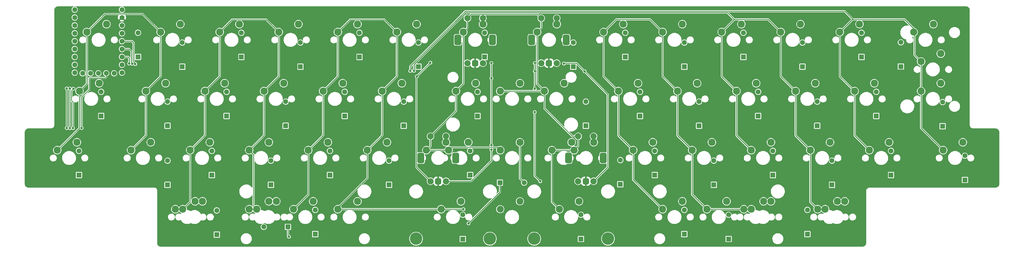
<source format=gbr>
%TF.GenerationSoftware,KiCad,Pcbnew,(7.0.0)*%
%TF.CreationDate,2023-03-05T01:33:59+01:00*%
%TF.ProjectId,NEC,4e45432e-6b69-4636-9164-5f7063625858,rev?*%
%TF.SameCoordinates,Original*%
%TF.FileFunction,Copper,L1,Top*%
%TF.FilePolarity,Positive*%
%FSLAX46Y46*%
G04 Gerber Fmt 4.6, Leading zero omitted, Abs format (unit mm)*
G04 Created by KiCad (PCBNEW (7.0.0)) date 2023-03-05 01:33:59*
%MOMM*%
%LPD*%
G01*
G04 APERTURE LIST*
G04 Aperture macros list*
%AMRoundRect*
0 Rectangle with rounded corners*
0 $1 Rounding radius*
0 $2 $3 $4 $5 $6 $7 $8 $9 X,Y pos of 4 corners*
0 Add a 4 corners polygon primitive as box body*
4,1,4,$2,$3,$4,$5,$6,$7,$8,$9,$2,$3,0*
0 Add four circle primitives for the rounded corners*
1,1,$1+$1,$2,$3*
1,1,$1+$1,$4,$5*
1,1,$1+$1,$6,$7*
1,1,$1+$1,$8,$9*
0 Add four rect primitives between the rounded corners*
20,1,$1+$1,$2,$3,$4,$5,0*
20,1,$1+$1,$4,$5,$6,$7,0*
20,1,$1+$1,$6,$7,$8,$9,0*
20,1,$1+$1,$8,$9,$2,$3,0*%
G04 Aperture macros list end*
%TA.AperFunction,ComponentPad*%
%ADD10C,2.000000*%
%TD*%
%TA.AperFunction,ComponentPad*%
%ADD11RoundRect,0.500000X0.500000X-0.500000X0.500000X0.500000X-0.500000X0.500000X-0.500000X-0.500000X0*%
%TD*%
%TA.AperFunction,ComponentPad*%
%ADD12RoundRect,0.550000X0.550000X-1.150000X0.550000X1.150000X-0.550000X1.150000X-0.550000X-1.150000X0*%
%TD*%
%TA.AperFunction,ComponentPad*%
%ADD13C,2.200000*%
%TD*%
%TA.AperFunction,ComponentPad*%
%ADD14R,1.600000X1.600000*%
%TD*%
%TA.AperFunction,ComponentPad*%
%ADD15C,1.600000*%
%TD*%
%TA.AperFunction,ComponentPad*%
%ADD16C,2.300000*%
%TD*%
%TA.AperFunction,ComponentPad*%
%ADD17C,4.000000*%
%TD*%
%TA.AperFunction,ViaPad*%
%ADD18C,0.800000*%
%TD*%
%TA.AperFunction,Conductor*%
%ADD19C,0.250000*%
%TD*%
G04 APERTURE END LIST*
D10*
%TO.P,SW55,A,A*%
%TO.N,RIGHT_A*%
X181650000Y-77350000D03*
%TO.P,SW55,B,B*%
%TO.N,RIGHT_B*%
X186650000Y-77350000D03*
D11*
%TO.P,SW55,C,C*%
%TO.N,GND*%
X184150000Y-77350000D03*
D12*
%TO.P,SW55,MP*%
%TO.N,N/C*%
X189750000Y-69850000D03*
X178550000Y-69850000D03*
D10*
%TO.P,SW55,S1,S1*%
%TO.N,row_4*%
X186650000Y-62850000D03*
%TO.P,SW55,S2,S2*%
%TO.N,COL3*%
X181650000Y-62850000D03*
%TD*%
%TO.P,SW54,A,A*%
%TO.N,LEFT_A*%
X134025000Y-77350000D03*
%TO.P,SW54,B,B*%
%TO.N,LEFT_B*%
X139025000Y-77350000D03*
D11*
%TO.P,SW54,C,C*%
%TO.N,GND*%
X136525000Y-77350000D03*
D12*
%TO.P,SW54,MP*%
%TO.N,N/C*%
X142125000Y-69850000D03*
X130925000Y-69850000D03*
D10*
%TO.P,SW54,S1,S1*%
%TO.N,row_2*%
X139025000Y-62850000D03*
%TO.P,SW54,S2,S2*%
%TO.N,COL3*%
X134025000Y-62850000D03*
%TD*%
D13*
%TO.P,SW44(4)1,1,1*%
%TO.N,COL2*%
X156527500Y-86360000D03*
%TO.P,SW44(4)1,2,2*%
%TO.N,Net-(D47-A)*%
X162877500Y-83820000D03*
%TD*%
D14*
%TO.P,D17,1,K*%
%TO.N,ROW2*%
X68262499Y-56287499D03*
D15*
%TO.P,D17,2,A*%
%TO.N,Net-(D17-A)*%
X68262500Y-48487500D03*
%TD*%
D16*
%TO.P,SW23,1,1*%
%TO.N,COL4*%
X194627500Y-48260000D03*
%TO.P,SW23,2,2*%
%TO.N,Net-(D23-A)*%
X200977500Y-45720000D03*
%TD*%
D14*
%TO.P,D50,1,K*%
%TO.N,ROW7*%
X230187499Y-95974999D03*
D15*
%TO.P,D50,2,A*%
%TO.N,Net-(D50-A)*%
X230187500Y-88175000D03*
%TD*%
D14*
%TO.P,D48,1,K*%
%TO.N,ROW7*%
X182562499Y-95974999D03*
D15*
%TO.P,D48,2,A*%
%TO.N,Net-(D48-A)*%
X182562500Y-88175000D03*
%TD*%
D14*
%TO.P,D46,1,K*%
%TO.N,ROW6*%
X96837499Y-94387499D03*
D15*
%TO.P,D46,2,A*%
%TO.N,Net-(D46-A)*%
X96837500Y-86587500D03*
%TD*%
D16*
%TO.P,SW3,1,1*%
%TO.N,COL1*%
X66040000Y-29210000D03*
%TO.P,SW3,2,2*%
%TO.N,Net-(D3-A)*%
X72390000Y-26670000D03*
%TD*%
D14*
%TO.P,D40,1,K*%
%TO.N,ROW4*%
X244474999Y-75337499D03*
D15*
%TO.P,D40,2,A*%
%TO.N,Net-(D40-A)*%
X244475000Y-67537500D03*
%TD*%
D16*
%TO.P,SW37,1,1*%
%TO.N,COL3*%
X180340000Y-67310000D03*
%TO.P,SW37,2,2*%
%TO.N,row_4*%
X186690000Y-64770000D03*
%TD*%
D14*
%TO.P,D11,1,K*%
%TO.N,ROW0*%
X234949999Y-37237499D03*
D15*
%TO.P,D11,2,A*%
%TO.N,Net-(D11-A)*%
X234950000Y-29437500D03*
%TD*%
D16*
%TO.P,SW27,1,1*%
%TO.N,COL6*%
X270827500Y-48260000D03*
%TO.P,SW27,2,2*%
%TO.N,Net-(D27-A)*%
X277177500Y-45720000D03*
%TD*%
%TO.P,SW49(3)1,1,1*%
%TO.N,COL4*%
X223202500Y-86360000D03*
%TO.P,SW49(3)1,2,2*%
%TO.N,Net-(D49-A)*%
X229552500Y-83820000D03*
%TD*%
%TO.P,SW4,1,1*%
%TO.N,COL1*%
X85090000Y-29210000D03*
%TO.P,SW4,2,2*%
%TO.N,Net-(D4-A)*%
X91440000Y-26670000D03*
%TD*%
D14*
%TO.P,D31,1,K*%
%TO.N,ROW4*%
X63499999Y-75337499D03*
D15*
%TO.P,D31,2,A*%
%TO.N,Net-(D31-A)*%
X63500000Y-67537500D03*
%TD*%
%TO.P,D41,2,A*%
%TO.N,Net-(D41-A)*%
X263525000Y-70712500D03*
D14*
%TO.P,D41,1,K*%
%TO.N,ROW5*%
X263524999Y-78512499D03*
%TD*%
D16*
%TO.P,SW25,1,1*%
%TO.N,COL5*%
X232727500Y-48260000D03*
%TO.P,SW25,2,2*%
%TO.N,Net-(D25-A)*%
X239077500Y-45720000D03*
%TD*%
%TO.P,SW2,1,1*%
%TO.N,COL0*%
X46990000Y-29210000D03*
%TO.P,SW2,2,2*%
%TO.N,Net-(D2-A)*%
X53340000Y-26670000D03*
%TD*%
%TO.P,SW29,1,1*%
%TO.N,COL0*%
X13652500Y-67310000D03*
%TO.P,SW29,2,2*%
%TO.N,Net-(D29-A)*%
X20002500Y-64770000D03*
%TD*%
D14*
%TO.P,D45,1,K*%
%TO.N,ROW7*%
X88037499Y-92074999D03*
D15*
%TO.P,D45,2,A*%
%TO.N,Net-(D45-A)*%
X80237500Y-92075000D03*
%TD*%
D14*
%TO.P,D51,1,K*%
%TO.N,ROW6*%
X255587499Y-94387499D03*
D15*
%TO.P,D51,2,A*%
%TO.N,Net-(D51-A)*%
X255587500Y-86587500D03*
%TD*%
D16*
%TO.P,SW41,1,1*%
%TO.N,COL5*%
X256540000Y-67310000D03*
%TO.P,SW41,2,2*%
%TO.N,Net-(D41-A)*%
X262890000Y-64770000D03*
%TD*%
%TO.P,SW6,1,1*%
%TO.N,COL2*%
X123190000Y-29210000D03*
%TO.P,SW6,2,2*%
%TO.N,Net-(D6-A)*%
X129540000Y-26670000D03*
%TD*%
D14*
%TO.P,D35,1,K*%
%TO.N,ROW4*%
X146811999Y-75337499D03*
D15*
%TO.P,D35,2,A*%
%TO.N,row_2*%
X146812000Y-67537500D03*
%TD*%
D16*
%TO.P,SW14(iso)1,1,1*%
%TO.N,COL6*%
X292259000Y-38735000D03*
%TO.P,SW14(iso)1,2,2*%
%TO.N,Net-(D14-A)*%
X298609000Y-36195000D03*
%TD*%
D14*
%TO.P,D14,1,K*%
%TO.N,ROW1*%
X285749999Y-40348999D03*
D15*
%TO.P,D14,2,A*%
%TO.N,Net-(D14-A)*%
X285750000Y-32549000D03*
%TD*%
D14*
%TO.P,D20,1,K*%
%TO.N,ROW3*%
X125412499Y-59462499D03*
D15*
%TO.P,D20,2,A*%
%TO.N,Net-(D20-A)*%
X125412500Y-51662500D03*
%TD*%
D16*
%TO.P,SW46,1,1*%
%TO.N,COL2*%
X104140000Y-86360000D03*
%TO.P,SW46,2,2*%
%TO.N,Net-(D46-A)*%
X110490000Y-83820000D03*
%TD*%
%TO.P,SW40,1,1*%
%TO.N,COL5*%
X237490000Y-67310000D03*
%TO.P,SW40,2,2*%
%TO.N,Net-(D40-A)*%
X243840000Y-64770000D03*
%TD*%
D14*
%TO.P,D6,1,K*%
%TO.N,ROW1*%
X130174999Y-40412499D03*
D15*
%TO.P,D6,2,A*%
%TO.N,Net-(D6-A)*%
X130175000Y-32612500D03*
%TD*%
D16*
%TO.P,SW46(3)1,1,1*%
%TO.N,COL2*%
X89852500Y-86360000D03*
%TO.P,SW46(3)1,2,2*%
%TO.N,Net-(D46-A)*%
X96202500Y-83820000D03*
%TD*%
%TO.P,SW44(1.25)1,1,1*%
%TO.N,COL1*%
X54135000Y-86360000D03*
%TO.P,SW44(1.25)1,2,2*%
%TO.N,Net-(D44-A)*%
X60485000Y-83820000D03*
%TD*%
%TO.P,SW36,1,1*%
%TO.N,COL3*%
X156527500Y-67310000D03*
%TO.P,SW36,2,2*%
%TO.N,Net-(D36-A)*%
X162877500Y-64770000D03*
%TD*%
D14*
%TO.P,D13,1,K*%
%TO.N,ROW0*%
X273049999Y-37237499D03*
D15*
%TO.P,D13,2,A*%
%TO.N,Net-(D13-A)*%
X273050000Y-29437500D03*
%TD*%
D14*
%TO.P,D42,1,K*%
%TO.N,ROW4*%
X282574999Y-75337499D03*
D15*
%TO.P,D42,2,A*%
%TO.N,Net-(D42-A)*%
X282575000Y-67537500D03*
%TD*%
D14*
%TO.P,D25,1,K*%
%TO.N,ROW2*%
X239712499Y-56287499D03*
D15*
%TO.P,D25,2,A*%
%TO.N,Net-(D25-A)*%
X239712500Y-48487500D03*
%TD*%
%TO.P,D33,2,A*%
%TO.N,Net-(D33-A)*%
X101600000Y-67537500D03*
D14*
%TO.P,D33,1,K*%
%TO.N,ROW4*%
X101599999Y-75337499D03*
%TD*%
D16*
%TO.P,SW22,1,1*%
%TO.N,COL3*%
X170815000Y-48260000D03*
%TO.P,SW22,2,2*%
%TO.N,Net-(D22-A)*%
X177165000Y-45720000D03*
%TD*%
%TO.P,SW26,1,1*%
%TO.N,COL5*%
X251777500Y-48260000D03*
%TO.P,SW26,2,2*%
%TO.N,Net-(D26-A)*%
X258127500Y-45720000D03*
%TD*%
D14*
%TO.P,D28,1,K*%
%TO.N,ROW3*%
X299211999Y-59589499D03*
D15*
%TO.P,D28,2,A*%
%TO.N,Net-(D28-A)*%
X299212000Y-51789500D03*
%TD*%
D16*
%TO.P,SW48,1,1*%
%TO.N,COL3*%
X175577500Y-86360000D03*
%TO.P,SW48,2,2*%
%TO.N,Net-(D48-A)*%
X181927500Y-83820000D03*
%TD*%
D14*
%TO.P,D10,1,K*%
%TO.N,ROW1*%
X215899999Y-40412499D03*
D15*
%TO.P,D10,2,A*%
%TO.N,Net-(D10-A)*%
X215900000Y-32612500D03*
%TD*%
D16*
%TO.P,SW30,1,1*%
%TO.N,COL0*%
X37465000Y-67310000D03*
%TO.P,SW30,2,2*%
%TO.N,Net-(D30-A)*%
X43815000Y-64770000D03*
%TD*%
D14*
%TO.P,D43,1,K*%
%TO.N,ROW5*%
X306387499Y-76924999D03*
D15*
%TO.P,D43,2,A*%
%TO.N,Net-(D43-A)*%
X306387500Y-69125000D03*
%TD*%
D16*
%TO.P,SW10,1,1*%
%TO.N,COL4*%
X208915000Y-29210000D03*
%TO.P,SW10,2,2*%
%TO.N,Net-(D10-A)*%
X215265000Y-26670000D03*
%TD*%
D14*
%TO.P,D19,1,K*%
%TO.N,ROW2*%
X106362499Y-56287499D03*
D15*
%TO.P,D19,2,A*%
%TO.N,Net-(D19-A)*%
X106362500Y-48487500D03*
%TD*%
D16*
%TO.P,SW21(3)1,1,1*%
%TO.N,COL3*%
X156527500Y-48260000D03*
%TO.P,SW21(3)1,2,2*%
%TO.N,Net-(D21-A)*%
X162877500Y-45720000D03*
%TD*%
%TO.P,SW37(1.75)1,1,1*%
%TO.N,COL3*%
X173198000Y-67310000D03*
%TO.P,SW37(1.75)1,2,2*%
%TO.N,row_4*%
X179548000Y-64770000D03*
%TD*%
%TO.P,SW35(1.75)1,1,1*%
%TO.N,COL3*%
X139860000Y-67310000D03*
%TO.P,SW35(1.75)1,2,2*%
%TO.N,row_2*%
X146210000Y-64770000D03*
%TD*%
%TO.P,SW15,1,1*%
%TO.N,COL0*%
X20796000Y-48260000D03*
%TO.P,SW15,2,2*%
%TO.N,Net-(D15-A)*%
X27146000Y-45720000D03*
%TD*%
D14*
%TO.P,D18,1,K*%
%TO.N,ROW3*%
X87312499Y-59462499D03*
D15*
%TO.P,D18,2,A*%
%TO.N,Net-(D18-A)*%
X87312500Y-51662500D03*
%TD*%
D16*
%TO.P,SW49,1,1*%
%TO.N,COL4*%
X208915000Y-86360000D03*
%TO.P,SW49,2,2*%
%TO.N,Net-(D49-A)*%
X215265000Y-83820000D03*
%TD*%
%TO.P,SW20,1,1*%
%TO.N,COL2*%
X118427500Y-48260000D03*
%TO.P,SW20,2,2*%
%TO.N,Net-(D20-A)*%
X124777500Y-45720000D03*
%TD*%
%TO.P,SW42,1,1*%
%TO.N,COL6*%
X275590000Y-67310000D03*
%TO.P,SW42,2,2*%
%TO.N,Net-(D42-A)*%
X281940000Y-64770000D03*
%TD*%
D14*
%TO.P,D47,1,K*%
%TO.N,ROW7*%
X144462499Y-95974999D03*
D15*
%TO.P,D47,2,A*%
%TO.N,Net-(D47-A)*%
X144462500Y-88175000D03*
%TD*%
D16*
%TO.P,SW51(1.25)2,1,1*%
%TO.N,COL5*%
X258920000Y-86360000D03*
%TO.P,SW51(1.25)2,2,2*%
%TO.N,Net-(D51-A)*%
X265270000Y-83820000D03*
%TD*%
D14*
%TO.P,D26,1,K*%
%TO.N,ROW3*%
X258762499Y-59462499D03*
D15*
%TO.P,D26,2,A*%
%TO.N,Net-(D26-A)*%
X258762500Y-51662500D03*
%TD*%
D16*
%TO.P,SW8,1,1*%
%TO.N,COL3*%
X168433000Y-29210000D03*
%TO.P,SW8,2,2*%
%TO.N,row_3*%
X174783000Y-26670000D03*
%TD*%
%TO.P,SW16,1,1*%
%TO.N,COL0*%
X42227500Y-48260000D03*
%TO.P,SW16,2,2*%
%TO.N,Net-(D16-A)*%
X48577500Y-45720000D03*
%TD*%
D17*
%TO.P,S1,*%
%TO.N,*%
X153193750Y-95885000D03*
X129381250Y-95885000D03*
%TD*%
D14*
%TO.P,D4,1,K*%
%TO.N,ROW1*%
X92074999Y-40412499D03*
D15*
%TO.P,D4,2,A*%
%TO.N,Net-(D4-A)*%
X92075000Y-32612500D03*
%TD*%
D14*
%TO.P,D36,1,K*%
%TO.N,ROW6*%
X156437499Y-77787499D03*
D15*
%TO.P,D36,2,A*%
%TO.N,Net-(D36-A)*%
X164237500Y-77787500D03*
%TD*%
D14*
%TO.P,D3,1,K*%
%TO.N,ROW0*%
X73024999Y-37237499D03*
D15*
%TO.P,D3,2,A*%
%TO.N,Net-(D3-A)*%
X73025000Y-29437500D03*
%TD*%
D16*
%TO.P,SW50(1.25)1,1,1*%
%TO.N,COL4*%
X235108000Y-86360000D03*
%TO.P,SW50(1.25)1,2,2*%
%TO.N,Net-(D50-A)*%
X241458000Y-83820000D03*
%TD*%
D14*
%TO.P,D37,1,K*%
%TO.N,ROW5*%
X195262499Y-78324999D03*
D15*
%TO.P,D37,2,A*%
%TO.N,row_4*%
X195262500Y-70525000D03*
%TD*%
D14*
%TO.P,D23,1,K*%
%TO.N,ROW2*%
X201612499Y-56287499D03*
D15*
%TO.P,D23,2,A*%
%TO.N,Net-(D23-A)*%
X201612500Y-48487500D03*
%TD*%
D16*
%TO.P,SW39,1,1*%
%TO.N,COL4*%
X218440000Y-67310000D03*
%TO.P,SW39,2,2*%
%TO.N,Net-(D39-A)*%
X224790000Y-64770000D03*
%TD*%
%TO.P,SW18,1,1*%
%TO.N,COL1*%
X80327500Y-48260000D03*
%TO.P,SW18,2,2*%
%TO.N,Net-(D18-A)*%
X86677500Y-45720000D03*
%TD*%
%TO.P,SW50,1,1*%
%TO.N,COL4*%
X237490000Y-86360000D03*
%TO.P,SW50,2,2*%
%TO.N,Net-(D50-A)*%
X243840000Y-83820000D03*
%TD*%
%TO.P,SW21,1,1*%
%TO.N,COL3*%
X142240000Y-48260000D03*
%TO.P,SW21,2,2*%
%TO.N,Net-(D21-A)*%
X148590000Y-45720000D03*
%TD*%
%TO.P,SW32,1,1*%
%TO.N,COL1*%
X75565000Y-67310000D03*
%TO.P,SW32,2,2*%
%TO.N,Net-(D32-A)*%
X81915000Y-64770000D03*
%TD*%
%TO.P,SW45,1,1*%
%TO.N,COL1*%
X75565000Y-86360000D03*
%TO.P,SW45,2,2*%
%TO.N,Net-(D45-A)*%
X81915000Y-83820000D03*
%TD*%
%TO.P,SW24,1,1*%
%TO.N,COL4*%
X213677500Y-48260000D03*
%TO.P,SW24,2,2*%
%TO.N,Net-(D24-A)*%
X220027500Y-45720000D03*
%TD*%
D14*
%TO.P,D9,1,K*%
%TO.N,ROW0*%
X196849999Y-37237499D03*
D15*
%TO.P,D9,2,A*%
%TO.N,Net-(D9-A)*%
X196850000Y-29437500D03*
%TD*%
D14*
%TO.P,D2,1,K*%
%TO.N,ROW1*%
X53974999Y-40412499D03*
D15*
%TO.P,D2,2,A*%
%TO.N,Net-(D2-A)*%
X53975000Y-32612500D03*
%TD*%
D10*
%TO.P,SW52,A,A*%
%TO.N,LEFT_A*%
X145931000Y-39250000D03*
%TO.P,SW52,B,B*%
%TO.N,LEFT_B*%
X150931000Y-39250000D03*
D11*
%TO.P,SW52,C,C*%
%TO.N,GND*%
X148431000Y-39250000D03*
D12*
%TO.P,SW52,MP*%
%TO.N,N/C*%
X142831000Y-31750000D03*
X154031000Y-31750000D03*
D10*
%TO.P,SW52,S1,S1*%
%TO.N,row_1*%
X150931000Y-24750000D03*
%TO.P,SW52,S2,S2*%
%TO.N,COL3*%
X145931000Y-24750000D03*
%TD*%
D16*
%TO.P,SW44,1,1*%
%TO.N,COL1*%
X51752500Y-86360000D03*
%TO.P,SW44,2,2*%
%TO.N,Net-(D44-A)*%
X58102500Y-83820000D03*
%TD*%
D14*
%TO.P,D12,1,K*%
%TO.N,ROW1*%
X253999999Y-40412499D03*
D15*
%TO.P,D12,2,A*%
%TO.N,Net-(D12-A)*%
X254000000Y-32612500D03*
%TD*%
D16*
%TO.P,SW12,1,1*%
%TO.N,COL5*%
X247015000Y-29210000D03*
%TO.P,SW12,2,2*%
%TO.N,Net-(D12-A)*%
X253365000Y-26670000D03*
%TD*%
D14*
%TO.P,D30,1,K*%
%TO.N,ROW5*%
X49212499Y-78512499D03*
D15*
%TO.P,D30,2,A*%
%TO.N,Net-(D30-A)*%
X49212500Y-70712500D03*
%TD*%
D16*
%TO.P,SW9,1,1*%
%TO.N,COL4*%
X189865000Y-29210000D03*
%TO.P,SW9,2,2*%
%TO.N,Net-(D9-A)*%
X196215000Y-26670000D03*
%TD*%
%TO.P,SW1,1,1*%
%TO.N,COL0*%
X23177500Y-29210000D03*
%TO.P,SW1,2,2*%
%TO.N,Net-(D1-A)*%
X29527500Y-26670000D03*
%TD*%
D10*
%TO.P,SW53,A,A*%
%TO.N,RIGHT_A*%
X169743000Y-39250000D03*
%TO.P,SW53,B,B*%
%TO.N,RIGHT_B*%
X174743000Y-39250000D03*
D11*
%TO.P,SW53,C,C*%
%TO.N,GND*%
X172243000Y-39250000D03*
D12*
%TO.P,SW53,MP*%
%TO.N,N/C*%
X166643000Y-31750000D03*
X177843000Y-31750000D03*
D10*
%TO.P,SW53,S1,S1*%
%TO.N,row_3*%
X174743000Y-24750000D03*
%TO.P,SW53,S2,S2*%
%TO.N,COL3*%
X169743000Y-24750000D03*
%TD*%
D14*
%TO.P,D39,1,K*%
%TO.N,ROW5*%
X225424999Y-78512499D03*
D15*
%TO.P,D39,2,A*%
%TO.N,Net-(D39-A)*%
X225425000Y-70712500D03*
%TD*%
D14*
%TO.P,D34,1,K*%
%TO.N,ROW5*%
X120649999Y-78512499D03*
D15*
%TO.P,D34,2,A*%
%TO.N,Net-(D34-A)*%
X120650000Y-70712500D03*
%TD*%
D14*
%TO.P,D7,1,K*%
%TO.N,ROW0*%
X151510999Y-37237499D03*
D15*
%TO.P,D7,2,A*%
%TO.N,row_1*%
X151511000Y-29437500D03*
%TD*%
D14*
%TO.P,D24,1,K*%
%TO.N,ROW3*%
X220662499Y-59462499D03*
D15*
%TO.P,D24,2,A*%
%TO.N,Net-(D24-A)*%
X220662500Y-51662500D03*
%TD*%
D16*
%TO.P,SW7,1,1*%
%TO.N,COL3*%
X144621000Y-29210000D03*
%TO.P,SW7,2,2*%
%TO.N,row_1*%
X150971000Y-26670000D03*
%TD*%
D14*
%TO.P,D27,1,K*%
%TO.N,ROW2*%
X277812499Y-56287499D03*
D15*
%TO.P,D27,2,A*%
%TO.N,Net-(D27-A)*%
X277812500Y-48487500D03*
%TD*%
D14*
%TO.P,D49,1,K*%
%TO.N,ROW6*%
X215899999Y-94387499D03*
D15*
%TO.P,D49,2,A*%
%TO.N,Net-(D49-A)*%
X215900000Y-86587500D03*
%TD*%
D14*
%TO.P,D22,1,K*%
%TO.N,ROW3*%
X184149999Y-59462499D03*
D15*
%TO.P,D22,2,A*%
%TO.N,Net-(D22-A)*%
X184150000Y-51662500D03*
%TD*%
D14*
%TO.P,D8,1,K*%
%TO.N,ROW1*%
X180085999Y-40412499D03*
D15*
%TO.P,D8,2,A*%
%TO.N,row_3*%
X180086000Y-32612500D03*
%TD*%
D16*
%TO.P,SW19,1,1*%
%TO.N,COL2*%
X99377500Y-48260000D03*
%TO.P,SW19,2,2*%
%TO.N,Net-(D19-A)*%
X105727500Y-45720000D03*
%TD*%
D14*
%TO.P,D44,1,K*%
%TO.N,ROW6*%
X65087499Y-94574999D03*
D15*
%TO.P,D44,2,A*%
%TO.N,Net-(D44-A)*%
X65087500Y-86775000D03*
%TD*%
D14*
%TO.P,D15,1,K*%
%TO.N,ROW2*%
X27812999Y-56287499D03*
D15*
%TO.P,D15,2,A*%
%TO.N,Net-(D15-A)*%
X27813000Y-48487500D03*
%TD*%
D16*
%TO.P,SW43,1,1*%
%TO.N,COL6*%
X299402500Y-67310000D03*
%TO.P,SW43,2,2*%
%TO.N,Net-(D43-A)*%
X305752500Y-64770000D03*
%TD*%
D14*
%TO.P,D16,1,K*%
%TO.N,ROW3*%
X49212499Y-59462499D03*
D15*
%TO.P,D16,2,A*%
%TO.N,Net-(D16-A)*%
X49212500Y-51662500D03*
%TD*%
D16*
%TO.P,SW47,1,1*%
%TO.N,COL2*%
X137477500Y-86360000D03*
%TO.P,SW47,2,2*%
%TO.N,Net-(D47-A)*%
X143827500Y-83820000D03*
%TD*%
D17*
%TO.P,S2,*%
%TO.N,*%
X191293750Y-95885000D03*
X167481250Y-95885000D03*
%TD*%
D14*
%TO.P,D21,1,K*%
%TO.N,ROW2*%
X149224999Y-56287499D03*
D15*
%TO.P,D21,2,A*%
%TO.N,Net-(D21-A)*%
X149225000Y-48487500D03*
%TD*%
D16*
%TO.P,SW34,1,1*%
%TO.N,COL2*%
X113665000Y-67310000D03*
%TO.P,SW34,2,2*%
%TO.N,Net-(D34-A)*%
X120015000Y-64770000D03*
%TD*%
%TO.P,SW35,1,1*%
%TO.N,COL3*%
X132715000Y-67310000D03*
%TO.P,SW35,2,2*%
%TO.N,row_2*%
X139065000Y-64770000D03*
%TD*%
%TO.P,SW38,1,1*%
%TO.N,COL4*%
X199390000Y-67310000D03*
%TO.P,SW38,2,2*%
%TO.N,Net-(D38-A)*%
X205740000Y-64770000D03*
%TD*%
D14*
%TO.P,D32,1,K*%
%TO.N,ROW5*%
X82549999Y-78512499D03*
D15*
%TO.P,D32,2,A*%
%TO.N,Net-(D32-A)*%
X82550000Y-70712500D03*
%TD*%
D16*
%TO.P,SW17,1,1*%
%TO.N,COL1*%
X61277500Y-48260000D03*
%TO.P,SW17,2,2*%
%TO.N,Net-(D17-A)*%
X67627500Y-45720000D03*
%TD*%
%TO.P,SW5,1,1*%
%TO.N,COL2*%
X104140000Y-29210000D03*
%TO.P,SW5,2,2*%
%TO.N,Net-(D5-A)*%
X110490000Y-26670000D03*
%TD*%
%TO.P,SW51,1,1*%
%TO.N,COL5*%
X261302500Y-86360000D03*
%TO.P,SW51,2,2*%
%TO.N,Net-(D51-A)*%
X267652500Y-83820000D03*
%TD*%
%TO.P,SW14,2,2*%
%TO.N,Net-(D14-A)*%
X296228000Y-26670000D03*
%TO.P,SW14,1,1*%
%TO.N,COL6*%
X289878000Y-29210000D03*
%TD*%
D14*
%TO.P,D5,1,K*%
%TO.N,ROW0*%
X111124999Y-37237499D03*
D15*
%TO.P,D5,2,A*%
%TO.N,Net-(D5-A)*%
X111125000Y-29437500D03*
%TD*%
D14*
%TO.P,D1,1,K*%
%TO.N,ROW0*%
X39687499Y-37237499D03*
D15*
%TO.P,D1,2,A*%
%TO.N,Net-(D1-A)*%
X39687500Y-29437500D03*
%TD*%
D16*
%TO.P,SW13,1,1*%
%TO.N,COL6*%
X266065000Y-29210000D03*
%TO.P,SW13,2,2*%
%TO.N,Net-(D13-A)*%
X272415000Y-26670000D03*
%TD*%
%TO.P,SW28,1,1*%
%TO.N,COL6*%
X292258500Y-48260000D03*
%TO.P,SW28,2,2*%
%TO.N,Net-(D28-A)*%
X298608500Y-45720000D03*
%TD*%
D14*
%TO.P,D38,1,K*%
%TO.N,ROW4*%
X206374999Y-75337499D03*
D15*
%TO.P,D38,2,A*%
%TO.N,Net-(D38-A)*%
X206375000Y-67537500D03*
%TD*%
D16*
%TO.P,SW33,1,1*%
%TO.N,COL2*%
X94615000Y-67310000D03*
%TO.P,SW33,2,2*%
%TO.N,Net-(D33-A)*%
X100965000Y-64770000D03*
%TD*%
D14*
%TO.P,D29,1,K*%
%TO.N,ROW4*%
X20637499Y-75337499D03*
D15*
%TO.P,D29,2,A*%
%TO.N,Net-(D29-A)*%
X20637500Y-67537500D03*
%TD*%
D16*
%TO.P,SW45(1.25)1,1,1*%
%TO.N,COL1*%
X77947000Y-86360000D03*
%TO.P,SW45(1.25)1,2,2*%
%TO.N,Net-(D45-A)*%
X84297000Y-83820000D03*
%TD*%
%TO.P,SW31,1,1*%
%TO.N,COL1*%
X56515000Y-67310000D03*
%TO.P,SW31,2,2*%
%TO.N,Net-(D31-A)*%
X62865000Y-64770000D03*
%TD*%
%TO.P,SW11,1,1*%
%TO.N,COL5*%
X227965000Y-29210000D03*
%TO.P,SW11,2,2*%
%TO.N,Net-(D11-A)*%
X234315000Y-26670000D03*
%TD*%
D15*
%TO.P,RZ1,1,GP0*%
%TO.N,ROW6*%
X19272500Y-21990000D03*
%TO.P,RZ1,2,GP1*%
%TO.N,ROW7*%
X19272500Y-24530000D03*
%TO.P,RZ1,3,GP2*%
%TO.N,ROW5*%
X19272500Y-27070000D03*
%TO.P,RZ1,4,GP3*%
%TO.N,ROW4*%
X19272500Y-29610000D03*
%TO.P,RZ1,5,GP4*%
%TO.N,ROW3*%
X19272500Y-32150000D03*
%TO.P,RZ1,6,GP5*%
%TO.N,ROW2*%
X19272500Y-34690000D03*
%TO.P,RZ1,7,GP6*%
%TO.N,COL0*%
X19272500Y-37230000D03*
%TO.P,RZ1,8,GP7*%
%TO.N,ROW0*%
X19272500Y-39770000D03*
%TO.P,RZ1,9,GP8*%
%TO.N,ROW1*%
X19272500Y-42310000D03*
%TO.P,RZ1,10,GP9*%
%TO.N,COL1*%
X21812500Y-42520000D03*
%TO.P,RZ1,11,GP10*%
%TO.N,COL2*%
X24352500Y-42520000D03*
%TO.P,RZ1,12,GP11*%
%TO.N,COL3*%
X26892500Y-42520000D03*
%TO.P,RZ1,13,GP12*%
%TO.N,COL4*%
X29432500Y-42520000D03*
%TO.P,RZ1,14,GP13*%
%TO.N,LEFT_B*%
X31972500Y-42520000D03*
%TO.P,RZ1,15,GP14*%
%TO.N,LEFT_A*%
X34512500Y-42310000D03*
%TO.P,RZ1,16,GP15*%
%TO.N,RIGHT_A*%
X34512500Y-39770000D03*
%TO.P,RZ1,17,GP26*%
%TO.N,RIGHT_B*%
X34512500Y-37230000D03*
%TO.P,RZ1,18,GP27*%
%TO.N,COL5*%
X34512500Y-34690000D03*
%TO.P,RZ1,19,GP28*%
%TO.N,COL6*%
X34512500Y-32150000D03*
%TO.P,RZ1,20,GP29*%
%TO.N,unconnected-(RZ1-GP29-Pad20)*%
X34512500Y-29610000D03*
%TO.P,RZ1,21,3V3*%
%TO.N,+3V3*%
X34512500Y-27070000D03*
%TO.P,RZ1,22,5V*%
%TO.N,+5V*%
X34512500Y-21990000D03*
%TO.P,RZ1,23,GND*%
%TO.N,GND*%
X34512500Y-24530000D03*
%TD*%
D18*
%TO.N,COL6*%
X127508000Y-41720500D03*
X38820127Y-39547856D03*
%TO.N,COL5*%
X128663030Y-41754902D03*
X37827744Y-39428768D03*
%TO.N,RIGHT_B*%
X36830000Y-39369500D03*
X183730900Y-41871900D03*
%TO.N,RIGHT_A*%
X167693500Y-41859200D03*
%TO.N,LEFT_A*%
X129603500Y-43497500D03*
%TO.N,LEFT_B*%
X153670000Y-44094400D03*
%TO.N,COL4*%
X21520500Y-60187000D03*
%TO.N,COL3*%
X18846800Y-47498000D03*
X18712122Y-60197645D03*
%TO.N,COL2*%
X17712621Y-60199730D03*
X17715175Y-47452502D03*
%TO.N,COL1*%
X16713200Y-60187000D03*
X16717499Y-47392101D03*
%TO.N,RIGHT_B*%
X177038000Y-39370000D03*
%TO.N,RIGHT_A*%
X169418000Y-77343000D03*
X167640000Y-55028500D03*
X167640000Y-47535500D03*
X167693500Y-39243000D03*
%TO.N,LEFT_B*%
X153670000Y-39243000D03*
X153670000Y-67137000D03*
X153670000Y-65688000D03*
%TO.N,LEFT_A*%
X133985000Y-39116000D03*
%TO.N,COL2*%
X144653000Y-86360000D03*
%TO.N,ROW6*%
X146304000Y-90932000D03*
%TO.N,ROW7*%
X88392000Y-95250000D03*
%TD*%
D19*
%TO.N,COL6*%
X37738000Y-32150000D02*
X34512500Y-32150000D01*
X38277744Y-32689744D02*
X37738000Y-32150000D01*
X38820127Y-39395846D02*
X38277744Y-38853463D01*
X38277744Y-38853463D02*
X38277744Y-32689744D01*
X38820127Y-39547856D02*
X38820127Y-39395846D01*
%TO.N,COL5*%
X37555000Y-39180600D02*
X37555000Y-35370600D01*
X37827744Y-39428768D02*
X37803168Y-39428768D01*
X37803168Y-39428768D02*
X37555000Y-39180600D01*
X36880800Y-34696400D02*
X36169600Y-34696400D01*
X37555000Y-35370600D02*
X36880800Y-34696400D01*
X36169600Y-34696400D02*
X36017200Y-34696400D01*
X36169600Y-34696400D02*
X36163200Y-34690000D01*
X36163200Y-34690000D02*
X34512500Y-34690000D01*
%TO.N,COL6*%
X127508000Y-40251964D02*
X127508000Y-41720500D01*
X145234964Y-22525000D02*
X143823982Y-23935982D01*
X228955600Y-22525000D02*
X145234964Y-22525000D01*
X267685800Y-22525000D02*
X228955600Y-22525000D01*
X270306800Y-25146000D02*
X270129000Y-25146000D01*
X270306800Y-25146000D02*
X267685800Y-22525000D01*
X286941381Y-25146000D02*
X270306800Y-25146000D01*
X143823982Y-23935982D02*
X127508000Y-40251964D01*
X290182900Y-28387519D02*
X286941381Y-25146000D01*
X290182900Y-36658900D02*
X290182900Y-28387519D01*
X270129000Y-25146000D02*
X266065000Y-29210000D01*
X292259000Y-38735000D02*
X290182900Y-36658900D01*
%TO.N,COL5*%
X128708360Y-41709572D02*
X128663030Y-41754902D01*
X128708360Y-39688000D02*
X128708360Y-41709572D01*
X145421360Y-22975000D02*
X128708360Y-39688000D01*
X165557200Y-22975000D02*
X145421360Y-22975000D01*
X229858000Y-22975000D02*
X165557200Y-22975000D01*
X232029000Y-25146000D02*
X229858000Y-22975000D01*
%TO.N,RIGHT_B*%
X36830000Y-37490400D02*
X36569600Y-37230000D01*
X36569600Y-37230000D02*
X34512500Y-37230000D01*
X36830000Y-39369500D02*
X36830000Y-37490400D01*
X191175000Y-72825000D02*
X186650000Y-77350000D01*
X191175000Y-49316000D02*
X191175000Y-72825000D01*
X181146500Y-39287500D02*
X191175000Y-49316000D01*
X177120500Y-39287500D02*
X181146500Y-39287500D01*
X177038000Y-39370000D02*
X177120500Y-39287500D01*
%TO.N,RIGHT_A*%
X167693500Y-47482000D02*
X167640000Y-47535500D01*
X167693500Y-39243000D02*
X167693500Y-47482000D01*
%TO.N,LEFT_A*%
X129500000Y-43601000D02*
X129603500Y-43497500D01*
X134025000Y-77350000D02*
X129500000Y-72825000D01*
X129500000Y-72825000D02*
X129500000Y-43601000D01*
X133985000Y-39116000D02*
X129603500Y-43497500D01*
%TO.N,LEFT_B*%
X153670000Y-65688000D02*
X153670000Y-44094400D01*
X153670000Y-39243000D02*
X153670000Y-44094400D01*
%TO.N,COL4*%
X29260800Y-43992800D02*
X29432500Y-43821100D01*
X29432500Y-43821100D02*
X29432500Y-42520000D01*
X24130000Y-43992800D02*
X29260800Y-43992800D01*
X23926800Y-47752000D02*
X23926800Y-44196000D01*
X23926800Y-44196000D02*
X24130000Y-43992800D01*
X21520500Y-60187000D02*
X21520500Y-50158300D01*
X21520500Y-50158300D02*
X23926800Y-47752000D01*
%TO.N,COL3*%
X18237200Y-48107600D02*
X18846800Y-47498000D01*
X18712122Y-60197645D02*
X18712122Y-51753889D01*
X18712122Y-51753889D02*
X18237200Y-51278967D01*
X18237200Y-51278967D02*
X18237200Y-48107600D01*
%TO.N,COL2*%
X17710427Y-59131200D02*
X17710427Y-47457250D01*
X17712621Y-60199730D02*
X17712621Y-59133394D01*
X17710427Y-60254398D02*
X17710427Y-59131200D01*
X17712621Y-59133394D02*
X17710427Y-59131200D01*
X17710427Y-47457250D02*
X17715175Y-47452502D01*
%TO.N,COL1*%
X16713200Y-47396400D02*
X16717499Y-47392101D01*
X16713200Y-60187000D02*
X16713200Y-47396400D01*
%TO.N,RIGHT_A*%
X167640000Y-75565000D02*
X169418000Y-77343000D01*
X167640000Y-55028500D02*
X167640000Y-75565000D01*
%TO.N,LEFT_B*%
X147049500Y-77350000D02*
X139025000Y-77350000D01*
X153670000Y-70729500D02*
X147049500Y-77350000D01*
X153670000Y-67137000D02*
X153670000Y-70729500D01*
%TO.N,COL2*%
X144653000Y-86360000D02*
X137477500Y-86360000D01*
X137477500Y-86360000D02*
X104140000Y-86360000D01*
%TO.N,COL6*%
X292258500Y-38735500D02*
X292259000Y-38735000D01*
X292258500Y-48260000D02*
X292258500Y-38735500D01*
X292258500Y-60166000D02*
X292258500Y-48260000D01*
X299402500Y-67310000D02*
X292258500Y-60166000D01*
X270827500Y-62547500D02*
X275590000Y-67310000D01*
X270827500Y-48260000D02*
X270827500Y-62547500D01*
X266065000Y-43497500D02*
X270827500Y-48260000D01*
X266065000Y-29210000D02*
X266065000Y-43497500D01*
%TO.N,COL5*%
X258920000Y-86360000D02*
X261302500Y-86360000D01*
X256540000Y-67310000D02*
X256540000Y-83980000D01*
X256540000Y-83980000D02*
X258920000Y-86360000D01*
X251777500Y-48260000D02*
X251777500Y-62547500D01*
X251777500Y-62547500D02*
X256540000Y-67310000D01*
X247015000Y-29210000D02*
X247015000Y-43497500D01*
X247015000Y-43497500D02*
X251777500Y-48260000D01*
X232727500Y-62547500D02*
X237490000Y-67310000D01*
X232727500Y-48260000D02*
X232727500Y-62547500D01*
X227965000Y-43497500D02*
X232727500Y-48260000D01*
X227965000Y-29210000D02*
X227965000Y-43497500D01*
X242951000Y-25146000D02*
X232029000Y-25146000D01*
X232029000Y-25146000D02*
X227965000Y-29210000D01*
X247015000Y-29210000D02*
X242951000Y-25146000D01*
%TO.N,COL4*%
X223202500Y-86360000D02*
X237490000Y-86360000D01*
X218440000Y-81597500D02*
X223202500Y-86360000D01*
X218440000Y-67310000D02*
X218440000Y-81597500D01*
X199390000Y-67310000D02*
X199390000Y-76835000D01*
X199390000Y-76835000D02*
X208915000Y-86360000D01*
X213677500Y-48260000D02*
X213677500Y-62547500D01*
X213677500Y-62547500D02*
X218440000Y-67310000D01*
X194627500Y-62547500D02*
X199390000Y-67310000D01*
X194627500Y-48260000D02*
X194627500Y-62547500D01*
X208915000Y-43497500D02*
X213677500Y-48260000D01*
X208915000Y-29210000D02*
X208915000Y-43497500D01*
X189865000Y-43497500D02*
X194627500Y-48260000D01*
X189865000Y-29210000D02*
X189865000Y-43497500D01*
X193929000Y-25146000D02*
X189865000Y-29210000D01*
X204851000Y-25146000D02*
X193929000Y-25146000D01*
X208915000Y-29210000D02*
X204851000Y-25146000D01*
%TO.N,COL3*%
X173198000Y-83980500D02*
X175577500Y-86360000D01*
X173198000Y-67310000D02*
X173198000Y-83980500D01*
X180340000Y-67310000D02*
X173198000Y-67310000D01*
X181650000Y-66000000D02*
X180340000Y-67310000D01*
X181650000Y-62850000D02*
X181650000Y-66000000D01*
X179832369Y-62850000D02*
X181650000Y-62850000D01*
X170815000Y-53832631D02*
X179832369Y-62850000D01*
X170815000Y-48260000D02*
X170815000Y-53832631D01*
X155630000Y-66412500D02*
X156527500Y-67310000D01*
X140757500Y-66412500D02*
X155630000Y-66412500D01*
X139860000Y-67310000D02*
X140757500Y-66412500D01*
X132715000Y-67310000D02*
X139860000Y-67310000D01*
X134025000Y-66000000D02*
X132715000Y-67310000D01*
X134025000Y-62850000D02*
X134025000Y-66000000D01*
X142240000Y-54635000D02*
X134025000Y-62850000D01*
X142240000Y-48260000D02*
X142240000Y-54635000D01*
X156527500Y-48260000D02*
X170815000Y-48260000D01*
X144606000Y-45894000D02*
X142240000Y-48260000D01*
X144606000Y-29225000D02*
X144606000Y-45894000D01*
X144621000Y-29210000D02*
X144606000Y-29225000D01*
X168418000Y-29225000D02*
X168418000Y-45863000D01*
X168433000Y-29210000D02*
X168418000Y-29225000D01*
X168418000Y-45863000D02*
X170815000Y-48260000D01*
X147256000Y-23425000D02*
X145931000Y-24750000D01*
X168418000Y-23425000D02*
X147256000Y-23425000D01*
X169743000Y-24750000D02*
X168418000Y-23425000D01*
X169743000Y-27900000D02*
X168433000Y-29210000D01*
X169743000Y-24750000D02*
X169743000Y-27900000D01*
X145931000Y-27900000D02*
X144621000Y-29210000D01*
X145931000Y-24750000D02*
X145931000Y-27900000D01*
%TO.N,COL2*%
X104140000Y-85867369D02*
X104140000Y-86360000D01*
X113665000Y-76342369D02*
X104140000Y-85867369D01*
X113665000Y-67310000D02*
X113665000Y-76342369D01*
X123190000Y-43497500D02*
X118427500Y-48260000D01*
X123190000Y-29210000D02*
X123190000Y-43497500D01*
X118427500Y-62547500D02*
X113665000Y-67310000D01*
X118427500Y-48260000D02*
X118427500Y-62547500D01*
X94615000Y-81597500D02*
X89852500Y-86360000D01*
X94615000Y-67310000D02*
X94615000Y-81597500D01*
X99377500Y-62547500D02*
X94615000Y-67310000D01*
X99377500Y-48260000D02*
X99377500Y-62547500D01*
X104140000Y-43497500D02*
X99377500Y-48260000D01*
X104140000Y-29210000D02*
X104140000Y-43497500D01*
X108155000Y-25195000D02*
X104140000Y-29210000D01*
X119175000Y-25195000D02*
X108155000Y-25195000D01*
X123190000Y-29210000D02*
X119175000Y-25195000D01*
%TO.N,COL1*%
X85090000Y-43497500D02*
X80327500Y-48260000D01*
X85090000Y-29210000D02*
X85090000Y-43497500D01*
X80327500Y-62547500D02*
X75565000Y-67310000D01*
X80327500Y-48260000D02*
X80327500Y-62547500D01*
X76981400Y-85394400D02*
X77947000Y-86360000D01*
X76981400Y-68726400D02*
X76981400Y-85394400D01*
X75565000Y-67310000D02*
X76981400Y-68726400D01*
X75565000Y-86360000D02*
X77947000Y-86360000D01*
X54135000Y-86360000D02*
X51752500Y-86360000D01*
X56515000Y-83980000D02*
X54135000Y-86360000D01*
X56515000Y-67310000D02*
X56515000Y-83980000D01*
X61277500Y-62547500D02*
X56515000Y-67310000D01*
X61277500Y-48260000D02*
X61277500Y-62547500D01*
X66040000Y-43497500D02*
X61277500Y-48260000D01*
X66040000Y-29210000D02*
X66040000Y-43497500D01*
X70055000Y-25195000D02*
X66040000Y-29210000D01*
X81075000Y-25195000D02*
X70055000Y-25195000D01*
X85090000Y-29210000D02*
X81075000Y-25195000D01*
%TO.N,COL0*%
X28982500Y-23405000D02*
X23177500Y-29210000D01*
X41185000Y-23405000D02*
X28982500Y-23405000D01*
X46990000Y-29210000D02*
X41185000Y-23405000D01*
X46990000Y-43497500D02*
X46990000Y-29210000D01*
X42227500Y-48260000D02*
X46990000Y-43497500D01*
X42227500Y-62547500D02*
X42227500Y-48260000D01*
X37465000Y-67310000D02*
X42227500Y-62547500D01*
X20796000Y-60166500D02*
X13652500Y-67310000D01*
X20796000Y-48260000D02*
X20796000Y-60166500D01*
X23177500Y-45878500D02*
X20796000Y-48260000D01*
X23177500Y-29210000D02*
X23177500Y-45878500D01*
%TO.N,Net-(D36-A)*%
X162877500Y-76427500D02*
X164237500Y-77787500D01*
X162877500Y-64770000D02*
X162877500Y-76427500D01*
%TO.N,ROW6*%
X156437500Y-80798500D02*
X156437500Y-77787500D01*
X146304000Y-90932000D02*
X156437500Y-80798500D01*
%TO.N,ROW7*%
X88392000Y-95250000D02*
X88037500Y-94895500D01*
X88037500Y-94895500D02*
X88037500Y-92075000D01*
%TD*%
%TA.AperFunction,Conductor*%
%TO.N,GND*%
G36*
X306825470Y-20948511D02*
G01*
X306870293Y-20952431D01*
X307033711Y-20968526D01*
X307035529Y-20968858D01*
X307119520Y-20991361D01*
X307119734Y-20991422D01*
X307238776Y-21027533D01*
X307240283Y-21028109D01*
X307289976Y-21051280D01*
X307325710Y-21067942D01*
X307326271Y-21068223D01*
X307429520Y-21123411D01*
X307430693Y-21124131D01*
X307473479Y-21154090D01*
X307509939Y-21179618D01*
X307510639Y-21180148D01*
X307599467Y-21253047D01*
X307600303Y-21253805D01*
X307669152Y-21322652D01*
X307669910Y-21323489D01*
X307742875Y-21412398D01*
X307743405Y-21413097D01*
X307798795Y-21492199D01*
X307799515Y-21493371D01*
X307815434Y-21523154D01*
X307854875Y-21596942D01*
X307855156Y-21597503D01*
X307894815Y-21682551D01*
X307895397Y-21684073D01*
X307931732Y-21803853D01*
X307931835Y-21804215D01*
X307954088Y-21887263D01*
X307954425Y-21889112D01*
X307970818Y-22055547D01*
X307970829Y-22055672D01*
X307974456Y-22097122D01*
X307974500Y-22098124D01*
X307974500Y-59174467D01*
X307974500Y-59174967D01*
X307974497Y-59275626D01*
X307974583Y-59276116D01*
X307974584Y-59276122D01*
X307991943Y-59374583D01*
X308009451Y-59473887D01*
X308009619Y-59474349D01*
X308009620Y-59474352D01*
X308078132Y-59662598D01*
X308078135Y-59662604D01*
X308078303Y-59663066D01*
X308078550Y-59663494D01*
X308078553Y-59663500D01*
X308141223Y-59772049D01*
X308178961Y-59837415D01*
X308308366Y-59991634D01*
X308462585Y-60121039D01*
X308636934Y-60221697D01*
X308826113Y-60290549D01*
X309024374Y-60325503D01*
X309125033Y-60325500D01*
X309125533Y-60325500D01*
X316349467Y-60325500D01*
X316349468Y-60325500D01*
X316350470Y-60325544D01*
X316395355Y-60329469D01*
X316558704Y-60345559D01*
X316560529Y-60345891D01*
X316644519Y-60368395D01*
X316644773Y-60368467D01*
X316763764Y-60404562D01*
X316765269Y-60405138D01*
X316850765Y-60445004D01*
X316851314Y-60445279D01*
X316891236Y-60466618D01*
X316954480Y-60500423D01*
X316955655Y-60501145D01*
X317035006Y-60556706D01*
X317035706Y-60557236D01*
X317121218Y-60627414D01*
X317124394Y-60630020D01*
X317125230Y-60630778D01*
X317194220Y-60699768D01*
X317194978Y-60700604D01*
X317267762Y-60789292D01*
X317268292Y-60789992D01*
X317323853Y-60869343D01*
X317324575Y-60870518D01*
X317379716Y-60973678D01*
X317379997Y-60974239D01*
X317419857Y-61059721D01*
X317420439Y-61061243D01*
X317456517Y-61180177D01*
X317456620Y-61180539D01*
X317479104Y-61264457D01*
X317479441Y-61266306D01*
X317495535Y-61429704D01*
X317495546Y-61429829D01*
X317499456Y-61474530D01*
X317499500Y-61475532D01*
X317499500Y-78231500D01*
X317499456Y-78232502D01*
X317495535Y-78277314D01*
X317495524Y-78277439D01*
X317479445Y-78440686D01*
X317479108Y-78442536D01*
X317456545Y-78526739D01*
X317456442Y-78527100D01*
X317420464Y-78645704D01*
X317419882Y-78647226D01*
X317379876Y-78733019D01*
X317379595Y-78733580D01*
X317324644Y-78836386D01*
X317323922Y-78837561D01*
X317268131Y-78917236D01*
X317267601Y-78917935D01*
X317195126Y-79006247D01*
X317194368Y-79007084D01*
X317125042Y-79076407D01*
X317124206Y-79077165D01*
X317035974Y-79149575D01*
X317035274Y-79150105D01*
X316955452Y-79205995D01*
X316954277Y-79206717D01*
X316851804Y-79261490D01*
X316851243Y-79261771D01*
X316765068Y-79301953D01*
X316763546Y-79302535D01*
X316645748Y-79338268D01*
X316645386Y-79338371D01*
X316560347Y-79361156D01*
X316558498Y-79361493D01*
X316398277Y-79377274D01*
X316398152Y-79377285D01*
X316350093Y-79381489D01*
X316349091Y-79381533D01*
X275709868Y-79381533D01*
X275709866Y-79381533D01*
X275709861Y-79381534D01*
X275609811Y-79381536D01*
X275609799Y-79381536D01*
X275609309Y-79381537D01*
X275608818Y-79381623D01*
X275608813Y-79381624D01*
X275411554Y-79416410D01*
X275411546Y-79416411D01*
X275411053Y-79416499D01*
X275410580Y-79416671D01*
X275410573Y-79416673D01*
X275222355Y-79485182D01*
X275222347Y-79485185D01*
X275221879Y-79485356D01*
X275221448Y-79485604D01*
X275221441Y-79485608D01*
X275047976Y-79585760D01*
X275047968Y-79585765D01*
X275047536Y-79586015D01*
X275047152Y-79586336D01*
X275047145Y-79586342D01*
X274893711Y-79715090D01*
X274893705Y-79715095D01*
X274893320Y-79715419D01*
X274892996Y-79715804D01*
X274892991Y-79715810D01*
X274764243Y-79869244D01*
X274764237Y-79869251D01*
X274763916Y-79869635D01*
X274763666Y-79870067D01*
X274763661Y-79870075D01*
X274663508Y-80043540D01*
X274663504Y-80043547D01*
X274663256Y-80043978D01*
X274663085Y-80044446D01*
X274663082Y-80044454D01*
X274594573Y-80232672D01*
X274594571Y-80232679D01*
X274594399Y-80233152D01*
X274594311Y-80233645D01*
X274594310Y-80233653D01*
X274561410Y-80420218D01*
X274559437Y-80431408D01*
X274559436Y-80431898D01*
X274559436Y-80431910D01*
X274559434Y-80531966D01*
X274559434Y-97281500D01*
X274559390Y-97282502D01*
X274555469Y-97327310D01*
X274555458Y-97327435D01*
X274539379Y-97490691D01*
X274539042Y-97492541D01*
X274516491Y-97576699D01*
X274516388Y-97577060D01*
X274480392Y-97695725D01*
X274479810Y-97697247D01*
X274439840Y-97782962D01*
X274439559Y-97783523D01*
X274384557Y-97886424D01*
X274383835Y-97887599D01*
X274328120Y-97967168D01*
X274327590Y-97967868D01*
X274254997Y-98056323D01*
X274254239Y-98057159D01*
X274185058Y-98126341D01*
X274184221Y-98127099D01*
X274095770Y-98199688D01*
X274095071Y-98200218D01*
X274015501Y-98255933D01*
X274014326Y-98256655D01*
X273911424Y-98311658D01*
X273910863Y-98311939D01*
X273825148Y-98351909D01*
X273823626Y-98352491D01*
X273704946Y-98388492D01*
X273704584Y-98388595D01*
X273620447Y-98411140D01*
X273618598Y-98411477D01*
X273455253Y-98427565D01*
X273455129Y-98427576D01*
X273414182Y-98431159D01*
X273410413Y-98431489D01*
X273409413Y-98431533D01*
X46990499Y-98431533D01*
X46989498Y-98431489D01*
X46984917Y-98431088D01*
X46944678Y-98427567D01*
X46944554Y-98427556D01*
X46783401Y-98411684D01*
X46781552Y-98411347D01*
X46698086Y-98388983D01*
X46697724Y-98388880D01*
X46580375Y-98353282D01*
X46578853Y-98352700D01*
X46493943Y-98313106D01*
X46493382Y-98312825D01*
X46391539Y-98258389D01*
X46390364Y-98257667D01*
X46311595Y-98202514D01*
X46310895Y-98201984D01*
X46223282Y-98130082D01*
X46222446Y-98129324D01*
X46183317Y-98090197D01*
X46154015Y-98060895D01*
X46153260Y-98060063D01*
X46116404Y-98015154D01*
X46081279Y-97972354D01*
X46080762Y-97971671D01*
X46025694Y-97893027D01*
X46024991Y-97891884D01*
X45970364Y-97789684D01*
X45970085Y-97789124D01*
X45967211Y-97782962D01*
X45930672Y-97704607D01*
X45930089Y-97703085D01*
X45927856Y-97695725D01*
X45894226Y-97584862D01*
X45894159Y-97584627D01*
X45871998Y-97501930D01*
X45871666Y-97500105D01*
X45855486Y-97335838D01*
X45851844Y-97294225D01*
X45851801Y-97293223D01*
X45851801Y-96017980D01*
X72838000Y-96017980D01*
X72838062Y-96018396D01*
X72838063Y-96018399D01*
X72861396Y-96173209D01*
X72877639Y-96280971D01*
X72877763Y-96281375D01*
X72877765Y-96281381D01*
X72955905Y-96534702D01*
X72956033Y-96535116D01*
X73071429Y-96774738D01*
X73071674Y-96775097D01*
X73071675Y-96775099D01*
X73170591Y-96920182D01*
X73221250Y-96994485D01*
X73402149Y-97189448D01*
X73402484Y-97189715D01*
X73402485Y-97189716D01*
X73575178Y-97327435D01*
X73610085Y-97355272D01*
X73610461Y-97355489D01*
X73828916Y-97481614D01*
X73840414Y-97488252D01*
X74087990Y-97585419D01*
X74347283Y-97644601D01*
X74546099Y-97659500D01*
X74678688Y-97659500D01*
X74678901Y-97659500D01*
X74877717Y-97644601D01*
X75137010Y-97585419D01*
X75384586Y-97488252D01*
X75614915Y-97355272D01*
X75822851Y-97189448D01*
X76003750Y-96994485D01*
X76153571Y-96774738D01*
X76268967Y-96535116D01*
X76347361Y-96280971D01*
X76387000Y-96017980D01*
X110938000Y-96017980D01*
X110938062Y-96018396D01*
X110938063Y-96018399D01*
X110961396Y-96173209D01*
X110977639Y-96280971D01*
X110977763Y-96281375D01*
X110977765Y-96281381D01*
X111055905Y-96534702D01*
X111056033Y-96535116D01*
X111171429Y-96774738D01*
X111171674Y-96775097D01*
X111171675Y-96775099D01*
X111270591Y-96920182D01*
X111321250Y-96994485D01*
X111502149Y-97189448D01*
X111502484Y-97189715D01*
X111502485Y-97189716D01*
X111675178Y-97327435D01*
X111710085Y-97355272D01*
X111710461Y-97355489D01*
X111928916Y-97481614D01*
X111940414Y-97488252D01*
X112187990Y-97585419D01*
X112447283Y-97644601D01*
X112646099Y-97659500D01*
X112778688Y-97659500D01*
X112778901Y-97659500D01*
X112977717Y-97644601D01*
X113237010Y-97585419D01*
X113484586Y-97488252D01*
X113714915Y-97355272D01*
X113922851Y-97189448D01*
X114103750Y-96994485D01*
X114253571Y-96774738D01*
X114368967Y-96535116D01*
X114447361Y-96280971D01*
X114487000Y-96017980D01*
X114487000Y-95885000D01*
X127176028Y-95885000D01*
X127194894Y-96172839D01*
X127194965Y-96173200D01*
X127194967Y-96173209D01*
X127216484Y-96281381D01*
X127251169Y-96455753D01*
X127251288Y-96456104D01*
X127251289Y-96456107D01*
X127343770Y-96728548D01*
X127343774Y-96728558D01*
X127343891Y-96728902D01*
X127471472Y-96987611D01*
X127471672Y-96987910D01*
X127471677Y-96987919D01*
X127606124Y-97189132D01*
X127631730Y-97227454D01*
X127821923Y-97444327D01*
X128038796Y-97634520D01*
X128039109Y-97634729D01*
X128278330Y-97794572D01*
X128278335Y-97794574D01*
X128278639Y-97794778D01*
X128537348Y-97922359D01*
X128537698Y-97922478D01*
X128537701Y-97922479D01*
X128602396Y-97944440D01*
X128810497Y-98015081D01*
X129093411Y-98071356D01*
X129381250Y-98090222D01*
X129669089Y-98071356D01*
X129952003Y-98015081D01*
X130225152Y-97922359D01*
X130483861Y-97794778D01*
X130723704Y-97634520D01*
X130940577Y-97444327D01*
X131130770Y-97227454D01*
X131291028Y-96987611D01*
X131386137Y-96794748D01*
X143462000Y-96794748D01*
X143462109Y-96795297D01*
X143462110Y-96795305D01*
X143473411Y-96852118D01*
X143473412Y-96852120D01*
X143473633Y-96853231D01*
X143517948Y-96919552D01*
X143584269Y-96963867D01*
X143642752Y-96975500D01*
X145281679Y-96975500D01*
X145282248Y-96975500D01*
X145340731Y-96963867D01*
X145407052Y-96919552D01*
X145451367Y-96853231D01*
X145463000Y-96794748D01*
X145463000Y-95885000D01*
X150988528Y-95885000D01*
X151007394Y-96172839D01*
X151007465Y-96173200D01*
X151007467Y-96173209D01*
X151028984Y-96281381D01*
X151063669Y-96455753D01*
X151063788Y-96456104D01*
X151063789Y-96456107D01*
X151156270Y-96728548D01*
X151156274Y-96728558D01*
X151156391Y-96728902D01*
X151283972Y-96987611D01*
X151284172Y-96987910D01*
X151284177Y-96987919D01*
X151418624Y-97189132D01*
X151444230Y-97227454D01*
X151634423Y-97444327D01*
X151851296Y-97634520D01*
X151851609Y-97634729D01*
X152090830Y-97794572D01*
X152090835Y-97794574D01*
X152091139Y-97794778D01*
X152349848Y-97922359D01*
X152350198Y-97922478D01*
X152350201Y-97922479D01*
X152414896Y-97944440D01*
X152622997Y-98015081D01*
X152905911Y-98071356D01*
X153193750Y-98090222D01*
X153481589Y-98071356D01*
X153764503Y-98015081D01*
X154037652Y-97922359D01*
X154296361Y-97794778D01*
X154536204Y-97634520D01*
X154753077Y-97444327D01*
X154943270Y-97227454D01*
X155103528Y-96987611D01*
X155231109Y-96728902D01*
X155323831Y-96455753D01*
X155380106Y-96172839D01*
X155398972Y-95885000D01*
X165276028Y-95885000D01*
X165294894Y-96172839D01*
X165294965Y-96173200D01*
X165294967Y-96173209D01*
X165316484Y-96281381D01*
X165351169Y-96455753D01*
X165351288Y-96456104D01*
X165351289Y-96456107D01*
X165443770Y-96728548D01*
X165443774Y-96728558D01*
X165443891Y-96728902D01*
X165571472Y-96987611D01*
X165571672Y-96987910D01*
X165571677Y-96987919D01*
X165706124Y-97189132D01*
X165731730Y-97227454D01*
X165921923Y-97444327D01*
X166138796Y-97634520D01*
X166139109Y-97634729D01*
X166378330Y-97794572D01*
X166378335Y-97794574D01*
X166378639Y-97794778D01*
X166637348Y-97922359D01*
X166637698Y-97922478D01*
X166637701Y-97922479D01*
X166702396Y-97944440D01*
X166910497Y-98015081D01*
X167193411Y-98071356D01*
X167481250Y-98090222D01*
X167769089Y-98071356D01*
X168052003Y-98015081D01*
X168325152Y-97922359D01*
X168583861Y-97794778D01*
X168823704Y-97634520D01*
X169040577Y-97444327D01*
X169230770Y-97227454D01*
X169391028Y-96987611D01*
X169486137Y-96794748D01*
X181562000Y-96794748D01*
X181562109Y-96795297D01*
X181562110Y-96795305D01*
X181573411Y-96852118D01*
X181573412Y-96852120D01*
X181573633Y-96853231D01*
X181617948Y-96919552D01*
X181684269Y-96963867D01*
X181742752Y-96975500D01*
X183381679Y-96975500D01*
X183382248Y-96975500D01*
X183440731Y-96963867D01*
X183507052Y-96919552D01*
X183551367Y-96853231D01*
X183563000Y-96794748D01*
X183563000Y-95885000D01*
X189088528Y-95885000D01*
X189107394Y-96172839D01*
X189107465Y-96173200D01*
X189107467Y-96173209D01*
X189128984Y-96281381D01*
X189163669Y-96455753D01*
X189163788Y-96456104D01*
X189163789Y-96456107D01*
X189256270Y-96728548D01*
X189256274Y-96728558D01*
X189256391Y-96728902D01*
X189383972Y-96987611D01*
X189384172Y-96987910D01*
X189384177Y-96987919D01*
X189518624Y-97189132D01*
X189544230Y-97227454D01*
X189734423Y-97444327D01*
X189951296Y-97634520D01*
X189951609Y-97634729D01*
X190190830Y-97794572D01*
X190190835Y-97794574D01*
X190191139Y-97794778D01*
X190449848Y-97922359D01*
X190450198Y-97922478D01*
X190450201Y-97922479D01*
X190514896Y-97944440D01*
X190722997Y-98015081D01*
X191005911Y-98071356D01*
X191293750Y-98090222D01*
X191581589Y-98071356D01*
X191864503Y-98015081D01*
X192137652Y-97922359D01*
X192396361Y-97794778D01*
X192636204Y-97634520D01*
X192853077Y-97444327D01*
X193043270Y-97227454D01*
X193203528Y-96987611D01*
X193331109Y-96728902D01*
X193423831Y-96455753D01*
X193480106Y-96172839D01*
X193490256Y-96017980D01*
X206188000Y-96017980D01*
X206188062Y-96018396D01*
X206188063Y-96018399D01*
X206211396Y-96173209D01*
X206227639Y-96280971D01*
X206227763Y-96281375D01*
X206227765Y-96281381D01*
X206305905Y-96534702D01*
X206306033Y-96535116D01*
X206421429Y-96774738D01*
X206421674Y-96775097D01*
X206421675Y-96775099D01*
X206520591Y-96920182D01*
X206571250Y-96994485D01*
X206752149Y-97189448D01*
X206752484Y-97189715D01*
X206752485Y-97189716D01*
X206925178Y-97327435D01*
X206960085Y-97355272D01*
X206960461Y-97355489D01*
X207178916Y-97481614D01*
X207190414Y-97488252D01*
X207437990Y-97585419D01*
X207697283Y-97644601D01*
X207896099Y-97659500D01*
X208028688Y-97659500D01*
X208028901Y-97659500D01*
X208227717Y-97644601D01*
X208487010Y-97585419D01*
X208734586Y-97488252D01*
X208964915Y-97355272D01*
X209172851Y-97189448D01*
X209353750Y-96994485D01*
X209489928Y-96794748D01*
X229187000Y-96794748D01*
X229187109Y-96795297D01*
X229187110Y-96795305D01*
X229198411Y-96852118D01*
X229198412Y-96852120D01*
X229198633Y-96853231D01*
X229242948Y-96919552D01*
X229309269Y-96963867D01*
X229367752Y-96975500D01*
X231006679Y-96975500D01*
X231007248Y-96975500D01*
X231065731Y-96963867D01*
X231132052Y-96919552D01*
X231176367Y-96853231D01*
X231188000Y-96794748D01*
X231188000Y-96017980D01*
X244288000Y-96017980D01*
X244288062Y-96018396D01*
X244288063Y-96018399D01*
X244311396Y-96173209D01*
X244327639Y-96280971D01*
X244327763Y-96281375D01*
X244327765Y-96281381D01*
X244405905Y-96534702D01*
X244406033Y-96535116D01*
X244521429Y-96774738D01*
X244521674Y-96775097D01*
X244521675Y-96775099D01*
X244620591Y-96920182D01*
X244671250Y-96994485D01*
X244852149Y-97189448D01*
X244852484Y-97189715D01*
X244852485Y-97189716D01*
X245025178Y-97327435D01*
X245060085Y-97355272D01*
X245060461Y-97355489D01*
X245278916Y-97481614D01*
X245290414Y-97488252D01*
X245537990Y-97585419D01*
X245797283Y-97644601D01*
X245996099Y-97659500D01*
X246128688Y-97659500D01*
X246128901Y-97659500D01*
X246327717Y-97644601D01*
X246587010Y-97585419D01*
X246834586Y-97488252D01*
X247064915Y-97355272D01*
X247272851Y-97189448D01*
X247453750Y-96994485D01*
X247603571Y-96774738D01*
X247718967Y-96535116D01*
X247797361Y-96280971D01*
X247837000Y-96017980D01*
X247837000Y-95752020D01*
X247797361Y-95489029D01*
X247718967Y-95234884D01*
X247705658Y-95207248D01*
X254587000Y-95207248D01*
X254587109Y-95207797D01*
X254587110Y-95207805D01*
X254598411Y-95264618D01*
X254598412Y-95264620D01*
X254598633Y-95265731D01*
X254599262Y-95266673D01*
X254599263Y-95266674D01*
X254630813Y-95313892D01*
X254642948Y-95332052D01*
X254709269Y-95376367D01*
X254767752Y-95388000D01*
X256406679Y-95388000D01*
X256407248Y-95388000D01*
X256465731Y-95376367D01*
X256532052Y-95332052D01*
X256576367Y-95265731D01*
X256588000Y-95207248D01*
X256588000Y-93567752D01*
X256576367Y-93509269D01*
X256532052Y-93442948D01*
X256465731Y-93398633D01*
X256464620Y-93398412D01*
X256464618Y-93398411D01*
X256407805Y-93387110D01*
X256407797Y-93387109D01*
X256407248Y-93387000D01*
X254767752Y-93387000D01*
X254767203Y-93387109D01*
X254767194Y-93387110D01*
X254710381Y-93398411D01*
X254710377Y-93398412D01*
X254709269Y-93398633D01*
X254708328Y-93399261D01*
X254708325Y-93399263D01*
X254643891Y-93442317D01*
X254643888Y-93442319D01*
X254642948Y-93442948D01*
X254642319Y-93443888D01*
X254642317Y-93443891D01*
X254599263Y-93508325D01*
X254599261Y-93508328D01*
X254598633Y-93509269D01*
X254598412Y-93510377D01*
X254598411Y-93510381D01*
X254587110Y-93567194D01*
X254587109Y-93567203D01*
X254587000Y-93567752D01*
X254587000Y-95207248D01*
X247705658Y-95207248D01*
X247603571Y-94995262D01*
X247453750Y-94775515D01*
X247272851Y-94580552D01*
X247064915Y-94414728D01*
X247064541Y-94414512D01*
X247064538Y-94414510D01*
X246834961Y-94281964D01*
X246834955Y-94281961D01*
X246834586Y-94281748D01*
X246834186Y-94281591D01*
X246834182Y-94281589D01*
X246587410Y-94184738D01*
X246587010Y-94184581D01*
X246457363Y-94154990D01*
X246328134Y-94125494D01*
X246328131Y-94125493D01*
X246327717Y-94125399D01*
X246327299Y-94125367D01*
X246327288Y-94125366D01*
X246129111Y-94110515D01*
X246129092Y-94110514D01*
X246128901Y-94110500D01*
X245996099Y-94110500D01*
X245995908Y-94110514D01*
X245995888Y-94110515D01*
X245797711Y-94125366D01*
X245797698Y-94125367D01*
X245797283Y-94125399D01*
X245796870Y-94125493D01*
X245796865Y-94125494D01*
X245538406Y-94184486D01*
X245537990Y-94184581D01*
X245537593Y-94184736D01*
X245537589Y-94184738D01*
X245290817Y-94281589D01*
X245290807Y-94281593D01*
X245290414Y-94281748D01*
X245290049Y-94281958D01*
X245290038Y-94281964D01*
X245060461Y-94414510D01*
X245060452Y-94414515D01*
X245060085Y-94414728D01*
X245059754Y-94414991D01*
X245059745Y-94414998D01*
X244852485Y-94580283D01*
X244852476Y-94580290D01*
X244852149Y-94580552D01*
X244851861Y-94580862D01*
X244851856Y-94580867D01*
X244717690Y-94725464D01*
X244671250Y-94775515D01*
X244671014Y-94775860D01*
X244671010Y-94775866D01*
X244521675Y-94994900D01*
X244521670Y-94994907D01*
X244521429Y-94995262D01*
X244521240Y-94995653D01*
X244521239Y-94995656D01*
X244406220Y-95234494D01*
X244406216Y-95234503D01*
X244406033Y-95234884D01*
X244405907Y-95235289D01*
X244405905Y-95235297D01*
X244327765Y-95488618D01*
X244327762Y-95488627D01*
X244327639Y-95489029D01*
X244327576Y-95489442D01*
X244327575Y-95489450D01*
X244299204Y-95677684D01*
X244288000Y-95752020D01*
X244288000Y-96017980D01*
X231188000Y-96017980D01*
X231188000Y-95155252D01*
X231176367Y-95096769D01*
X231132052Y-95030448D01*
X231120302Y-95022597D01*
X231066674Y-94986763D01*
X231066673Y-94986762D01*
X231065731Y-94986133D01*
X231064620Y-94985912D01*
X231064618Y-94985911D01*
X231007805Y-94974610D01*
X231007797Y-94974609D01*
X231007248Y-94974500D01*
X229367752Y-94974500D01*
X229367203Y-94974609D01*
X229367194Y-94974610D01*
X229310381Y-94985911D01*
X229310377Y-94985912D01*
X229309269Y-94986133D01*
X229308328Y-94986761D01*
X229308325Y-94986763D01*
X229243891Y-95029817D01*
X229243888Y-95029819D01*
X229242948Y-95030448D01*
X229242319Y-95031388D01*
X229242317Y-95031391D01*
X229199263Y-95095825D01*
X229199261Y-95095828D01*
X229198633Y-95096769D01*
X229198412Y-95097877D01*
X229198411Y-95097881D01*
X229187110Y-95154694D01*
X229187109Y-95154703D01*
X229187000Y-95155252D01*
X229187000Y-96794748D01*
X209489928Y-96794748D01*
X209503571Y-96774738D01*
X209618967Y-96535116D01*
X209697361Y-96280971D01*
X209737000Y-96017980D01*
X209737000Y-95752020D01*
X209697361Y-95489029D01*
X209618967Y-95234884D01*
X209605658Y-95207248D01*
X214899500Y-95207248D01*
X214899609Y-95207797D01*
X214899610Y-95207805D01*
X214910911Y-95264618D01*
X214910912Y-95264620D01*
X214911133Y-95265731D01*
X214911762Y-95266673D01*
X214911763Y-95266674D01*
X214943313Y-95313892D01*
X214955448Y-95332052D01*
X215021769Y-95376367D01*
X215080252Y-95388000D01*
X216719179Y-95388000D01*
X216719748Y-95388000D01*
X216778231Y-95376367D01*
X216844552Y-95332052D01*
X216888867Y-95265731D01*
X216900500Y-95207248D01*
X216900500Y-93567752D01*
X216888867Y-93509269D01*
X216844552Y-93442948D01*
X216778231Y-93398633D01*
X216777120Y-93398412D01*
X216777118Y-93398411D01*
X216720305Y-93387110D01*
X216720297Y-93387109D01*
X216719748Y-93387000D01*
X215080252Y-93387000D01*
X215079703Y-93387109D01*
X215079694Y-93387110D01*
X215022881Y-93398411D01*
X215022877Y-93398412D01*
X215021769Y-93398633D01*
X215020828Y-93399261D01*
X215020825Y-93399263D01*
X214956391Y-93442317D01*
X214956388Y-93442319D01*
X214955448Y-93442948D01*
X214954819Y-93443888D01*
X214954817Y-93443891D01*
X214911763Y-93508325D01*
X214911761Y-93508328D01*
X214911133Y-93509269D01*
X214910912Y-93510377D01*
X214910911Y-93510381D01*
X214899610Y-93567194D01*
X214899609Y-93567203D01*
X214899500Y-93567752D01*
X214899500Y-95207248D01*
X209605658Y-95207248D01*
X209503571Y-94995262D01*
X209353750Y-94775515D01*
X209172851Y-94580552D01*
X208964915Y-94414728D01*
X208964541Y-94414512D01*
X208964538Y-94414510D01*
X208734961Y-94281964D01*
X208734955Y-94281961D01*
X208734586Y-94281748D01*
X208734186Y-94281591D01*
X208734182Y-94281589D01*
X208487410Y-94184738D01*
X208487010Y-94184581D01*
X208357363Y-94154990D01*
X208228134Y-94125494D01*
X208228131Y-94125493D01*
X208227717Y-94125399D01*
X208227299Y-94125367D01*
X208227288Y-94125366D01*
X208029111Y-94110515D01*
X208029092Y-94110514D01*
X208028901Y-94110500D01*
X207896099Y-94110500D01*
X207895908Y-94110514D01*
X207895888Y-94110515D01*
X207697711Y-94125366D01*
X207697698Y-94125367D01*
X207697283Y-94125399D01*
X207696870Y-94125493D01*
X207696865Y-94125494D01*
X207438406Y-94184486D01*
X207437990Y-94184581D01*
X207437593Y-94184736D01*
X207437589Y-94184738D01*
X207190817Y-94281589D01*
X207190807Y-94281593D01*
X207190414Y-94281748D01*
X207190049Y-94281958D01*
X207190038Y-94281964D01*
X206960461Y-94414510D01*
X206960452Y-94414515D01*
X206960085Y-94414728D01*
X206959754Y-94414991D01*
X206959745Y-94414998D01*
X206752485Y-94580283D01*
X206752476Y-94580290D01*
X206752149Y-94580552D01*
X206751861Y-94580862D01*
X206751856Y-94580867D01*
X206617690Y-94725464D01*
X206571250Y-94775515D01*
X206571014Y-94775860D01*
X206571010Y-94775866D01*
X206421675Y-94994900D01*
X206421670Y-94994907D01*
X206421429Y-94995262D01*
X206421240Y-94995653D01*
X206421239Y-94995656D01*
X206306220Y-95234494D01*
X206306216Y-95234503D01*
X206306033Y-95234884D01*
X206305907Y-95235289D01*
X206305905Y-95235297D01*
X206227765Y-95488618D01*
X206227762Y-95488627D01*
X206227639Y-95489029D01*
X206227576Y-95489442D01*
X206227575Y-95489450D01*
X206199204Y-95677684D01*
X206188000Y-95752020D01*
X206188000Y-96017980D01*
X193490256Y-96017980D01*
X193498972Y-95885000D01*
X193480106Y-95597161D01*
X193423831Y-95314247D01*
X193331109Y-95041098D01*
X193203528Y-94782389D01*
X193199169Y-94775866D01*
X193043479Y-94542859D01*
X193043270Y-94542546D01*
X192853077Y-94325673D01*
X192636204Y-94135480D01*
X192621117Y-94125399D01*
X192396669Y-93975427D01*
X192396660Y-93975422D01*
X192396361Y-93975222D01*
X192137652Y-93847641D01*
X192137308Y-93847524D01*
X192137298Y-93847520D01*
X191864857Y-93755039D01*
X191864854Y-93755038D01*
X191864503Y-93754919D01*
X191864138Y-93754846D01*
X191864133Y-93754845D01*
X191581959Y-93698717D01*
X191581950Y-93698715D01*
X191581589Y-93698644D01*
X191581210Y-93698619D01*
X191581209Y-93698619D01*
X191294131Y-93679803D01*
X191293750Y-93679778D01*
X191293369Y-93679803D01*
X191006290Y-93698619D01*
X191006287Y-93698619D01*
X191005911Y-93698644D01*
X191005551Y-93698715D01*
X191005540Y-93698717D01*
X190723366Y-93754845D01*
X190723357Y-93754847D01*
X190722997Y-93754919D01*
X190722649Y-93755037D01*
X190722642Y-93755039D01*
X190450201Y-93847520D01*
X190450185Y-93847526D01*
X190449848Y-93847641D01*
X190449516Y-93847804D01*
X190449508Y-93847808D01*
X190191473Y-93975057D01*
X190191469Y-93975059D01*
X190191139Y-93975222D01*
X190190845Y-93975417D01*
X190190830Y-93975427D01*
X189951609Y-94135270D01*
X189951600Y-94135276D01*
X189951296Y-94135480D01*
X189951017Y-94135724D01*
X189951010Y-94135730D01*
X189734715Y-94325416D01*
X189734707Y-94325423D01*
X189734423Y-94325673D01*
X189734173Y-94325957D01*
X189734166Y-94325965D01*
X189544480Y-94542260D01*
X189544474Y-94542267D01*
X189544230Y-94542546D01*
X189544026Y-94542850D01*
X189544020Y-94542859D01*
X189384177Y-94782080D01*
X189384167Y-94782095D01*
X189383972Y-94782389D01*
X189383809Y-94782719D01*
X189383807Y-94782723D01*
X189256558Y-95040758D01*
X189256554Y-95040766D01*
X189256391Y-95041098D01*
X189256276Y-95041435D01*
X189256270Y-95041451D01*
X189163789Y-95313892D01*
X189163787Y-95313899D01*
X189163669Y-95314247D01*
X189163597Y-95314607D01*
X189163595Y-95314616D01*
X189107467Y-95596790D01*
X189107465Y-95596801D01*
X189107394Y-95597161D01*
X189107369Y-95597537D01*
X189107369Y-95597540D01*
X189097244Y-95752020D01*
X189088528Y-95885000D01*
X183563000Y-95885000D01*
X183563000Y-95155252D01*
X183551367Y-95096769D01*
X183507052Y-95030448D01*
X183495302Y-95022597D01*
X183441674Y-94986763D01*
X183441673Y-94986762D01*
X183440731Y-94986133D01*
X183439620Y-94985912D01*
X183439618Y-94985911D01*
X183382805Y-94974610D01*
X183382797Y-94974609D01*
X183382248Y-94974500D01*
X181742752Y-94974500D01*
X181742203Y-94974609D01*
X181742194Y-94974610D01*
X181685381Y-94985911D01*
X181685377Y-94985912D01*
X181684269Y-94986133D01*
X181683328Y-94986761D01*
X181683325Y-94986763D01*
X181618891Y-95029817D01*
X181618888Y-95029819D01*
X181617948Y-95030448D01*
X181617319Y-95031388D01*
X181617317Y-95031391D01*
X181574263Y-95095825D01*
X181574261Y-95095828D01*
X181573633Y-95096769D01*
X181573412Y-95097877D01*
X181573411Y-95097881D01*
X181562110Y-95154694D01*
X181562109Y-95154703D01*
X181562000Y-95155252D01*
X181562000Y-96794748D01*
X169486137Y-96794748D01*
X169518609Y-96728902D01*
X169611331Y-96455753D01*
X169667606Y-96172839D01*
X169686472Y-95885000D01*
X169667606Y-95597161D01*
X169611331Y-95314247D01*
X169518609Y-95041098D01*
X169391028Y-94782389D01*
X169386669Y-94775866D01*
X169230979Y-94542859D01*
X169230770Y-94542546D01*
X169040577Y-94325673D01*
X168823704Y-94135480D01*
X168808617Y-94125399D01*
X168584169Y-93975427D01*
X168584160Y-93975422D01*
X168583861Y-93975222D01*
X168325152Y-93847641D01*
X168324808Y-93847524D01*
X168324798Y-93847520D01*
X168052357Y-93755039D01*
X168052354Y-93755038D01*
X168052003Y-93754919D01*
X168051638Y-93754846D01*
X168051633Y-93754845D01*
X167769459Y-93698717D01*
X167769450Y-93698715D01*
X167769089Y-93698644D01*
X167768710Y-93698619D01*
X167768709Y-93698619D01*
X167481631Y-93679803D01*
X167481250Y-93679778D01*
X167480869Y-93679803D01*
X167193790Y-93698619D01*
X167193787Y-93698619D01*
X167193411Y-93698644D01*
X167193051Y-93698715D01*
X167193040Y-93698717D01*
X166910866Y-93754845D01*
X166910857Y-93754847D01*
X166910497Y-93754919D01*
X166910149Y-93755037D01*
X166910142Y-93755039D01*
X166637701Y-93847520D01*
X166637685Y-93847526D01*
X166637348Y-93847641D01*
X166637016Y-93847804D01*
X166637008Y-93847808D01*
X166378973Y-93975057D01*
X166378969Y-93975059D01*
X166378639Y-93975222D01*
X166378345Y-93975417D01*
X166378330Y-93975427D01*
X166139109Y-94135270D01*
X166139100Y-94135276D01*
X166138796Y-94135480D01*
X166138517Y-94135724D01*
X166138510Y-94135730D01*
X165922215Y-94325416D01*
X165922207Y-94325423D01*
X165921923Y-94325673D01*
X165921673Y-94325957D01*
X165921666Y-94325965D01*
X165731980Y-94542260D01*
X165731974Y-94542267D01*
X165731730Y-94542546D01*
X165731526Y-94542850D01*
X165731520Y-94542859D01*
X165571677Y-94782080D01*
X165571667Y-94782095D01*
X165571472Y-94782389D01*
X165571309Y-94782719D01*
X165571307Y-94782723D01*
X165444058Y-95040758D01*
X165444054Y-95040766D01*
X165443891Y-95041098D01*
X165443776Y-95041435D01*
X165443770Y-95041451D01*
X165351289Y-95313892D01*
X165351287Y-95313899D01*
X165351169Y-95314247D01*
X165351097Y-95314607D01*
X165351095Y-95314616D01*
X165294967Y-95596790D01*
X165294965Y-95596801D01*
X165294894Y-95597161D01*
X165294869Y-95597537D01*
X165294869Y-95597540D01*
X165284744Y-95752020D01*
X165276028Y-95885000D01*
X155398972Y-95885000D01*
X155380106Y-95597161D01*
X155323831Y-95314247D01*
X155231109Y-95041098D01*
X155103528Y-94782389D01*
X155099169Y-94775866D01*
X154943479Y-94542859D01*
X154943270Y-94542546D01*
X154753077Y-94325673D01*
X154536204Y-94135480D01*
X154521117Y-94125399D01*
X154296669Y-93975427D01*
X154296660Y-93975422D01*
X154296361Y-93975222D01*
X154037652Y-93847641D01*
X154037308Y-93847524D01*
X154037298Y-93847520D01*
X153764857Y-93755039D01*
X153764854Y-93755038D01*
X153764503Y-93754919D01*
X153764138Y-93754846D01*
X153764133Y-93754845D01*
X153481959Y-93698717D01*
X153481950Y-93698715D01*
X153481589Y-93698644D01*
X153481210Y-93698619D01*
X153481209Y-93698619D01*
X153194131Y-93679803D01*
X153193750Y-93679778D01*
X153193369Y-93679803D01*
X152906290Y-93698619D01*
X152906287Y-93698619D01*
X152905911Y-93698644D01*
X152905551Y-93698715D01*
X152905540Y-93698717D01*
X152623366Y-93754845D01*
X152623357Y-93754847D01*
X152622997Y-93754919D01*
X152622649Y-93755037D01*
X152622642Y-93755039D01*
X152350201Y-93847520D01*
X152350185Y-93847526D01*
X152349848Y-93847641D01*
X152349516Y-93847804D01*
X152349508Y-93847808D01*
X152091473Y-93975057D01*
X152091469Y-93975059D01*
X152091139Y-93975222D01*
X152090845Y-93975417D01*
X152090830Y-93975427D01*
X151851609Y-94135270D01*
X151851600Y-94135276D01*
X151851296Y-94135480D01*
X151851017Y-94135724D01*
X151851010Y-94135730D01*
X151634715Y-94325416D01*
X151634707Y-94325423D01*
X151634423Y-94325673D01*
X151634173Y-94325957D01*
X151634166Y-94325965D01*
X151444480Y-94542260D01*
X151444474Y-94542267D01*
X151444230Y-94542546D01*
X151444026Y-94542850D01*
X151444020Y-94542859D01*
X151284177Y-94782080D01*
X151284167Y-94782095D01*
X151283972Y-94782389D01*
X151283809Y-94782719D01*
X151283807Y-94782723D01*
X151156558Y-95040758D01*
X151156554Y-95040766D01*
X151156391Y-95041098D01*
X151156276Y-95041435D01*
X151156270Y-95041451D01*
X151063789Y-95313892D01*
X151063787Y-95313899D01*
X151063669Y-95314247D01*
X151063597Y-95314607D01*
X151063595Y-95314616D01*
X151007467Y-95596790D01*
X151007465Y-95596801D01*
X151007394Y-95597161D01*
X151007369Y-95597537D01*
X151007369Y-95597540D01*
X150997244Y-95752020D01*
X150988528Y-95885000D01*
X145463000Y-95885000D01*
X145463000Y-95155252D01*
X145451367Y-95096769D01*
X145407052Y-95030448D01*
X145395302Y-95022597D01*
X145341674Y-94986763D01*
X145341673Y-94986762D01*
X145340731Y-94986133D01*
X145339620Y-94985912D01*
X145339618Y-94985911D01*
X145282805Y-94974610D01*
X145282797Y-94974609D01*
X145282248Y-94974500D01*
X143642752Y-94974500D01*
X143642203Y-94974609D01*
X143642194Y-94974610D01*
X143585381Y-94985911D01*
X143585377Y-94985912D01*
X143584269Y-94986133D01*
X143583328Y-94986761D01*
X143583325Y-94986763D01*
X143518891Y-95029817D01*
X143518888Y-95029819D01*
X143517948Y-95030448D01*
X143517319Y-95031388D01*
X143517317Y-95031391D01*
X143474263Y-95095825D01*
X143474261Y-95095828D01*
X143473633Y-95096769D01*
X143473412Y-95097877D01*
X143473411Y-95097881D01*
X143462110Y-95154694D01*
X143462109Y-95154703D01*
X143462000Y-95155252D01*
X143462000Y-96794748D01*
X131386137Y-96794748D01*
X131418609Y-96728902D01*
X131511331Y-96455753D01*
X131567606Y-96172839D01*
X131586472Y-95885000D01*
X131567606Y-95597161D01*
X131511331Y-95314247D01*
X131418609Y-95041098D01*
X131291028Y-94782389D01*
X131286669Y-94775866D01*
X131130979Y-94542859D01*
X131130770Y-94542546D01*
X130940577Y-94325673D01*
X130723704Y-94135480D01*
X130708617Y-94125399D01*
X130484169Y-93975427D01*
X130484160Y-93975422D01*
X130483861Y-93975222D01*
X130225152Y-93847641D01*
X130224808Y-93847524D01*
X130224798Y-93847520D01*
X129952357Y-93755039D01*
X129952354Y-93755038D01*
X129952003Y-93754919D01*
X129951638Y-93754846D01*
X129951633Y-93754845D01*
X129669459Y-93698717D01*
X129669450Y-93698715D01*
X129669089Y-93698644D01*
X129668710Y-93698619D01*
X129668709Y-93698619D01*
X129381631Y-93679803D01*
X129381250Y-93679778D01*
X129380869Y-93679803D01*
X129093790Y-93698619D01*
X129093787Y-93698619D01*
X129093411Y-93698644D01*
X129093051Y-93698715D01*
X129093040Y-93698717D01*
X128810866Y-93754845D01*
X128810857Y-93754847D01*
X128810497Y-93754919D01*
X128810149Y-93755037D01*
X128810142Y-93755039D01*
X128537701Y-93847520D01*
X128537685Y-93847526D01*
X128537348Y-93847641D01*
X128537016Y-93847804D01*
X128537008Y-93847808D01*
X128278973Y-93975057D01*
X128278969Y-93975059D01*
X128278639Y-93975222D01*
X128278345Y-93975417D01*
X128278330Y-93975427D01*
X128039109Y-94135270D01*
X128039100Y-94135276D01*
X128038796Y-94135480D01*
X128038517Y-94135724D01*
X128038510Y-94135730D01*
X127822215Y-94325416D01*
X127822207Y-94325423D01*
X127821923Y-94325673D01*
X127821673Y-94325957D01*
X127821666Y-94325965D01*
X127631980Y-94542260D01*
X127631974Y-94542267D01*
X127631730Y-94542546D01*
X127631526Y-94542850D01*
X127631520Y-94542859D01*
X127471677Y-94782080D01*
X127471667Y-94782095D01*
X127471472Y-94782389D01*
X127471309Y-94782719D01*
X127471307Y-94782723D01*
X127344058Y-95040758D01*
X127344054Y-95040766D01*
X127343891Y-95041098D01*
X127343776Y-95041435D01*
X127343770Y-95041451D01*
X127251289Y-95313892D01*
X127251287Y-95313899D01*
X127251169Y-95314247D01*
X127251097Y-95314607D01*
X127251095Y-95314616D01*
X127194967Y-95596790D01*
X127194965Y-95596801D01*
X127194894Y-95597161D01*
X127194869Y-95597537D01*
X127194869Y-95597540D01*
X127184744Y-95752020D01*
X127176028Y-95885000D01*
X114487000Y-95885000D01*
X114487000Y-95752020D01*
X114447361Y-95489029D01*
X114368967Y-95234884D01*
X114253571Y-94995262D01*
X114103750Y-94775515D01*
X113922851Y-94580552D01*
X113714915Y-94414728D01*
X113714541Y-94414512D01*
X113714538Y-94414510D01*
X113484961Y-94281964D01*
X113484955Y-94281961D01*
X113484586Y-94281748D01*
X113484186Y-94281591D01*
X113484182Y-94281589D01*
X113237410Y-94184738D01*
X113237010Y-94184581D01*
X113107363Y-94154990D01*
X112978134Y-94125494D01*
X112978131Y-94125493D01*
X112977717Y-94125399D01*
X112977299Y-94125367D01*
X112977288Y-94125366D01*
X112779111Y-94110515D01*
X112779092Y-94110514D01*
X112778901Y-94110500D01*
X112646099Y-94110500D01*
X112645908Y-94110514D01*
X112645888Y-94110515D01*
X112447711Y-94125366D01*
X112447698Y-94125367D01*
X112447283Y-94125399D01*
X112446870Y-94125493D01*
X112446865Y-94125494D01*
X112188406Y-94184486D01*
X112187990Y-94184581D01*
X112187593Y-94184736D01*
X112187589Y-94184738D01*
X111940817Y-94281589D01*
X111940807Y-94281593D01*
X111940414Y-94281748D01*
X111940049Y-94281958D01*
X111940038Y-94281964D01*
X111710461Y-94414510D01*
X111710452Y-94414515D01*
X111710085Y-94414728D01*
X111709754Y-94414991D01*
X111709745Y-94414998D01*
X111502485Y-94580283D01*
X111502476Y-94580290D01*
X111502149Y-94580552D01*
X111501861Y-94580862D01*
X111501856Y-94580867D01*
X111367690Y-94725464D01*
X111321250Y-94775515D01*
X111321014Y-94775860D01*
X111321010Y-94775866D01*
X111171675Y-94994900D01*
X111171670Y-94994907D01*
X111171429Y-94995262D01*
X111171240Y-94995653D01*
X111171239Y-94995656D01*
X111056220Y-95234494D01*
X111056216Y-95234503D01*
X111056033Y-95234884D01*
X111055907Y-95235289D01*
X111055905Y-95235297D01*
X110977765Y-95488618D01*
X110977762Y-95488627D01*
X110977639Y-95489029D01*
X110977576Y-95489442D01*
X110977575Y-95489450D01*
X110949204Y-95677684D01*
X110938000Y-95752020D01*
X110938000Y-96017980D01*
X76387000Y-96017980D01*
X76387000Y-95752020D01*
X76347361Y-95489029D01*
X76268967Y-95234884D01*
X76153571Y-94995262D01*
X76003750Y-94775515D01*
X75822851Y-94580552D01*
X75614915Y-94414728D01*
X75614541Y-94414512D01*
X75614538Y-94414510D01*
X75384961Y-94281964D01*
X75384955Y-94281961D01*
X75384586Y-94281748D01*
X75384186Y-94281591D01*
X75384182Y-94281589D01*
X75137410Y-94184738D01*
X75137010Y-94184581D01*
X75007363Y-94154990D01*
X74878134Y-94125494D01*
X74878131Y-94125493D01*
X74877717Y-94125399D01*
X74877299Y-94125367D01*
X74877288Y-94125366D01*
X74679111Y-94110515D01*
X74679092Y-94110514D01*
X74678901Y-94110500D01*
X74546099Y-94110500D01*
X74545908Y-94110514D01*
X74545888Y-94110515D01*
X74347711Y-94125366D01*
X74347698Y-94125367D01*
X74347283Y-94125399D01*
X74346870Y-94125493D01*
X74346865Y-94125494D01*
X74088406Y-94184486D01*
X74087990Y-94184581D01*
X74087593Y-94184736D01*
X74087589Y-94184738D01*
X73840817Y-94281589D01*
X73840807Y-94281593D01*
X73840414Y-94281748D01*
X73840049Y-94281958D01*
X73840038Y-94281964D01*
X73610461Y-94414510D01*
X73610452Y-94414515D01*
X73610085Y-94414728D01*
X73609754Y-94414991D01*
X73609745Y-94414998D01*
X73402485Y-94580283D01*
X73402476Y-94580290D01*
X73402149Y-94580552D01*
X73401861Y-94580862D01*
X73401856Y-94580867D01*
X73267690Y-94725464D01*
X73221250Y-94775515D01*
X73221014Y-94775860D01*
X73221010Y-94775866D01*
X73071675Y-94994900D01*
X73071670Y-94994907D01*
X73071429Y-94995262D01*
X73071240Y-94995653D01*
X73071239Y-94995656D01*
X72956220Y-95234494D01*
X72956216Y-95234503D01*
X72956033Y-95234884D01*
X72955907Y-95235289D01*
X72955905Y-95235297D01*
X72877765Y-95488618D01*
X72877762Y-95488627D01*
X72877639Y-95489029D01*
X72877576Y-95489442D01*
X72877575Y-95489450D01*
X72849204Y-95677684D01*
X72838000Y-95752020D01*
X72838000Y-96017980D01*
X45851801Y-96017980D01*
X45851801Y-95394748D01*
X64087000Y-95394748D01*
X64087109Y-95395297D01*
X64087110Y-95395305D01*
X64098411Y-95452118D01*
X64098412Y-95452120D01*
X64098633Y-95453231D01*
X64142948Y-95519552D01*
X64209269Y-95563867D01*
X64267752Y-95575500D01*
X65906679Y-95575500D01*
X65907248Y-95575500D01*
X65965731Y-95563867D01*
X66032052Y-95519552D01*
X66076367Y-95453231D01*
X66088000Y-95394748D01*
X66088000Y-93755252D01*
X66076367Y-93696769D01*
X66032052Y-93630448D01*
X65965731Y-93586133D01*
X65964620Y-93585912D01*
X65964618Y-93585911D01*
X65907805Y-93574610D01*
X65907797Y-93574609D01*
X65907248Y-93574500D01*
X64267752Y-93574500D01*
X64267203Y-93574609D01*
X64267194Y-93574610D01*
X64210381Y-93585911D01*
X64210377Y-93585912D01*
X64209269Y-93586133D01*
X64208328Y-93586761D01*
X64208325Y-93586763D01*
X64143891Y-93629817D01*
X64143888Y-93629819D01*
X64142948Y-93630448D01*
X64142319Y-93631388D01*
X64142317Y-93631391D01*
X64099263Y-93695825D01*
X64099261Y-93695828D01*
X64098633Y-93696769D01*
X64098412Y-93697877D01*
X64098411Y-93697881D01*
X64087110Y-93754694D01*
X64087109Y-93754703D01*
X64087000Y-93755252D01*
X64087000Y-95394748D01*
X45851801Y-95394748D01*
X45851801Y-92075000D01*
X79232159Y-92075000D01*
X79232214Y-92075558D01*
X79251420Y-92270570D01*
X79251421Y-92270576D01*
X79251476Y-92271132D01*
X79308686Y-92459727D01*
X79401590Y-92633538D01*
X79526617Y-92785883D01*
X79678962Y-92910910D01*
X79852773Y-93003814D01*
X80041368Y-93061024D01*
X80237500Y-93080341D01*
X80433632Y-93061024D01*
X80622227Y-93003814D01*
X80796038Y-92910910D01*
X80815731Y-92894748D01*
X87037000Y-92894748D01*
X87037109Y-92895297D01*
X87037110Y-92895305D01*
X87048411Y-92952118D01*
X87048412Y-92952120D01*
X87048633Y-92953231D01*
X87049262Y-92954173D01*
X87049263Y-92954174D01*
X87082253Y-93003547D01*
X87092948Y-93019552D01*
X87159269Y-93063867D01*
X87217752Y-93075500D01*
X87700500Y-93075500D01*
X87708632Y-93078868D01*
X87712000Y-93087000D01*
X87712000Y-94880787D01*
X87711956Y-94881789D01*
X87708323Y-94923305D01*
X87708323Y-94923308D01*
X87708236Y-94924307D01*
X87708495Y-94925277D01*
X87708496Y-94925278D01*
X87719284Y-94965540D01*
X87719501Y-94966519D01*
X87724569Y-94995262D01*
X87726912Y-95008545D01*
X87727413Y-95009413D01*
X87727414Y-95009415D01*
X87733424Y-95019824D01*
X87734573Y-95022597D01*
X87737685Y-95034212D01*
X87737686Y-95034214D01*
X87737946Y-95035184D01*
X87738523Y-95036008D01*
X87762423Y-95070142D01*
X87762962Y-95070988D01*
X87783803Y-95107084D01*
X87784306Y-95107955D01*
X87785074Y-95108599D01*
X87798124Y-95119549D01*
X87801450Y-95124191D01*
X87802134Y-95129860D01*
X87792021Y-95206679D01*
X87786318Y-95250000D01*
X87788389Y-95265731D01*
X87805447Y-95395305D01*
X87806956Y-95406762D01*
X87807241Y-95407451D01*
X87807242Y-95407453D01*
X87841206Y-95489450D01*
X87867464Y-95552841D01*
X87867918Y-95553433D01*
X87867919Y-95553434D01*
X87875924Y-95563867D01*
X87963718Y-95678282D01*
X88089159Y-95774536D01*
X88235238Y-95835044D01*
X88392000Y-95855682D01*
X88548762Y-95835044D01*
X88694841Y-95774536D01*
X88820282Y-95678282D01*
X88916536Y-95552841D01*
X88977044Y-95406762D01*
X88997682Y-95250000D01*
X88992054Y-95207248D01*
X95837000Y-95207248D01*
X95837109Y-95207797D01*
X95837110Y-95207805D01*
X95848411Y-95264618D01*
X95848412Y-95264620D01*
X95848633Y-95265731D01*
X95849262Y-95266673D01*
X95849263Y-95266674D01*
X95880813Y-95313892D01*
X95892948Y-95332052D01*
X95959269Y-95376367D01*
X96017752Y-95388000D01*
X97656679Y-95388000D01*
X97657248Y-95388000D01*
X97715731Y-95376367D01*
X97782052Y-95332052D01*
X97826367Y-95265731D01*
X97838000Y-95207248D01*
X97838000Y-93567752D01*
X97826367Y-93509269D01*
X97782052Y-93442948D01*
X97715731Y-93398633D01*
X97714620Y-93398412D01*
X97714618Y-93398411D01*
X97657805Y-93387110D01*
X97657797Y-93387109D01*
X97657248Y-93387000D01*
X96017752Y-93387000D01*
X96017203Y-93387109D01*
X96017194Y-93387110D01*
X95960381Y-93398411D01*
X95960377Y-93398412D01*
X95959269Y-93398633D01*
X95958328Y-93399261D01*
X95958325Y-93399263D01*
X95893891Y-93442317D01*
X95893888Y-93442319D01*
X95892948Y-93442948D01*
X95892319Y-93443888D01*
X95892317Y-93443891D01*
X95849263Y-93508325D01*
X95849261Y-93508328D01*
X95848633Y-93509269D01*
X95848412Y-93510377D01*
X95848411Y-93510381D01*
X95837110Y-93567194D01*
X95837109Y-93567203D01*
X95837000Y-93567752D01*
X95837000Y-95207248D01*
X88992054Y-95207248D01*
X88977044Y-95093238D01*
X88916536Y-94947159D01*
X88820282Y-94821718D01*
X88694841Y-94725464D01*
X88694151Y-94725178D01*
X88694149Y-94725177D01*
X88549453Y-94665242D01*
X88549451Y-94665241D01*
X88548762Y-94664956D01*
X88548020Y-94664858D01*
X88548019Y-94664858D01*
X88392744Y-94644416D01*
X88392000Y-94644318D01*
X88391256Y-94644416D01*
X88376001Y-94646424D01*
X88369640Y-94645444D01*
X88364801Y-94641201D01*
X88363000Y-94635022D01*
X88363000Y-93087000D01*
X88366368Y-93078868D01*
X88374500Y-93075500D01*
X88856679Y-93075500D01*
X88857248Y-93075500D01*
X88915731Y-93063867D01*
X88982052Y-93019552D01*
X89026367Y-92953231D01*
X89038000Y-92894748D01*
X89038000Y-91255252D01*
X89026367Y-91196769D01*
X88982052Y-91130448D01*
X88980449Y-91129377D01*
X88916674Y-91086763D01*
X88916673Y-91086762D01*
X88915731Y-91086133D01*
X88914620Y-91085912D01*
X88914618Y-91085911D01*
X88857805Y-91074610D01*
X88857797Y-91074609D01*
X88857248Y-91074500D01*
X87217752Y-91074500D01*
X87217203Y-91074609D01*
X87217194Y-91074610D01*
X87160381Y-91085911D01*
X87160377Y-91085912D01*
X87159269Y-91086133D01*
X87158328Y-91086761D01*
X87158325Y-91086763D01*
X87093891Y-91129817D01*
X87093888Y-91129819D01*
X87092948Y-91130448D01*
X87092319Y-91131388D01*
X87092317Y-91131391D01*
X87049263Y-91195825D01*
X87049261Y-91195828D01*
X87048633Y-91196769D01*
X87048412Y-91197877D01*
X87048411Y-91197881D01*
X87037110Y-91254694D01*
X87037109Y-91254703D01*
X87037000Y-91255252D01*
X87037000Y-92894748D01*
X80815731Y-92894748D01*
X80948383Y-92785883D01*
X81073410Y-92633538D01*
X81166314Y-92459727D01*
X81223524Y-92271132D01*
X81242841Y-92075000D01*
X81223524Y-91878868D01*
X81166314Y-91690273D01*
X81073410Y-91516462D01*
X80948383Y-91364117D01*
X80796038Y-91239090D01*
X80795541Y-91238824D01*
X80795539Y-91238823D01*
X80715095Y-91195825D01*
X80622227Y-91146186D01*
X80621688Y-91146022D01*
X80621687Y-91146022D01*
X80434173Y-91089140D01*
X80434171Y-91089139D01*
X80433632Y-91088976D01*
X80433076Y-91088921D01*
X80433070Y-91088920D01*
X80238058Y-91069714D01*
X80237500Y-91069659D01*
X80236942Y-91069714D01*
X80041929Y-91088920D01*
X80041921Y-91088921D01*
X80041368Y-91088976D01*
X80040829Y-91089139D01*
X80040826Y-91089140D01*
X79853312Y-91146022D01*
X79853307Y-91146023D01*
X79852773Y-91146186D01*
X79852276Y-91146451D01*
X79852275Y-91146452D01*
X79679460Y-91238823D01*
X79679453Y-91238827D01*
X79678962Y-91239090D01*
X79678529Y-91239445D01*
X79678528Y-91239446D01*
X79527051Y-91363760D01*
X79527046Y-91363764D01*
X79526617Y-91364117D01*
X79526264Y-91364546D01*
X79526260Y-91364551D01*
X79401946Y-91516028D01*
X79401590Y-91516462D01*
X79401327Y-91516953D01*
X79401323Y-91516960D01*
X79308952Y-91689775D01*
X79308686Y-91690273D01*
X79251476Y-91878868D01*
X79251421Y-91879421D01*
X79251420Y-91879429D01*
X79233252Y-92063901D01*
X79232159Y-92075000D01*
X45851801Y-92075000D01*
X45851801Y-88846203D01*
X49353161Y-88846203D01*
X49353187Y-88846748D01*
X49353187Y-88846749D01*
X49363361Y-89060357D01*
X49363362Y-89060366D01*
X49363388Y-89060904D01*
X49363514Y-89061426D01*
X49363516Y-89061435D01*
X49392363Y-89180341D01*
X49414063Y-89269790D01*
X49414289Y-89270286D01*
X49414291Y-89270290D01*
X49503128Y-89464817D01*
X49503132Y-89464824D01*
X49503354Y-89465310D01*
X49628034Y-89640399D01*
X49628429Y-89640776D01*
X49628432Y-89640779D01*
X49699039Y-89708102D01*
X49783597Y-89788727D01*
X49964420Y-89904935D01*
X50163968Y-89984822D01*
X50375028Y-90025500D01*
X50535845Y-90025500D01*
X50536118Y-90025500D01*
X50696471Y-90010188D01*
X50902709Y-89949631D01*
X51093759Y-89851138D01*
X51262717Y-89718268D01*
X51403476Y-89555824D01*
X51510948Y-89369677D01*
X51581250Y-89166554D01*
X51611839Y-88953797D01*
X51601612Y-88739096D01*
X51550937Y-88530210D01*
X51515845Y-88453370D01*
X51461871Y-88335182D01*
X51461869Y-88335179D01*
X51461646Y-88334690D01*
X51336966Y-88159601D01*
X51336569Y-88159223D01*
X51336567Y-88159220D01*
X51181800Y-88011652D01*
X51181403Y-88011273D01*
X51180940Y-88010975D01*
X51180937Y-88010973D01*
X51001045Y-87895364D01*
X51001046Y-87895364D01*
X51000580Y-87895065D01*
X51000072Y-87894861D01*
X51000067Y-87894859D01*
X50854401Y-87836543D01*
X50801032Y-87815178D01*
X50674608Y-87790812D01*
X50590513Y-87774604D01*
X50590510Y-87774603D01*
X50589972Y-87774500D01*
X50428882Y-87774500D01*
X50428628Y-87774524D01*
X50428611Y-87774525D01*
X50269073Y-87789759D01*
X50269062Y-87789761D01*
X50268529Y-87789812D01*
X50268009Y-87789964D01*
X50268002Y-87789966D01*
X50062811Y-87850216D01*
X50062808Y-87850217D01*
X50062291Y-87850369D01*
X50061814Y-87850614D01*
X50061811Y-87850616D01*
X49871723Y-87948613D01*
X49871718Y-87948615D01*
X49871241Y-87948862D01*
X49870819Y-87949193D01*
X49870814Y-87949197D01*
X49702705Y-88081399D01*
X49702698Y-88081405D01*
X49702283Y-88081732D01*
X49701931Y-88082137D01*
X49701929Y-88082140D01*
X49561882Y-88243761D01*
X49561874Y-88243771D01*
X49561524Y-88244176D01*
X49561253Y-88244645D01*
X49561249Y-88244651D01*
X49454324Y-88429851D01*
X49454322Y-88429855D01*
X49454052Y-88430323D01*
X49453875Y-88430832D01*
X49453875Y-88430834D01*
X49383927Y-88632932D01*
X49383924Y-88632940D01*
X49383750Y-88633446D01*
X49383673Y-88633977D01*
X49383672Y-88633984D01*
X49353238Y-88845661D01*
X49353237Y-88845670D01*
X49353161Y-88846203D01*
X45851801Y-88846203D01*
X45851801Y-86360000D01*
X50396841Y-86360000D01*
X50396885Y-86360503D01*
X50416630Y-86586191D01*
X50417437Y-86595408D01*
X50417564Y-86595884D01*
X50417566Y-86595892D01*
X50478465Y-86823173D01*
X50478467Y-86823180D01*
X50478597Y-86823663D01*
X50478806Y-86824112D01*
X50478809Y-86824119D01*
X50578251Y-87037372D01*
X50578465Y-87037830D01*
X50578754Y-87038243D01*
X50578756Y-87038246D01*
X50713716Y-87230989D01*
X50713719Y-87230992D01*
X50714005Y-87231401D01*
X50881099Y-87398495D01*
X50881508Y-87398781D01*
X50881510Y-87398783D01*
X50950987Y-87447431D01*
X51074670Y-87534035D01*
X51141926Y-87565397D01*
X51200779Y-87592841D01*
X51288837Y-87633903D01*
X51517092Y-87695063D01*
X51752500Y-87715659D01*
X51987908Y-87695063D01*
X52216163Y-87633903D01*
X52430330Y-87534035D01*
X52623901Y-87398495D01*
X52790995Y-87231401D01*
X52926535Y-87037830D01*
X52933327Y-87023263D01*
X52939504Y-87017437D01*
X52947996Y-87017437D01*
X52954172Y-87023263D01*
X52960965Y-87037830D01*
X52961254Y-87038243D01*
X52961256Y-87038246D01*
X53096216Y-87230989D01*
X53096219Y-87230992D01*
X53096505Y-87231401D01*
X53263599Y-87398495D01*
X53264008Y-87398781D01*
X53264010Y-87398783D01*
X53333487Y-87447431D01*
X53457170Y-87534035D01*
X53524426Y-87565397D01*
X53583279Y-87592841D01*
X53671337Y-87633903D01*
X53687489Y-87638231D01*
X53693430Y-87642077D01*
X53695993Y-87648676D01*
X53694205Y-87655526D01*
X53590072Y-87818649D01*
X53590068Y-87818656D01*
X53589869Y-87818968D01*
X53589718Y-87819293D01*
X53589705Y-87819317D01*
X53520715Y-87967985D01*
X53516462Y-87972844D01*
X53510261Y-87974644D01*
X53504067Y-87972818D01*
X53383545Y-87895364D01*
X53383546Y-87895364D01*
X53383080Y-87895065D01*
X53382572Y-87894861D01*
X53382567Y-87894859D01*
X53236901Y-87836543D01*
X53183532Y-87815178D01*
X53057108Y-87790812D01*
X52973013Y-87774604D01*
X52973010Y-87774603D01*
X52972472Y-87774500D01*
X52811382Y-87774500D01*
X52811128Y-87774524D01*
X52811111Y-87774525D01*
X52651573Y-87789759D01*
X52651562Y-87789761D01*
X52651029Y-87789812D01*
X52650509Y-87789964D01*
X52650502Y-87789966D01*
X52445311Y-87850216D01*
X52445308Y-87850217D01*
X52444791Y-87850369D01*
X52444314Y-87850614D01*
X52444311Y-87850616D01*
X52254223Y-87948613D01*
X52254218Y-87948615D01*
X52253741Y-87948862D01*
X52253319Y-87949193D01*
X52253314Y-87949197D01*
X52085205Y-88081399D01*
X52085198Y-88081405D01*
X52084783Y-88081732D01*
X52084431Y-88082137D01*
X52084429Y-88082140D01*
X51944382Y-88243761D01*
X51944374Y-88243771D01*
X51944024Y-88244176D01*
X51943753Y-88244645D01*
X51943749Y-88244651D01*
X51836824Y-88429851D01*
X51836822Y-88429855D01*
X51836552Y-88430323D01*
X51836375Y-88430832D01*
X51836375Y-88430834D01*
X51766427Y-88632932D01*
X51766424Y-88632940D01*
X51766250Y-88633446D01*
X51766173Y-88633977D01*
X51766172Y-88633984D01*
X51735738Y-88845661D01*
X51735737Y-88845670D01*
X51735661Y-88846203D01*
X51735687Y-88846748D01*
X51735687Y-88846749D01*
X51745861Y-89060357D01*
X51745862Y-89060366D01*
X51745888Y-89060904D01*
X51746014Y-89061426D01*
X51746016Y-89061435D01*
X51774863Y-89180341D01*
X51796563Y-89269790D01*
X51796789Y-89270286D01*
X51796791Y-89270290D01*
X51885628Y-89464817D01*
X51885632Y-89464824D01*
X51885854Y-89465310D01*
X52010534Y-89640399D01*
X52010929Y-89640776D01*
X52010932Y-89640779D01*
X52081539Y-89708102D01*
X52166097Y-89788727D01*
X52346920Y-89904935D01*
X52546468Y-89984822D01*
X52757528Y-90025500D01*
X52918345Y-90025500D01*
X52918618Y-90025500D01*
X53078971Y-90010188D01*
X53285209Y-89949631D01*
X53476259Y-89851138D01*
X53500442Y-89832118D01*
X53507052Y-89829670D01*
X53513851Y-89831539D01*
X53518280Y-89837025D01*
X53521930Y-89846502D01*
X53521934Y-89846510D01*
X53522069Y-89846860D01*
X53522247Y-89847185D01*
X53522249Y-89847189D01*
X53597562Y-89984617D01*
X53666479Y-90110375D01*
X53844723Y-90352290D01*
X54053621Y-90568289D01*
X54059364Y-90572824D01*
X54182272Y-90669884D01*
X54289446Y-90754518D01*
X54547987Y-90907652D01*
X54824633Y-91024960D01*
X55114446Y-91104348D01*
X55412255Y-91144400D01*
X55637351Y-91144400D01*
X55637533Y-91144400D01*
X55862319Y-91129352D01*
X56156787Y-91069499D01*
X56440651Y-90970931D01*
X56708843Y-90835407D01*
X56748955Y-90807870D01*
X56755079Y-90805858D01*
X56761324Y-90807457D01*
X56808808Y-90835582D01*
X56930487Y-90907652D01*
X57207133Y-91024960D01*
X57496946Y-91104348D01*
X57794755Y-91144400D01*
X58019851Y-91144400D01*
X58020033Y-91144400D01*
X58244819Y-91129352D01*
X58539287Y-91069499D01*
X58823151Y-90970931D01*
X59091343Y-90835407D01*
X59339080Y-90665346D01*
X59561939Y-90463782D01*
X59755943Y-90234312D01*
X59917631Y-89981032D01*
X59986784Y-89832010D01*
X59991036Y-89827155D01*
X59997237Y-89825354D01*
X60003431Y-89827180D01*
X60124420Y-89904935D01*
X60323968Y-89984822D01*
X60535028Y-90025500D01*
X60695845Y-90025500D01*
X60696118Y-90025500D01*
X60856471Y-90010188D01*
X61062709Y-89949631D01*
X61253759Y-89851138D01*
X61422717Y-89718268D01*
X61563476Y-89555824D01*
X61670948Y-89369677D01*
X61741250Y-89166554D01*
X61771839Y-88953797D01*
X61766714Y-88846203D01*
X61895661Y-88846203D01*
X61895687Y-88846748D01*
X61895687Y-88846749D01*
X61905861Y-89060357D01*
X61905862Y-89060366D01*
X61905888Y-89060904D01*
X61906014Y-89061426D01*
X61906016Y-89061435D01*
X61934863Y-89180341D01*
X61956563Y-89269790D01*
X61956789Y-89270286D01*
X61956791Y-89270290D01*
X62045628Y-89464817D01*
X62045632Y-89464824D01*
X62045854Y-89465310D01*
X62170534Y-89640399D01*
X62170929Y-89640776D01*
X62170932Y-89640779D01*
X62241539Y-89708102D01*
X62326097Y-89788727D01*
X62506920Y-89904935D01*
X62706468Y-89984822D01*
X62917528Y-90025500D01*
X63078345Y-90025500D01*
X63078618Y-90025500D01*
X63238971Y-90010188D01*
X63445209Y-89949631D01*
X63636259Y-89851138D01*
X63805217Y-89718268D01*
X63945976Y-89555824D01*
X64053448Y-89369677D01*
X64123750Y-89166554D01*
X64154339Y-88953797D01*
X64149214Y-88846203D01*
X73165661Y-88846203D01*
X73165687Y-88846748D01*
X73165687Y-88846749D01*
X73175861Y-89060357D01*
X73175862Y-89060366D01*
X73175888Y-89060904D01*
X73176014Y-89061426D01*
X73176016Y-89061435D01*
X73204863Y-89180341D01*
X73226563Y-89269790D01*
X73226789Y-89270286D01*
X73226791Y-89270290D01*
X73315628Y-89464817D01*
X73315632Y-89464824D01*
X73315854Y-89465310D01*
X73440534Y-89640399D01*
X73440929Y-89640776D01*
X73440932Y-89640779D01*
X73511539Y-89708102D01*
X73596097Y-89788727D01*
X73776920Y-89904935D01*
X73976468Y-89984822D01*
X74187528Y-90025500D01*
X74348345Y-90025500D01*
X74348618Y-90025500D01*
X74508971Y-90010188D01*
X74715209Y-89949631D01*
X74906259Y-89851138D01*
X75075217Y-89718268D01*
X75215976Y-89555824D01*
X75323448Y-89369677D01*
X75393750Y-89166554D01*
X75424339Y-88953797D01*
X75414112Y-88739096D01*
X75363437Y-88530210D01*
X75328345Y-88453370D01*
X75274371Y-88335182D01*
X75274369Y-88335179D01*
X75274146Y-88334690D01*
X75149466Y-88159601D01*
X75149069Y-88159223D01*
X75149067Y-88159220D01*
X74994300Y-88011652D01*
X74993903Y-88011273D01*
X74993440Y-88010975D01*
X74993437Y-88010973D01*
X74813545Y-87895364D01*
X74813546Y-87895364D01*
X74813080Y-87895065D01*
X74812572Y-87894861D01*
X74812567Y-87894859D01*
X74666901Y-87836543D01*
X74613532Y-87815178D01*
X74487108Y-87790812D01*
X74403013Y-87774604D01*
X74403010Y-87774603D01*
X74402472Y-87774500D01*
X74241382Y-87774500D01*
X74241128Y-87774524D01*
X74241111Y-87774525D01*
X74081573Y-87789759D01*
X74081562Y-87789761D01*
X74081029Y-87789812D01*
X74080509Y-87789964D01*
X74080502Y-87789966D01*
X73875311Y-87850216D01*
X73875308Y-87850217D01*
X73874791Y-87850369D01*
X73874314Y-87850614D01*
X73874311Y-87850616D01*
X73684223Y-87948613D01*
X73684218Y-87948615D01*
X73683741Y-87948862D01*
X73683319Y-87949193D01*
X73683314Y-87949197D01*
X73515205Y-88081399D01*
X73515198Y-88081405D01*
X73514783Y-88081732D01*
X73514431Y-88082137D01*
X73514429Y-88082140D01*
X73374382Y-88243761D01*
X73374374Y-88243771D01*
X73374024Y-88244176D01*
X73373753Y-88244645D01*
X73373749Y-88244651D01*
X73266824Y-88429851D01*
X73266822Y-88429855D01*
X73266552Y-88430323D01*
X73266375Y-88430832D01*
X73266375Y-88430834D01*
X73196427Y-88632932D01*
X73196424Y-88632940D01*
X73196250Y-88633446D01*
X73196173Y-88633977D01*
X73196172Y-88633984D01*
X73165738Y-88845661D01*
X73165737Y-88845670D01*
X73165661Y-88846203D01*
X64149214Y-88846203D01*
X64144112Y-88739096D01*
X64093437Y-88530210D01*
X64058345Y-88453370D01*
X64004371Y-88335182D01*
X64004369Y-88335179D01*
X64004146Y-88334690D01*
X63879466Y-88159601D01*
X63879069Y-88159223D01*
X63879067Y-88159220D01*
X63724300Y-88011652D01*
X63723903Y-88011273D01*
X63723440Y-88010975D01*
X63723437Y-88010973D01*
X63543545Y-87895364D01*
X63543546Y-87895364D01*
X63543080Y-87895065D01*
X63542572Y-87894861D01*
X63542567Y-87894859D01*
X63396901Y-87836543D01*
X63343532Y-87815178D01*
X63217108Y-87790812D01*
X63133013Y-87774604D01*
X63133010Y-87774603D01*
X63132472Y-87774500D01*
X62971382Y-87774500D01*
X62971128Y-87774524D01*
X62971111Y-87774525D01*
X62811573Y-87789759D01*
X62811562Y-87789761D01*
X62811029Y-87789812D01*
X62810509Y-87789964D01*
X62810502Y-87789966D01*
X62605311Y-87850216D01*
X62605308Y-87850217D01*
X62604791Y-87850369D01*
X62604314Y-87850614D01*
X62604311Y-87850616D01*
X62414223Y-87948613D01*
X62414218Y-87948615D01*
X62413741Y-87948862D01*
X62413319Y-87949193D01*
X62413314Y-87949197D01*
X62245205Y-88081399D01*
X62245198Y-88081405D01*
X62244783Y-88081732D01*
X62244431Y-88082137D01*
X62244429Y-88082140D01*
X62104382Y-88243761D01*
X62104374Y-88243771D01*
X62104024Y-88244176D01*
X62103753Y-88244645D01*
X62103749Y-88244651D01*
X61996824Y-88429851D01*
X61996822Y-88429855D01*
X61996552Y-88430323D01*
X61996375Y-88430832D01*
X61996375Y-88430834D01*
X61926427Y-88632932D01*
X61926424Y-88632940D01*
X61926250Y-88633446D01*
X61926173Y-88633977D01*
X61926172Y-88633984D01*
X61895738Y-88845661D01*
X61895737Y-88845670D01*
X61895661Y-88846203D01*
X61766714Y-88846203D01*
X61761612Y-88739096D01*
X61710937Y-88530210D01*
X61675845Y-88453370D01*
X61621871Y-88335182D01*
X61621869Y-88335179D01*
X61621646Y-88334690D01*
X61496966Y-88159601D01*
X61496569Y-88159223D01*
X61496567Y-88159220D01*
X61341800Y-88011652D01*
X61341403Y-88011273D01*
X61340940Y-88010975D01*
X61340937Y-88010973D01*
X61161045Y-87895364D01*
X61161046Y-87895364D01*
X61160580Y-87895065D01*
X61160072Y-87894861D01*
X61160067Y-87894859D01*
X61014401Y-87836543D01*
X60961032Y-87815178D01*
X60834608Y-87790812D01*
X60750513Y-87774604D01*
X60750510Y-87774603D01*
X60749972Y-87774500D01*
X60588882Y-87774500D01*
X60588628Y-87774524D01*
X60588611Y-87774525D01*
X60429073Y-87789759D01*
X60429062Y-87789761D01*
X60428529Y-87789812D01*
X60428009Y-87789964D01*
X60428002Y-87789966D01*
X60222811Y-87850216D01*
X60222808Y-87850217D01*
X60222291Y-87850369D01*
X60221814Y-87850614D01*
X60221811Y-87850616D01*
X60031723Y-87948613D01*
X60031718Y-87948615D01*
X60031241Y-87948862D01*
X60030818Y-87949194D01*
X60030808Y-87949201D01*
X60007057Y-87967878D01*
X60000445Y-87970327D01*
X59993647Y-87968457D01*
X59989217Y-87962971D01*
X59985565Y-87953489D01*
X59985431Y-87953140D01*
X59841021Y-87689625D01*
X59662777Y-87447710D01*
X59517938Y-87297948D01*
X59454148Y-87231989D01*
X59454146Y-87231987D01*
X59453879Y-87231711D01*
X59453574Y-87231470D01*
X59218357Y-87045721D01*
X59218354Y-87045719D01*
X59218054Y-87045482D01*
X59081487Y-86964593D01*
X58959843Y-86892543D01*
X58959837Y-86892540D01*
X58959513Y-86892348D01*
X58959157Y-86892197D01*
X58959151Y-86892194D01*
X58683222Y-86775190D01*
X58683215Y-86775187D01*
X58682867Y-86775040D01*
X58682721Y-86775000D01*
X64082159Y-86775000D01*
X64082214Y-86775558D01*
X64101420Y-86970570D01*
X64101421Y-86970576D01*
X64101476Y-86971132D01*
X64101639Y-86971671D01*
X64101640Y-86971673D01*
X64149624Y-87129856D01*
X64158686Y-87159727D01*
X64197162Y-87231711D01*
X64232989Y-87298739D01*
X64251590Y-87333538D01*
X64376617Y-87485883D01*
X64528962Y-87610910D01*
X64702773Y-87703814D01*
X64891368Y-87761024D01*
X65087500Y-87780341D01*
X65283632Y-87761024D01*
X65472227Y-87703814D01*
X65646038Y-87610910D01*
X65798383Y-87485883D01*
X65923410Y-87333538D01*
X66016314Y-87159727D01*
X66073524Y-86971132D01*
X66092841Y-86775000D01*
X66073524Y-86578868D01*
X66016314Y-86390273D01*
X65923410Y-86216462D01*
X65798383Y-86064117D01*
X65646038Y-85939090D01*
X65645541Y-85938824D01*
X65645539Y-85938823D01*
X65528491Y-85876260D01*
X65472227Y-85846186D01*
X65471688Y-85846022D01*
X65471687Y-85846022D01*
X65284173Y-85789140D01*
X65284171Y-85789139D01*
X65283632Y-85788976D01*
X65283076Y-85788921D01*
X65283070Y-85788920D01*
X65088058Y-85769714D01*
X65087500Y-85769659D01*
X65086942Y-85769714D01*
X64891929Y-85788920D01*
X64891921Y-85788921D01*
X64891368Y-85788976D01*
X64890829Y-85789139D01*
X64890826Y-85789140D01*
X64703312Y-85846022D01*
X64703307Y-85846023D01*
X64702773Y-85846186D01*
X64702276Y-85846451D01*
X64702275Y-85846452D01*
X64529460Y-85938823D01*
X64529453Y-85938827D01*
X64528962Y-85939090D01*
X64528529Y-85939445D01*
X64528528Y-85939446D01*
X64377051Y-86063760D01*
X64377046Y-86063764D01*
X64376617Y-86064117D01*
X64376264Y-86064546D01*
X64376260Y-86064551D01*
X64262382Y-86203312D01*
X64251590Y-86216462D01*
X64251327Y-86216953D01*
X64251323Y-86216960D01*
X64158952Y-86389775D01*
X64158686Y-86390273D01*
X64158523Y-86390807D01*
X64158522Y-86390812D01*
X64120106Y-86517453D01*
X64101476Y-86578868D01*
X64101421Y-86579421D01*
X64101420Y-86579429D01*
X64089216Y-86703349D01*
X64082159Y-86775000D01*
X58682721Y-86775000D01*
X58661781Y-86769264D01*
X58393423Y-86695753D01*
X58393421Y-86695752D01*
X58393054Y-86695652D01*
X58392686Y-86695602D01*
X58392674Y-86695600D01*
X58095628Y-86655651D01*
X58095620Y-86655650D01*
X58095245Y-86655600D01*
X57869967Y-86655600D01*
X57869795Y-86655611D01*
X57869780Y-86655612D01*
X57645564Y-86670622D01*
X57645558Y-86670622D01*
X57645181Y-86670648D01*
X57644815Y-86670722D01*
X57644810Y-86670723D01*
X57351084Y-86730425D01*
X57351075Y-86730427D01*
X57350713Y-86730501D01*
X57350356Y-86730624D01*
X57350352Y-86730626D01*
X57067213Y-86828942D01*
X57067205Y-86828945D01*
X57066849Y-86829069D01*
X57066508Y-86829241D01*
X57066504Y-86829243D01*
X56799003Y-86964417D01*
X56798989Y-86964424D01*
X56798657Y-86964593D01*
X56798347Y-86964805D01*
X56798333Y-86964814D01*
X56758543Y-86992128D01*
X56752419Y-86994141D01*
X56746175Y-86992542D01*
X56655056Y-86938572D01*
X56577343Y-86892543D01*
X56577337Y-86892540D01*
X56577013Y-86892348D01*
X56576657Y-86892197D01*
X56576651Y-86892194D01*
X56300722Y-86775190D01*
X56300715Y-86775187D01*
X56300367Y-86775040D01*
X56279281Y-86769264D01*
X56010923Y-86695753D01*
X56010921Y-86695752D01*
X56010554Y-86695652D01*
X56010186Y-86695602D01*
X56010174Y-86695600D01*
X55713128Y-86655651D01*
X55713120Y-86655650D01*
X55712745Y-86655600D01*
X55487467Y-86655600D01*
X55487296Y-86655611D01*
X55487278Y-86655612D01*
X55469356Y-86656811D01*
X55462419Y-86655041D01*
X55457873Y-86649510D01*
X55457481Y-86642363D01*
X55470063Y-86595408D01*
X55490659Y-86360000D01*
X55470063Y-86124592D01*
X55408903Y-85896337D01*
X55309035Y-85682171D01*
X55299794Y-85668973D01*
X55299793Y-85668971D01*
X55297757Y-85661372D01*
X55301080Y-85654244D01*
X56734774Y-84220551D01*
X56735490Y-84219895D01*
X56768194Y-84192455D01*
X56778877Y-84173949D01*
X56783748Y-84169387D01*
X56790336Y-84168299D01*
X56796417Y-84171055D01*
X56799943Y-84176725D01*
X56828465Y-84283172D01*
X56828466Y-84283176D01*
X56828597Y-84283663D01*
X56828806Y-84284112D01*
X56828809Y-84284119D01*
X56928251Y-84497372D01*
X56928465Y-84497830D01*
X56928754Y-84498243D01*
X56928756Y-84498246D01*
X57063716Y-84690989D01*
X57063719Y-84690992D01*
X57064005Y-84691401D01*
X57231099Y-84858495D01*
X57424670Y-84994035D01*
X57425127Y-84994248D01*
X57622551Y-85086309D01*
X57638837Y-85093903D01*
X57867092Y-85155063D01*
X58102500Y-85175659D01*
X58337908Y-85155063D01*
X58566163Y-85093903D01*
X58780330Y-84994035D01*
X58973901Y-84858495D01*
X59140995Y-84691401D01*
X59276535Y-84497830D01*
X59283327Y-84483263D01*
X59289504Y-84477437D01*
X59297996Y-84477437D01*
X59304172Y-84483263D01*
X59310965Y-84497830D01*
X59311254Y-84498243D01*
X59311256Y-84498246D01*
X59446216Y-84690989D01*
X59446219Y-84690992D01*
X59446505Y-84691401D01*
X59613599Y-84858495D01*
X59807170Y-84994035D01*
X59807627Y-84994248D01*
X60005051Y-85086309D01*
X60021337Y-85093903D01*
X60249592Y-85155063D01*
X60485000Y-85175659D01*
X60720408Y-85155063D01*
X60948663Y-85093903D01*
X61162830Y-84994035D01*
X61356401Y-84858495D01*
X61523495Y-84691401D01*
X61659035Y-84497830D01*
X61758903Y-84283663D01*
X61820063Y-84055408D01*
X61840659Y-83820000D01*
X61820063Y-83584592D01*
X61758903Y-83356337D01*
X61659035Y-83142171D01*
X61523495Y-82948599D01*
X61356401Y-82781505D01*
X61355992Y-82781219D01*
X61355989Y-82781216D01*
X61163246Y-82646256D01*
X61163243Y-82646254D01*
X61162830Y-82645965D01*
X61162375Y-82645753D01*
X61162372Y-82645751D01*
X60949119Y-82546309D01*
X60949112Y-82546306D01*
X60948663Y-82546097D01*
X60948180Y-82545967D01*
X60948173Y-82545965D01*
X60720892Y-82485066D01*
X60720884Y-82485064D01*
X60720408Y-82484937D01*
X60719908Y-82484893D01*
X60719907Y-82484893D01*
X60485503Y-82464385D01*
X60485000Y-82464341D01*
X60484497Y-82464385D01*
X60250092Y-82484893D01*
X60250089Y-82484893D01*
X60249592Y-82484937D01*
X60249117Y-82485064D01*
X60249107Y-82485066D01*
X60021826Y-82545965D01*
X60021815Y-82545968D01*
X60021337Y-82546097D01*
X60020890Y-82546305D01*
X60020880Y-82546309D01*
X59807628Y-82645751D01*
X59807619Y-82645755D01*
X59807171Y-82645965D01*
X59806762Y-82646251D01*
X59806754Y-82646256D01*
X59614010Y-82781216D01*
X59614001Y-82781223D01*
X59613599Y-82781505D01*
X59613252Y-82781851D01*
X59613246Y-82781857D01*
X59446857Y-82948246D01*
X59446851Y-82948252D01*
X59446505Y-82948599D01*
X59446223Y-82949001D01*
X59446216Y-82949010D01*
X59311256Y-83141754D01*
X59311251Y-83141762D01*
X59310965Y-83142171D01*
X59310756Y-83142619D01*
X59310748Y-83142633D01*
X59304171Y-83156737D01*
X59297994Y-83162564D01*
X59289503Y-83162563D01*
X59283327Y-83156737D01*
X59278630Y-83146664D01*
X59276748Y-83142627D01*
X59276746Y-83142623D01*
X59276535Y-83142171D01*
X59140995Y-82948599D01*
X58973901Y-82781505D01*
X58973492Y-82781219D01*
X58973489Y-82781216D01*
X58780746Y-82646256D01*
X58780743Y-82646254D01*
X58780330Y-82645965D01*
X58779875Y-82645753D01*
X58779872Y-82645751D01*
X58566619Y-82546309D01*
X58566612Y-82546306D01*
X58566163Y-82546097D01*
X58565680Y-82545967D01*
X58565673Y-82545965D01*
X58338392Y-82485066D01*
X58338384Y-82485064D01*
X58337908Y-82484937D01*
X58337408Y-82484893D01*
X58337407Y-82484893D01*
X58103003Y-82464385D01*
X58102500Y-82464341D01*
X58101997Y-82464385D01*
X57867592Y-82484893D01*
X57867589Y-82484893D01*
X57867092Y-82484937D01*
X57866617Y-82485064D01*
X57866607Y-82485066D01*
X57639326Y-82545965D01*
X57639315Y-82545968D01*
X57638837Y-82546097D01*
X57638390Y-82546305D01*
X57638380Y-82546309D01*
X57425128Y-82645751D01*
X57425119Y-82645755D01*
X57424671Y-82645965D01*
X57424262Y-82646251D01*
X57424254Y-82646256D01*
X57231510Y-82781216D01*
X57231501Y-82781223D01*
X57231099Y-82781505D01*
X57230752Y-82781851D01*
X57230746Y-82781857D01*
X57064357Y-82948246D01*
X57064351Y-82948252D01*
X57064005Y-82948599D01*
X57063723Y-82949001D01*
X57063716Y-82949010D01*
X56928756Y-83141754D01*
X56928751Y-83141762D01*
X56928465Y-83142171D01*
X56928255Y-83142619D01*
X56928251Y-83142628D01*
X56862423Y-83283797D01*
X56857086Y-83289251D01*
X56849511Y-83290164D01*
X56843031Y-83286135D01*
X56840500Y-83278937D01*
X56840500Y-76157248D01*
X62499500Y-76157248D01*
X62499609Y-76157797D01*
X62499610Y-76157805D01*
X62510911Y-76214618D01*
X62510912Y-76214620D01*
X62511133Y-76215731D01*
X62511762Y-76216673D01*
X62511763Y-76216674D01*
X62548088Y-76271038D01*
X62555448Y-76282052D01*
X62621769Y-76326367D01*
X62680252Y-76338000D01*
X64319179Y-76338000D01*
X64319748Y-76338000D01*
X64378231Y-76326367D01*
X64444552Y-76282052D01*
X64488867Y-76215731D01*
X64500500Y-76157248D01*
X64500500Y-74517752D01*
X64488867Y-74459269D01*
X64444552Y-74392948D01*
X64378231Y-74348633D01*
X64377120Y-74348412D01*
X64377118Y-74348411D01*
X64320305Y-74337110D01*
X64320297Y-74337109D01*
X64319748Y-74337000D01*
X62680252Y-74337000D01*
X62679703Y-74337109D01*
X62679694Y-74337110D01*
X62622881Y-74348411D01*
X62622877Y-74348412D01*
X62621769Y-74348633D01*
X62620828Y-74349261D01*
X62620825Y-74349263D01*
X62556391Y-74392317D01*
X62556388Y-74392319D01*
X62555448Y-74392948D01*
X62554819Y-74393888D01*
X62554817Y-74393891D01*
X62511763Y-74458325D01*
X62511761Y-74458328D01*
X62511133Y-74459269D01*
X62510912Y-74460377D01*
X62510911Y-74460381D01*
X62499610Y-74517194D01*
X62499609Y-74517203D01*
X62499500Y-74517752D01*
X62499500Y-76157248D01*
X56840500Y-76157248D01*
X56840500Y-69925164D01*
X58076833Y-69925164D01*
X58076869Y-69925527D01*
X58076870Y-69925541D01*
X58106872Y-70223767D01*
X58106874Y-70223781D01*
X58106911Y-70224145D01*
X58176570Y-70516449D01*
X58176704Y-70516799D01*
X58176707Y-70516806D01*
X58284434Y-70796510D01*
X58284569Y-70796860D01*
X58284747Y-70797185D01*
X58284749Y-70797189D01*
X58324657Y-70870011D01*
X58428979Y-71060375D01*
X58607223Y-71302290D01*
X58816121Y-71518289D01*
X59051946Y-71704518D01*
X59310487Y-71857652D01*
X59587133Y-71974960D01*
X59876946Y-72054348D01*
X60174755Y-72094400D01*
X60399851Y-72094400D01*
X60400033Y-72094400D01*
X60624819Y-72079352D01*
X60919287Y-72019499D01*
X61203151Y-71920931D01*
X61471343Y-71785407D01*
X61719080Y-71615346D01*
X61941939Y-71413782D01*
X62135943Y-71184312D01*
X62297631Y-70931032D01*
X62424118Y-70658460D01*
X62513146Y-70371462D01*
X62563126Y-70075158D01*
X62572453Y-69796203D01*
X64275661Y-69796203D01*
X64275687Y-69796748D01*
X64275687Y-69796749D01*
X64285861Y-70010357D01*
X64285862Y-70010366D01*
X64285888Y-70010904D01*
X64286014Y-70011426D01*
X64286016Y-70011435D01*
X64317272Y-70140273D01*
X64336563Y-70219790D01*
X64336789Y-70220286D01*
X64336791Y-70220290D01*
X64425628Y-70414817D01*
X64425632Y-70414824D01*
X64425854Y-70415310D01*
X64550534Y-70590399D01*
X64550929Y-70590776D01*
X64550932Y-70590779D01*
X64620935Y-70657526D01*
X64706097Y-70738727D01*
X64886920Y-70854935D01*
X65086468Y-70934822D01*
X65297528Y-70975500D01*
X65458345Y-70975500D01*
X65458618Y-70975500D01*
X65618971Y-70960188D01*
X65825209Y-70899631D01*
X66016259Y-70801138D01*
X66185217Y-70668268D01*
X66325976Y-70505824D01*
X66433448Y-70319677D01*
X66503750Y-70116554D01*
X66534339Y-69903797D01*
X66529214Y-69796203D01*
X73165661Y-69796203D01*
X73165687Y-69796748D01*
X73165687Y-69796749D01*
X73175861Y-70010357D01*
X73175862Y-70010366D01*
X73175888Y-70010904D01*
X73176014Y-70011426D01*
X73176016Y-70011435D01*
X73207272Y-70140273D01*
X73226563Y-70219790D01*
X73226789Y-70220286D01*
X73226791Y-70220290D01*
X73315628Y-70414817D01*
X73315632Y-70414824D01*
X73315854Y-70415310D01*
X73440534Y-70590399D01*
X73440929Y-70590776D01*
X73440932Y-70590779D01*
X73510935Y-70657526D01*
X73596097Y-70738727D01*
X73776920Y-70854935D01*
X73976468Y-70934822D01*
X74187528Y-70975500D01*
X74348345Y-70975500D01*
X74348618Y-70975500D01*
X74508971Y-70960188D01*
X74715209Y-70899631D01*
X74906259Y-70801138D01*
X75075217Y-70668268D01*
X75215976Y-70505824D01*
X75323448Y-70319677D01*
X75393750Y-70116554D01*
X75424339Y-69903797D01*
X75414112Y-69689096D01*
X75363437Y-69480210D01*
X75328345Y-69403370D01*
X75274371Y-69285182D01*
X75274369Y-69285179D01*
X75274146Y-69284690D01*
X75149466Y-69109601D01*
X75149069Y-69109223D01*
X75149067Y-69109220D01*
X75063642Y-69027769D01*
X74993903Y-68961273D01*
X74993440Y-68960975D01*
X74993437Y-68960973D01*
X74813545Y-68845364D01*
X74813546Y-68845364D01*
X74813080Y-68845065D01*
X74812572Y-68844861D01*
X74812567Y-68844859D01*
X74666901Y-68786543D01*
X74613532Y-68765178D01*
X74566959Y-68756202D01*
X74403013Y-68724604D01*
X74403010Y-68724603D01*
X74402472Y-68724500D01*
X74241382Y-68724500D01*
X74241128Y-68724524D01*
X74241111Y-68724525D01*
X74081573Y-68739759D01*
X74081562Y-68739761D01*
X74081029Y-68739812D01*
X74080509Y-68739964D01*
X74080502Y-68739966D01*
X73875311Y-68800216D01*
X73875308Y-68800217D01*
X73874791Y-68800369D01*
X73874314Y-68800614D01*
X73874311Y-68800616D01*
X73684223Y-68898613D01*
X73684218Y-68898615D01*
X73683741Y-68898862D01*
X73683319Y-68899193D01*
X73683314Y-68899197D01*
X73515205Y-69031399D01*
X73515198Y-69031405D01*
X73514783Y-69031732D01*
X73514431Y-69032137D01*
X73514429Y-69032140D01*
X73374382Y-69193761D01*
X73374374Y-69193771D01*
X73374024Y-69194176D01*
X73373753Y-69194645D01*
X73373749Y-69194651D01*
X73266824Y-69379851D01*
X73266822Y-69379855D01*
X73266552Y-69380323D01*
X73266375Y-69380832D01*
X73266375Y-69380834D01*
X73196427Y-69582932D01*
X73196424Y-69582940D01*
X73196250Y-69583446D01*
X73196173Y-69583977D01*
X73196172Y-69583984D01*
X73165738Y-69795661D01*
X73165737Y-69795670D01*
X73165661Y-69796203D01*
X66529214Y-69796203D01*
X66524112Y-69689096D01*
X66473437Y-69480210D01*
X66438345Y-69403370D01*
X66384371Y-69285182D01*
X66384369Y-69285179D01*
X66384146Y-69284690D01*
X66259466Y-69109601D01*
X66259069Y-69109223D01*
X66259067Y-69109220D01*
X66173642Y-69027769D01*
X66103903Y-68961273D01*
X66103440Y-68960975D01*
X66103437Y-68960973D01*
X65923545Y-68845364D01*
X65923546Y-68845364D01*
X65923080Y-68845065D01*
X65922572Y-68844861D01*
X65922567Y-68844859D01*
X65776901Y-68786543D01*
X65723532Y-68765178D01*
X65676959Y-68756202D01*
X65513013Y-68724604D01*
X65513010Y-68724603D01*
X65512472Y-68724500D01*
X65351382Y-68724500D01*
X65351128Y-68724524D01*
X65351111Y-68724525D01*
X65191573Y-68739759D01*
X65191562Y-68739761D01*
X65191029Y-68739812D01*
X65190509Y-68739964D01*
X65190502Y-68739966D01*
X64985311Y-68800216D01*
X64985308Y-68800217D01*
X64984791Y-68800369D01*
X64984314Y-68800614D01*
X64984311Y-68800616D01*
X64794223Y-68898613D01*
X64794218Y-68898615D01*
X64793741Y-68898862D01*
X64793319Y-68899193D01*
X64793314Y-68899197D01*
X64625205Y-69031399D01*
X64625198Y-69031405D01*
X64624783Y-69031732D01*
X64624431Y-69032137D01*
X64624429Y-69032140D01*
X64484382Y-69193761D01*
X64484374Y-69193771D01*
X64484024Y-69194176D01*
X64483753Y-69194645D01*
X64483749Y-69194651D01*
X64376824Y-69379851D01*
X64376822Y-69379855D01*
X64376552Y-69380323D01*
X64376375Y-69380832D01*
X64376375Y-69380834D01*
X64306427Y-69582932D01*
X64306424Y-69582940D01*
X64306250Y-69583446D01*
X64306173Y-69583977D01*
X64306172Y-69583984D01*
X64275738Y-69795661D01*
X64275737Y-69795670D01*
X64275661Y-69796203D01*
X62572453Y-69796203D01*
X62573167Y-69774836D01*
X62549439Y-69538976D01*
X62543127Y-69476232D01*
X62543126Y-69476230D01*
X62543089Y-69475855D01*
X62473430Y-69183551D01*
X62365431Y-68903140D01*
X62221021Y-68639625D01*
X62042777Y-68397710D01*
X61881424Y-68230872D01*
X61834148Y-68181989D01*
X61834146Y-68181987D01*
X61833879Y-68181711D01*
X61833574Y-68181470D01*
X61598357Y-67995721D01*
X61598354Y-67995719D01*
X61598054Y-67995482D01*
X61461487Y-67914593D01*
X61339843Y-67842543D01*
X61339837Y-67842540D01*
X61339513Y-67842348D01*
X61339157Y-67842197D01*
X61339151Y-67842194D01*
X61063222Y-67725190D01*
X61063215Y-67725187D01*
X61062867Y-67725040D01*
X60900273Y-67680501D01*
X60773423Y-67645753D01*
X60773421Y-67645752D01*
X60773054Y-67645652D01*
X60772686Y-67645602D01*
X60772674Y-67645600D01*
X60475628Y-67605651D01*
X60475620Y-67605650D01*
X60475245Y-67605600D01*
X60249967Y-67605600D01*
X60249795Y-67605611D01*
X60249780Y-67605612D01*
X60025564Y-67620622D01*
X60025558Y-67620622D01*
X60025181Y-67620648D01*
X60024815Y-67620722D01*
X60024810Y-67620723D01*
X59731084Y-67680425D01*
X59731075Y-67680427D01*
X59730713Y-67680501D01*
X59730356Y-67680624D01*
X59730352Y-67680626D01*
X59447213Y-67778942D01*
X59447205Y-67778945D01*
X59446849Y-67779069D01*
X59446508Y-67779241D01*
X59446504Y-67779243D01*
X59179003Y-67914417D01*
X59178989Y-67914424D01*
X59178657Y-67914593D01*
X59178348Y-67914805D01*
X59178333Y-67914814D01*
X58931241Y-68084433D01*
X58931234Y-68084438D01*
X58930920Y-68084654D01*
X58930644Y-68084902D01*
X58930632Y-68084913D01*
X58708343Y-68285962D01*
X58708335Y-68285969D01*
X58708061Y-68286218D01*
X58707821Y-68286501D01*
X58707815Y-68286508D01*
X58514302Y-68515397D01*
X58514295Y-68515406D01*
X58514057Y-68515688D01*
X58513856Y-68516002D01*
X58513850Y-68516011D01*
X58352572Y-68768649D01*
X58352568Y-68768656D01*
X58352369Y-68768968D01*
X58352215Y-68769297D01*
X58352212Y-68769305D01*
X58226038Y-69041202D01*
X58226033Y-69041212D01*
X58225882Y-69041540D01*
X58225772Y-69041893D01*
X58225771Y-69041897D01*
X58136967Y-69328170D01*
X58136963Y-69328186D01*
X58136854Y-69328538D01*
X58136792Y-69328901D01*
X58136789Y-69328917D01*
X58086936Y-69624468D01*
X58086934Y-69624483D01*
X58086874Y-69624842D01*
X58086861Y-69625211D01*
X58086861Y-69625218D01*
X58076845Y-69924789D01*
X58076845Y-69924797D01*
X58076833Y-69925164D01*
X56840500Y-69925164D01*
X56840500Y-68629747D01*
X56842876Y-68622746D01*
X56849024Y-68618639D01*
X56978663Y-68583903D01*
X57192830Y-68484035D01*
X57386401Y-68348495D01*
X57553495Y-68181401D01*
X57689035Y-67987830D01*
X57788903Y-67773663D01*
X57850063Y-67545408D01*
X57850755Y-67537500D01*
X62494659Y-67537500D01*
X62494714Y-67538058D01*
X62513920Y-67733070D01*
X62513921Y-67733076D01*
X62513976Y-67733632D01*
X62571186Y-67922227D01*
X62591377Y-67960001D01*
X62658143Y-68084913D01*
X62664090Y-68096038D01*
X62789117Y-68248383D01*
X62941462Y-68373410D01*
X63115273Y-68466314D01*
X63303868Y-68523524D01*
X63500000Y-68542841D01*
X63696132Y-68523524D01*
X63884727Y-68466314D01*
X64058538Y-68373410D01*
X64210883Y-68248383D01*
X64335910Y-68096038D01*
X64428814Y-67922227D01*
X64486024Y-67733632D01*
X64505341Y-67537500D01*
X64486024Y-67341368D01*
X64428814Y-67152773D01*
X64335910Y-66978962D01*
X64210883Y-66826617D01*
X64058538Y-66701590D01*
X64058041Y-66701324D01*
X64058039Y-66701323D01*
X63927884Y-66631754D01*
X63884727Y-66608686D01*
X63884188Y-66608522D01*
X63884187Y-66608522D01*
X63696673Y-66551640D01*
X63696671Y-66551639D01*
X63696132Y-66551476D01*
X63695576Y-66551421D01*
X63695570Y-66551420D01*
X63500558Y-66532214D01*
X63500000Y-66532159D01*
X63499442Y-66532214D01*
X63304429Y-66551420D01*
X63304421Y-66551421D01*
X63303868Y-66551476D01*
X63303329Y-66551639D01*
X63303326Y-66551640D01*
X63115812Y-66608522D01*
X63115807Y-66608523D01*
X63115273Y-66608686D01*
X63114776Y-66608951D01*
X63114775Y-66608952D01*
X62941960Y-66701323D01*
X62941953Y-66701327D01*
X62941462Y-66701590D01*
X62941029Y-66701945D01*
X62941028Y-66701946D01*
X62789551Y-66826260D01*
X62789546Y-66826264D01*
X62789117Y-66826617D01*
X62788764Y-66827046D01*
X62788760Y-66827051D01*
X62664446Y-66978528D01*
X62664090Y-66978962D01*
X62663827Y-66979453D01*
X62663823Y-66979460D01*
X62579617Y-67137000D01*
X62571186Y-67152773D01*
X62571023Y-67153307D01*
X62571022Y-67153312D01*
X62514140Y-67340826D01*
X62513976Y-67341368D01*
X62513921Y-67341921D01*
X62513920Y-67341929D01*
X62504277Y-67439841D01*
X62494659Y-67537500D01*
X57850755Y-67537500D01*
X57870659Y-67310000D01*
X57850063Y-67074592D01*
X57788903Y-66846337D01*
X57783546Y-66834850D01*
X57689248Y-66632628D01*
X57689035Y-66632171D01*
X57688506Y-66631416D01*
X57679793Y-66618971D01*
X57677757Y-66611372D01*
X57681080Y-66604244D01*
X59515324Y-64770000D01*
X61509341Y-64770000D01*
X61529937Y-65005408D01*
X61530064Y-65005884D01*
X61530066Y-65005892D01*
X61590965Y-65233173D01*
X61590967Y-65233180D01*
X61591097Y-65233663D01*
X61591306Y-65234112D01*
X61591309Y-65234119D01*
X61662063Y-65385850D01*
X61690965Y-65447830D01*
X61691254Y-65448243D01*
X61691256Y-65448246D01*
X61826216Y-65640989D01*
X61826219Y-65640992D01*
X61826505Y-65641401D01*
X61993599Y-65808495D01*
X61994008Y-65808781D01*
X61994010Y-65808783D01*
X62074545Y-65865174D01*
X62187170Y-65944035D01*
X62277775Y-65986285D01*
X62385051Y-66036309D01*
X62401337Y-66043903D01*
X62629592Y-66105063D01*
X62865000Y-66125659D01*
X63100408Y-66105063D01*
X63328663Y-66043903D01*
X63542830Y-65944035D01*
X63736401Y-65808495D01*
X63903495Y-65641401D01*
X64039035Y-65447830D01*
X64138903Y-65233663D01*
X64200063Y-65005408D01*
X64220659Y-64770000D01*
X64200063Y-64534592D01*
X64138903Y-64306337D01*
X64039035Y-64092171D01*
X63903495Y-63898599D01*
X63736401Y-63731505D01*
X63735992Y-63731219D01*
X63735989Y-63731216D01*
X63543246Y-63596256D01*
X63543243Y-63596254D01*
X63542830Y-63595965D01*
X63542375Y-63595753D01*
X63542372Y-63595751D01*
X63329119Y-63496309D01*
X63329112Y-63496306D01*
X63328663Y-63496097D01*
X63328180Y-63495967D01*
X63328173Y-63495965D01*
X63100892Y-63435066D01*
X63100884Y-63435064D01*
X63100408Y-63434937D01*
X63099908Y-63434893D01*
X63099907Y-63434893D01*
X62865503Y-63414385D01*
X62865000Y-63414341D01*
X62864497Y-63414385D01*
X62630092Y-63434893D01*
X62630089Y-63434893D01*
X62629592Y-63434937D01*
X62629117Y-63435064D01*
X62629107Y-63435066D01*
X62401826Y-63495965D01*
X62401815Y-63495968D01*
X62401337Y-63496097D01*
X62400890Y-63496305D01*
X62400880Y-63496309D01*
X62187628Y-63595751D01*
X62187619Y-63595755D01*
X62187171Y-63595965D01*
X62186762Y-63596251D01*
X62186754Y-63596256D01*
X61994010Y-63731216D01*
X61994001Y-63731223D01*
X61993599Y-63731505D01*
X61993252Y-63731851D01*
X61993246Y-63731857D01*
X61826857Y-63898246D01*
X61826851Y-63898252D01*
X61826505Y-63898599D01*
X61826223Y-63899001D01*
X61826216Y-63899010D01*
X61691256Y-64091754D01*
X61691251Y-64091762D01*
X61690965Y-64092171D01*
X61690755Y-64092619D01*
X61690751Y-64092628D01*
X61591309Y-64305880D01*
X61591305Y-64305890D01*
X61591097Y-64306337D01*
X61590968Y-64306815D01*
X61590965Y-64306826D01*
X61530066Y-64534107D01*
X61530064Y-64534117D01*
X61529937Y-64534592D01*
X61509341Y-64770000D01*
X59515324Y-64770000D01*
X61497268Y-62788056D01*
X61497984Y-62787400D01*
X61530694Y-62759955D01*
X61552040Y-62722980D01*
X61552575Y-62722142D01*
X61577054Y-62687184D01*
X61580427Y-62674591D01*
X61581570Y-62671832D01*
X61588088Y-62660545D01*
X61595498Y-62618513D01*
X61595714Y-62617542D01*
X61595715Y-62617540D01*
X61606764Y-62576307D01*
X61603043Y-62533788D01*
X61603000Y-62532787D01*
X61603000Y-57107248D01*
X67262000Y-57107248D01*
X67262109Y-57107797D01*
X67262110Y-57107805D01*
X67273411Y-57164618D01*
X67273412Y-57164620D01*
X67273633Y-57165731D01*
X67274262Y-57166673D01*
X67274263Y-57166674D01*
X67296723Y-57200288D01*
X67317948Y-57232052D01*
X67384269Y-57276367D01*
X67442752Y-57288000D01*
X69081679Y-57288000D01*
X69082248Y-57288000D01*
X69140731Y-57276367D01*
X69207052Y-57232052D01*
X69251367Y-57165731D01*
X69263000Y-57107248D01*
X69263000Y-55467752D01*
X69251367Y-55409269D01*
X69207052Y-55342948D01*
X69140731Y-55298633D01*
X69139620Y-55298412D01*
X69139618Y-55298411D01*
X69082805Y-55287110D01*
X69082797Y-55287109D01*
X69082248Y-55287000D01*
X67442752Y-55287000D01*
X67442203Y-55287109D01*
X67442194Y-55287110D01*
X67385381Y-55298411D01*
X67385377Y-55298412D01*
X67384269Y-55298633D01*
X67383328Y-55299261D01*
X67383325Y-55299263D01*
X67318891Y-55342317D01*
X67318888Y-55342319D01*
X67317948Y-55342948D01*
X67317319Y-55343888D01*
X67317317Y-55343891D01*
X67274263Y-55408325D01*
X67274261Y-55408328D01*
X67273633Y-55409269D01*
X67273412Y-55410377D01*
X67273411Y-55410381D01*
X67262110Y-55467194D01*
X67262109Y-55467203D01*
X67262000Y-55467752D01*
X67262000Y-57107248D01*
X61603000Y-57107248D01*
X61603000Y-50875164D01*
X62839333Y-50875164D01*
X62839369Y-50875527D01*
X62839370Y-50875541D01*
X62869372Y-51173767D01*
X62869374Y-51173781D01*
X62869411Y-51174145D01*
X62939070Y-51466449D01*
X62939204Y-51466799D01*
X62939207Y-51466806D01*
X63033165Y-51710760D01*
X63047069Y-51746860D01*
X63047247Y-51747185D01*
X63047249Y-51747189D01*
X63078895Y-51804935D01*
X63191479Y-52010375D01*
X63369723Y-52252290D01*
X63578621Y-52468289D01*
X63814446Y-52654518D01*
X63951309Y-52735582D01*
X64071445Y-52806739D01*
X64072987Y-52807652D01*
X64349633Y-52924960D01*
X64639446Y-53004348D01*
X64937255Y-53044400D01*
X65162351Y-53044400D01*
X65162533Y-53044400D01*
X65387319Y-53029352D01*
X65681787Y-52969499D01*
X65965651Y-52870931D01*
X66233843Y-52735407D01*
X66481580Y-52565346D01*
X66704439Y-52363782D01*
X66898443Y-52134312D01*
X67060131Y-51881032D01*
X67186618Y-51608460D01*
X67275646Y-51321462D01*
X67325626Y-51025158D01*
X67334953Y-50746203D01*
X69038161Y-50746203D01*
X69038187Y-50746748D01*
X69038187Y-50746749D01*
X69048361Y-50960357D01*
X69048362Y-50960366D01*
X69048388Y-50960904D01*
X69048514Y-50961426D01*
X69048516Y-50961435D01*
X69084678Y-51110493D01*
X69099063Y-51169790D01*
X69099289Y-51170286D01*
X69099291Y-51170290D01*
X69188128Y-51364817D01*
X69188132Y-51364824D01*
X69188354Y-51365310D01*
X69313034Y-51540399D01*
X69313429Y-51540776D01*
X69313432Y-51540779D01*
X69368018Y-51592826D01*
X69468597Y-51688727D01*
X69649420Y-51804935D01*
X69848968Y-51884822D01*
X70060028Y-51925500D01*
X70220845Y-51925500D01*
X70221118Y-51925500D01*
X70381471Y-51910188D01*
X70587709Y-51849631D01*
X70778759Y-51751138D01*
X70947717Y-51618268D01*
X71088476Y-51455824D01*
X71195948Y-51269677D01*
X71266250Y-51066554D01*
X71296839Y-50853797D01*
X71286612Y-50639096D01*
X71235937Y-50430210D01*
X71200845Y-50353370D01*
X71146871Y-50235182D01*
X71146869Y-50235179D01*
X71146646Y-50234690D01*
X71021966Y-50059601D01*
X71021569Y-50059223D01*
X71021567Y-50059220D01*
X70866800Y-49911652D01*
X70866403Y-49911273D01*
X70865940Y-49910975D01*
X70865937Y-49910973D01*
X70686045Y-49795364D01*
X70686046Y-49795364D01*
X70685580Y-49795065D01*
X70685072Y-49794861D01*
X70685067Y-49794859D01*
X70539401Y-49736543D01*
X70486032Y-49715178D01*
X70439459Y-49706202D01*
X70275513Y-49674604D01*
X70275510Y-49674603D01*
X70274972Y-49674500D01*
X70113882Y-49674500D01*
X70113628Y-49674524D01*
X70113611Y-49674525D01*
X69954073Y-49689759D01*
X69954062Y-49689761D01*
X69953529Y-49689812D01*
X69953009Y-49689964D01*
X69953002Y-49689966D01*
X69747811Y-49750216D01*
X69747808Y-49750217D01*
X69747291Y-49750369D01*
X69746814Y-49750614D01*
X69746811Y-49750616D01*
X69556723Y-49848613D01*
X69556718Y-49848615D01*
X69556241Y-49848862D01*
X69555819Y-49849193D01*
X69555814Y-49849197D01*
X69387705Y-49981399D01*
X69387698Y-49981405D01*
X69387283Y-49981732D01*
X69386931Y-49982137D01*
X69386929Y-49982140D01*
X69246882Y-50143761D01*
X69246874Y-50143771D01*
X69246524Y-50144176D01*
X69246253Y-50144645D01*
X69246249Y-50144651D01*
X69139324Y-50329851D01*
X69139322Y-50329855D01*
X69139052Y-50330323D01*
X69138875Y-50330832D01*
X69138875Y-50330834D01*
X69068927Y-50532932D01*
X69068924Y-50532940D01*
X69068750Y-50533446D01*
X69068673Y-50533977D01*
X69068672Y-50533984D01*
X69038238Y-50745661D01*
X69038237Y-50745670D01*
X69038161Y-50746203D01*
X67334953Y-50746203D01*
X67335667Y-50724836D01*
X67305589Y-50425855D01*
X67235930Y-50133551D01*
X67127931Y-49853140D01*
X66983521Y-49589625D01*
X66805277Y-49347710D01*
X66605707Y-49141356D01*
X66596648Y-49131989D01*
X66596646Y-49131987D01*
X66596379Y-49131711D01*
X66596074Y-49131470D01*
X66360857Y-48945721D01*
X66360854Y-48945719D01*
X66360554Y-48945482D01*
X66223987Y-48864593D01*
X66102343Y-48792543D01*
X66102337Y-48792540D01*
X66102013Y-48792348D01*
X66101657Y-48792197D01*
X66101651Y-48792194D01*
X65825722Y-48675190D01*
X65825715Y-48675187D01*
X65825367Y-48675040D01*
X65662773Y-48630501D01*
X65535923Y-48595753D01*
X65535921Y-48595752D01*
X65535554Y-48595652D01*
X65535186Y-48595602D01*
X65535174Y-48595600D01*
X65238128Y-48555651D01*
X65238120Y-48555650D01*
X65237745Y-48555600D01*
X65012467Y-48555600D01*
X65012295Y-48555611D01*
X65012280Y-48555612D01*
X64788064Y-48570622D01*
X64788058Y-48570622D01*
X64787681Y-48570648D01*
X64787315Y-48570722D01*
X64787310Y-48570723D01*
X64493584Y-48630425D01*
X64493575Y-48630427D01*
X64493213Y-48630501D01*
X64492856Y-48630624D01*
X64492852Y-48630626D01*
X64209713Y-48728942D01*
X64209705Y-48728945D01*
X64209349Y-48729069D01*
X64209008Y-48729241D01*
X64209004Y-48729243D01*
X63941503Y-48864417D01*
X63941489Y-48864424D01*
X63941157Y-48864593D01*
X63940848Y-48864805D01*
X63940833Y-48864814D01*
X63693741Y-49034433D01*
X63693734Y-49034438D01*
X63693420Y-49034654D01*
X63693144Y-49034902D01*
X63693132Y-49034913D01*
X63470843Y-49235962D01*
X63470835Y-49235969D01*
X63470561Y-49236218D01*
X63470321Y-49236501D01*
X63470315Y-49236508D01*
X63276802Y-49465397D01*
X63276795Y-49465406D01*
X63276557Y-49465688D01*
X63276356Y-49466002D01*
X63276350Y-49466011D01*
X63115072Y-49718649D01*
X63115068Y-49718656D01*
X63114869Y-49718968D01*
X63114715Y-49719297D01*
X63114712Y-49719305D01*
X62988538Y-49991202D01*
X62988533Y-49991212D01*
X62988382Y-49991540D01*
X62988272Y-49991893D01*
X62988271Y-49991897D01*
X62899467Y-50278170D01*
X62899463Y-50278186D01*
X62899354Y-50278538D01*
X62899292Y-50278901D01*
X62899289Y-50278917D01*
X62849436Y-50574468D01*
X62849434Y-50574483D01*
X62849374Y-50574842D01*
X62849361Y-50575211D01*
X62849361Y-50575218D01*
X62839345Y-50874789D01*
X62839345Y-50874797D01*
X62839333Y-50875164D01*
X61603000Y-50875164D01*
X61603000Y-49579747D01*
X61605376Y-49572746D01*
X61611524Y-49568639D01*
X61741163Y-49533903D01*
X61955330Y-49434035D01*
X62148901Y-49298495D01*
X62315995Y-49131401D01*
X62451535Y-48937830D01*
X62551403Y-48723663D01*
X62612563Y-48495408D01*
X62613255Y-48487500D01*
X67257159Y-48487500D01*
X67257214Y-48488058D01*
X67276420Y-48683070D01*
X67276421Y-48683076D01*
X67276476Y-48683632D01*
X67333686Y-48872227D01*
X67333952Y-48872724D01*
X67420643Y-49034913D01*
X67426590Y-49046038D01*
X67551617Y-49198383D01*
X67703962Y-49323410D01*
X67877773Y-49416314D01*
X68066368Y-49473524D01*
X68262500Y-49492841D01*
X68458632Y-49473524D01*
X68647227Y-49416314D01*
X68821038Y-49323410D01*
X68973383Y-49198383D01*
X69098410Y-49046038D01*
X69191314Y-48872227D01*
X69248524Y-48683632D01*
X69267841Y-48487500D01*
X69248524Y-48291368D01*
X69191314Y-48102773D01*
X69098410Y-47928962D01*
X68973383Y-47776617D01*
X68821038Y-47651590D01*
X68820541Y-47651324D01*
X68820539Y-47651323D01*
X68690384Y-47581754D01*
X68647227Y-47558686D01*
X68646688Y-47558522D01*
X68646687Y-47558522D01*
X68459173Y-47501640D01*
X68459171Y-47501639D01*
X68458632Y-47501476D01*
X68458076Y-47501421D01*
X68458070Y-47501420D01*
X68263058Y-47482214D01*
X68262500Y-47482159D01*
X68261942Y-47482214D01*
X68066929Y-47501420D01*
X68066921Y-47501421D01*
X68066368Y-47501476D01*
X68065829Y-47501639D01*
X68065826Y-47501640D01*
X67878312Y-47558522D01*
X67878307Y-47558523D01*
X67877773Y-47558686D01*
X67877276Y-47558951D01*
X67877275Y-47558952D01*
X67704460Y-47651323D01*
X67704453Y-47651327D01*
X67703962Y-47651590D01*
X67703529Y-47651945D01*
X67703528Y-47651946D01*
X67552051Y-47776260D01*
X67552046Y-47776264D01*
X67551617Y-47776617D01*
X67551264Y-47777046D01*
X67551260Y-47777051D01*
X67428156Y-47927054D01*
X67426590Y-47928962D01*
X67426327Y-47929453D01*
X67426323Y-47929460D01*
X67341570Y-48088023D01*
X67333686Y-48102773D01*
X67333523Y-48103307D01*
X67333522Y-48103312D01*
X67276640Y-48290826D01*
X67276476Y-48291368D01*
X67276421Y-48291921D01*
X67276420Y-48291929D01*
X67258252Y-48476401D01*
X67257159Y-48487500D01*
X62613255Y-48487500D01*
X62633159Y-48260000D01*
X62612563Y-48024592D01*
X62551403Y-47796337D01*
X62451535Y-47582171D01*
X62451006Y-47581416D01*
X62442293Y-47568971D01*
X62440257Y-47561372D01*
X62443580Y-47554244D01*
X64277824Y-45720000D01*
X66271841Y-45720000D01*
X66271885Y-45720503D01*
X66291878Y-45949025D01*
X66292437Y-45955408D01*
X66292564Y-45955884D01*
X66292566Y-45955892D01*
X66353465Y-46183173D01*
X66353467Y-46183180D01*
X66353597Y-46183663D01*
X66353806Y-46184112D01*
X66353809Y-46184119D01*
X66453251Y-46397372D01*
X66453465Y-46397830D01*
X66453754Y-46398243D01*
X66453756Y-46398246D01*
X66588716Y-46590989D01*
X66588719Y-46590992D01*
X66589005Y-46591401D01*
X66756099Y-46758495D01*
X66756508Y-46758781D01*
X66756510Y-46758783D01*
X66825861Y-46807343D01*
X66949670Y-46894035D01*
X67015845Y-46924893D01*
X67147551Y-46986309D01*
X67163837Y-46993903D01*
X67392092Y-47055063D01*
X67627500Y-47075659D01*
X67862908Y-47055063D01*
X68091163Y-46993903D01*
X68305330Y-46894035D01*
X68498901Y-46758495D01*
X68665995Y-46591401D01*
X68801535Y-46397830D01*
X68901403Y-46183663D01*
X68962563Y-45955408D01*
X68983159Y-45720000D01*
X68962563Y-45484592D01*
X68901403Y-45256337D01*
X68801535Y-45042171D01*
X68665995Y-44848599D01*
X68498901Y-44681505D01*
X68498492Y-44681219D01*
X68498489Y-44681216D01*
X68305746Y-44546256D01*
X68305743Y-44546254D01*
X68305330Y-44545965D01*
X68304875Y-44545753D01*
X68304872Y-44545751D01*
X68091619Y-44446309D01*
X68091612Y-44446306D01*
X68091163Y-44446097D01*
X68090680Y-44445967D01*
X68090673Y-44445965D01*
X67863392Y-44385066D01*
X67863384Y-44385064D01*
X67862908Y-44384937D01*
X67862408Y-44384893D01*
X67862407Y-44384893D01*
X67628003Y-44364385D01*
X67627500Y-44364341D01*
X67626997Y-44364385D01*
X67392592Y-44384893D01*
X67392589Y-44384893D01*
X67392092Y-44384937D01*
X67391617Y-44385064D01*
X67391607Y-44385066D01*
X67164326Y-44445965D01*
X67164315Y-44445968D01*
X67163837Y-44446097D01*
X67163390Y-44446305D01*
X67163380Y-44446309D01*
X66950128Y-44545751D01*
X66950119Y-44545755D01*
X66949671Y-44545965D01*
X66949262Y-44546251D01*
X66949254Y-44546256D01*
X66756510Y-44681216D01*
X66756501Y-44681223D01*
X66756099Y-44681505D01*
X66755752Y-44681851D01*
X66755746Y-44681857D01*
X66589357Y-44848246D01*
X66589351Y-44848252D01*
X66589005Y-44848599D01*
X66588723Y-44849001D01*
X66588716Y-44849010D01*
X66453756Y-45041754D01*
X66453751Y-45041762D01*
X66453465Y-45042171D01*
X66453255Y-45042619D01*
X66453251Y-45042628D01*
X66353809Y-45255880D01*
X66353805Y-45255890D01*
X66353597Y-45256337D01*
X66353468Y-45256815D01*
X66353465Y-45256826D01*
X66292566Y-45484107D01*
X66292564Y-45484117D01*
X66292437Y-45484592D01*
X66292393Y-45485089D01*
X66292393Y-45485092D01*
X66271885Y-45719497D01*
X66271841Y-45720000D01*
X64277824Y-45720000D01*
X66259768Y-43738056D01*
X66260484Y-43737400D01*
X66293194Y-43709955D01*
X66314540Y-43672980D01*
X66315075Y-43672142D01*
X66339554Y-43637184D01*
X66342927Y-43624591D01*
X66344070Y-43621832D01*
X66350588Y-43610545D01*
X66357998Y-43568513D01*
X66358214Y-43567542D01*
X66358215Y-43567540D01*
X66369264Y-43526307D01*
X66365543Y-43483788D01*
X66365500Y-43482787D01*
X66365500Y-38057248D01*
X72024500Y-38057248D01*
X72024609Y-38057797D01*
X72024610Y-38057805D01*
X72035911Y-38114618D01*
X72035912Y-38114620D01*
X72036133Y-38115731D01*
X72036762Y-38116673D01*
X72036763Y-38116674D01*
X72073084Y-38171032D01*
X72080448Y-38182052D01*
X72146769Y-38226367D01*
X72205252Y-38238000D01*
X73844179Y-38238000D01*
X73844748Y-38238000D01*
X73903231Y-38226367D01*
X73969552Y-38182052D01*
X74013867Y-38115731D01*
X74025500Y-38057248D01*
X74025500Y-36417752D01*
X74013867Y-36359269D01*
X73969552Y-36292948D01*
X73903231Y-36248633D01*
X73902120Y-36248412D01*
X73902118Y-36248411D01*
X73845305Y-36237110D01*
X73845297Y-36237109D01*
X73844748Y-36237000D01*
X72205252Y-36237000D01*
X72204703Y-36237109D01*
X72204694Y-36237110D01*
X72147881Y-36248411D01*
X72147877Y-36248412D01*
X72146769Y-36248633D01*
X72145828Y-36249261D01*
X72145825Y-36249263D01*
X72081391Y-36292317D01*
X72081388Y-36292319D01*
X72080448Y-36292948D01*
X72079819Y-36293888D01*
X72079817Y-36293891D01*
X72036763Y-36358325D01*
X72036761Y-36358328D01*
X72036133Y-36359269D01*
X72035912Y-36360377D01*
X72035911Y-36360381D01*
X72024610Y-36417194D01*
X72024609Y-36417203D01*
X72024500Y-36417752D01*
X72024500Y-38057248D01*
X66365500Y-38057248D01*
X66365500Y-31825164D01*
X67601833Y-31825164D01*
X67601869Y-31825527D01*
X67601870Y-31825541D01*
X67631872Y-32123767D01*
X67631874Y-32123781D01*
X67631911Y-32124145D01*
X67701570Y-32416449D01*
X67701704Y-32416799D01*
X67701707Y-32416806D01*
X67795360Y-32659967D01*
X67809569Y-32696860D01*
X67809747Y-32697185D01*
X67809749Y-32697189D01*
X67841395Y-32754935D01*
X67953979Y-32960375D01*
X68132223Y-33202290D01*
X68132492Y-33202568D01*
X68309096Y-33385176D01*
X68341121Y-33418289D01*
X68576946Y-33604518D01*
X68835487Y-33757652D01*
X69112133Y-33874960D01*
X69401946Y-33954348D01*
X69699755Y-33994400D01*
X69924851Y-33994400D01*
X69925033Y-33994400D01*
X70149819Y-33979352D01*
X70444287Y-33919499D01*
X70728151Y-33820931D01*
X70996343Y-33685407D01*
X71244080Y-33515346D01*
X71466939Y-33313782D01*
X71660943Y-33084312D01*
X71822631Y-32831032D01*
X71949118Y-32558460D01*
X72038146Y-32271462D01*
X72088126Y-31975158D01*
X72097453Y-31696203D01*
X73800661Y-31696203D01*
X73800687Y-31696748D01*
X73800687Y-31696749D01*
X73810861Y-31910357D01*
X73810862Y-31910366D01*
X73810888Y-31910904D01*
X73811014Y-31911426D01*
X73811016Y-31911435D01*
X73845488Y-32053528D01*
X73861563Y-32119790D01*
X73861789Y-32120286D01*
X73861791Y-32120290D01*
X73950628Y-32314817D01*
X73950632Y-32314824D01*
X73950854Y-32315310D01*
X74075534Y-32490399D01*
X74075929Y-32490776D01*
X74075932Y-32490779D01*
X74138105Y-32550060D01*
X74231097Y-32638727D01*
X74411920Y-32754935D01*
X74611468Y-32834822D01*
X74822528Y-32875500D01*
X74983345Y-32875500D01*
X74983618Y-32875500D01*
X75143971Y-32860188D01*
X75350209Y-32799631D01*
X75541259Y-32701138D01*
X75710217Y-32568268D01*
X75850976Y-32405824D01*
X75958448Y-32219677D01*
X76028750Y-32016554D01*
X76059339Y-31803797D01*
X76049112Y-31589096D01*
X75998437Y-31380210D01*
X75963345Y-31303370D01*
X75909371Y-31185182D01*
X75909369Y-31185179D01*
X75909146Y-31184690D01*
X75784466Y-31009601D01*
X75784069Y-31009223D01*
X75784067Y-31009220D01*
X75629300Y-30861652D01*
X75628903Y-30861273D01*
X75628440Y-30860975D01*
X75628437Y-30860973D01*
X75448545Y-30745364D01*
X75448546Y-30745364D01*
X75448080Y-30745065D01*
X75447572Y-30744861D01*
X75447567Y-30744859D01*
X75268565Y-30673198D01*
X75248532Y-30665178D01*
X75201959Y-30656202D01*
X75038013Y-30624604D01*
X75038010Y-30624603D01*
X75037472Y-30624500D01*
X74876382Y-30624500D01*
X74876128Y-30624524D01*
X74876111Y-30624525D01*
X74716573Y-30639759D01*
X74716562Y-30639761D01*
X74716029Y-30639812D01*
X74715509Y-30639964D01*
X74715502Y-30639966D01*
X74510311Y-30700216D01*
X74510308Y-30700217D01*
X74509791Y-30700369D01*
X74509314Y-30700614D01*
X74509311Y-30700616D01*
X74319223Y-30798613D01*
X74319218Y-30798615D01*
X74318741Y-30798862D01*
X74318319Y-30799193D01*
X74318314Y-30799197D01*
X74150205Y-30931399D01*
X74150198Y-30931405D01*
X74149783Y-30931732D01*
X74149431Y-30932137D01*
X74149429Y-30932140D01*
X74009382Y-31093761D01*
X74009374Y-31093771D01*
X74009024Y-31094176D01*
X74008753Y-31094645D01*
X74008749Y-31094651D01*
X73901824Y-31279851D01*
X73901822Y-31279855D01*
X73901552Y-31280323D01*
X73901375Y-31280832D01*
X73901375Y-31280834D01*
X73831427Y-31482932D01*
X73831424Y-31482940D01*
X73831250Y-31483446D01*
X73831173Y-31483977D01*
X73831172Y-31483984D01*
X73800738Y-31695661D01*
X73800737Y-31695670D01*
X73800661Y-31696203D01*
X72097453Y-31696203D01*
X72098167Y-31674836D01*
X72068089Y-31375855D01*
X71998430Y-31083551D01*
X71890431Y-30803140D01*
X71746021Y-30539625D01*
X71567777Y-30297710D01*
X71358879Y-30081711D01*
X71358574Y-30081470D01*
X71123357Y-29895721D01*
X71123354Y-29895719D01*
X71123054Y-29895482D01*
X70986487Y-29814593D01*
X70864843Y-29742543D01*
X70864837Y-29742540D01*
X70864513Y-29742348D01*
X70864157Y-29742197D01*
X70864151Y-29742194D01*
X70588222Y-29625190D01*
X70588215Y-29625187D01*
X70587867Y-29625040D01*
X70534999Y-29610558D01*
X70298423Y-29545753D01*
X70298421Y-29545752D01*
X70298054Y-29545652D01*
X70297686Y-29545602D01*
X70297674Y-29545600D01*
X70000628Y-29505651D01*
X70000620Y-29505650D01*
X70000245Y-29505600D01*
X69774967Y-29505600D01*
X69774795Y-29505611D01*
X69774780Y-29505612D01*
X69550564Y-29520622D01*
X69550558Y-29520622D01*
X69550181Y-29520648D01*
X69549815Y-29520722D01*
X69549810Y-29520723D01*
X69256084Y-29580425D01*
X69256075Y-29580427D01*
X69255713Y-29580501D01*
X69255356Y-29580624D01*
X69255352Y-29580626D01*
X68972213Y-29678942D01*
X68972205Y-29678945D01*
X68971849Y-29679069D01*
X68971508Y-29679241D01*
X68971504Y-29679243D01*
X68704003Y-29814417D01*
X68703989Y-29814424D01*
X68703657Y-29814593D01*
X68703348Y-29814805D01*
X68703333Y-29814814D01*
X68456241Y-29984433D01*
X68456234Y-29984438D01*
X68455920Y-29984654D01*
X68455644Y-29984902D01*
X68455632Y-29984913D01*
X68233343Y-30185962D01*
X68233335Y-30185969D01*
X68233061Y-30186218D01*
X68232821Y-30186501D01*
X68232815Y-30186508D01*
X68039302Y-30415397D01*
X68039295Y-30415406D01*
X68039057Y-30415688D01*
X68038856Y-30416002D01*
X68038850Y-30416011D01*
X67877572Y-30668649D01*
X67877568Y-30668656D01*
X67877369Y-30668968D01*
X67877215Y-30669297D01*
X67877212Y-30669305D01*
X67751038Y-30941202D01*
X67751033Y-30941212D01*
X67750882Y-30941540D01*
X67750772Y-30941893D01*
X67750771Y-30941897D01*
X67661967Y-31228170D01*
X67661963Y-31228186D01*
X67661854Y-31228538D01*
X67661792Y-31228901D01*
X67661789Y-31228917D01*
X67611936Y-31524468D01*
X67611934Y-31524483D01*
X67611874Y-31524842D01*
X67611861Y-31525211D01*
X67611861Y-31525218D01*
X67601845Y-31824789D01*
X67601845Y-31824797D01*
X67601833Y-31825164D01*
X66365500Y-31825164D01*
X66365500Y-30529747D01*
X66367876Y-30522746D01*
X66374024Y-30518639D01*
X66380499Y-30516904D01*
X66503663Y-30483903D01*
X66717830Y-30384035D01*
X66911401Y-30248495D01*
X67078495Y-30081401D01*
X67214035Y-29887830D01*
X67313903Y-29673663D01*
X67375063Y-29445408D01*
X67375755Y-29437500D01*
X72019659Y-29437500D01*
X72019714Y-29438058D01*
X72038920Y-29633070D01*
X72038921Y-29633076D01*
X72038976Y-29633632D01*
X72039139Y-29634171D01*
X72039140Y-29634173D01*
X72091303Y-29806132D01*
X72096186Y-29822227D01*
X72116377Y-29860001D01*
X72188100Y-29994187D01*
X72189090Y-29996038D01*
X72314117Y-30148383D01*
X72466462Y-30273410D01*
X72640273Y-30366314D01*
X72828868Y-30423524D01*
X73025000Y-30442841D01*
X73221132Y-30423524D01*
X73409727Y-30366314D01*
X73583538Y-30273410D01*
X73735883Y-30148383D01*
X73860910Y-29996038D01*
X73953814Y-29822227D01*
X74011024Y-29633632D01*
X74030341Y-29437500D01*
X74011024Y-29241368D01*
X73953814Y-29052773D01*
X73860910Y-28878962D01*
X73735883Y-28726617D01*
X73583538Y-28601590D01*
X73583041Y-28601324D01*
X73583039Y-28601323D01*
X73452884Y-28531754D01*
X73409727Y-28508686D01*
X73409188Y-28508522D01*
X73409187Y-28508522D01*
X73221673Y-28451640D01*
X73221671Y-28451639D01*
X73221132Y-28451476D01*
X73220576Y-28451421D01*
X73220570Y-28451420D01*
X73025558Y-28432214D01*
X73025000Y-28432159D01*
X73024442Y-28432214D01*
X72829429Y-28451420D01*
X72829421Y-28451421D01*
X72828868Y-28451476D01*
X72828329Y-28451639D01*
X72828326Y-28451640D01*
X72640812Y-28508522D01*
X72640807Y-28508523D01*
X72640273Y-28508686D01*
X72639776Y-28508951D01*
X72639775Y-28508952D01*
X72466960Y-28601323D01*
X72466953Y-28601327D01*
X72466462Y-28601590D01*
X72466029Y-28601945D01*
X72466028Y-28601946D01*
X72314551Y-28726260D01*
X72314546Y-28726264D01*
X72314117Y-28726617D01*
X72313764Y-28727046D01*
X72313760Y-28727051D01*
X72215386Y-28846920D01*
X72189090Y-28878962D01*
X72188827Y-28879453D01*
X72188823Y-28879460D01*
X72096452Y-29052275D01*
X72096186Y-29052773D01*
X72096023Y-29053307D01*
X72096022Y-29053312D01*
X72040674Y-29235770D01*
X72038976Y-29241368D01*
X72038921Y-29241921D01*
X72038920Y-29241929D01*
X72021931Y-29414429D01*
X72019659Y-29437500D01*
X67375755Y-29437500D01*
X67395659Y-29210000D01*
X67375063Y-28974592D01*
X67313903Y-28746337D01*
X67214035Y-28532171D01*
X67204794Y-28518973D01*
X67204793Y-28518971D01*
X67202757Y-28511372D01*
X67206080Y-28504244D01*
X70186458Y-25523868D01*
X70194591Y-25520500D01*
X71640658Y-25520500D01*
X71647458Y-25522726D01*
X71651626Y-25528542D01*
X71651548Y-25535697D01*
X71647254Y-25541420D01*
X71519010Y-25631216D01*
X71519001Y-25631223D01*
X71518599Y-25631505D01*
X71518252Y-25631851D01*
X71518246Y-25631857D01*
X71351857Y-25798246D01*
X71351851Y-25798252D01*
X71351505Y-25798599D01*
X71351223Y-25799001D01*
X71351216Y-25799010D01*
X71216256Y-25991754D01*
X71216251Y-25991762D01*
X71215965Y-25992171D01*
X71215755Y-25992619D01*
X71215751Y-25992628D01*
X71116309Y-26205880D01*
X71116305Y-26205890D01*
X71116097Y-26206337D01*
X71115968Y-26206815D01*
X71115965Y-26206826D01*
X71055066Y-26434107D01*
X71055064Y-26434117D01*
X71054937Y-26434592D01*
X71054893Y-26435089D01*
X71054893Y-26435092D01*
X71048168Y-26511960D01*
X71034341Y-26670000D01*
X71034385Y-26670503D01*
X71052226Y-26874429D01*
X71054937Y-26905408D01*
X71055064Y-26905884D01*
X71055066Y-26905892D01*
X71115965Y-27133173D01*
X71115967Y-27133180D01*
X71116097Y-27133663D01*
X71116306Y-27134112D01*
X71116309Y-27134119D01*
X71215751Y-27347372D01*
X71215965Y-27347830D01*
X71216254Y-27348243D01*
X71216256Y-27348246D01*
X71351216Y-27540989D01*
X71351219Y-27540992D01*
X71351505Y-27541401D01*
X71518599Y-27708495D01*
X71519008Y-27708781D01*
X71519010Y-27708783D01*
X71600316Y-27765714D01*
X71712170Y-27844035D01*
X71802775Y-27886285D01*
X71910051Y-27936309D01*
X71926337Y-27943903D01*
X72154592Y-28005063D01*
X72390000Y-28025659D01*
X72625408Y-28005063D01*
X72853663Y-27943903D01*
X73067830Y-27844035D01*
X73261401Y-27708495D01*
X73428495Y-27541401D01*
X73564035Y-27347830D01*
X73663903Y-27133663D01*
X73725063Y-26905408D01*
X73745659Y-26670000D01*
X73725063Y-26434592D01*
X73663903Y-26206337D01*
X73564035Y-25992171D01*
X73428495Y-25798599D01*
X73261401Y-25631505D01*
X73260992Y-25631219D01*
X73260989Y-25631216D01*
X73132747Y-25541420D01*
X73128453Y-25535697D01*
X73128375Y-25528542D01*
X73132543Y-25522726D01*
X73139343Y-25520500D01*
X80935410Y-25520500D01*
X80939811Y-25521375D01*
X80943542Y-25523868D01*
X83923918Y-28504245D01*
X83927242Y-28511375D01*
X83925206Y-28518973D01*
X83916256Y-28531754D01*
X83916251Y-28531761D01*
X83915965Y-28532171D01*
X83915755Y-28532619D01*
X83915751Y-28532628D01*
X83816309Y-28745880D01*
X83816305Y-28745890D01*
X83816097Y-28746337D01*
X83815968Y-28746815D01*
X83815965Y-28746826D01*
X83755066Y-28974107D01*
X83755064Y-28974117D01*
X83754937Y-28974592D01*
X83754893Y-28975089D01*
X83754893Y-28975092D01*
X83748168Y-29051960D01*
X83734341Y-29210000D01*
X83734385Y-29210503D01*
X83752226Y-29414429D01*
X83754937Y-29445408D01*
X83755064Y-29445884D01*
X83755066Y-29445892D01*
X83815965Y-29673173D01*
X83815967Y-29673180D01*
X83816097Y-29673663D01*
X83816306Y-29674112D01*
X83816309Y-29674119D01*
X83915751Y-29887372D01*
X83915965Y-29887830D01*
X83916254Y-29888243D01*
X83916256Y-29888246D01*
X84051216Y-30080989D01*
X84051219Y-30080992D01*
X84051505Y-30081401D01*
X84218599Y-30248495D01*
X84219008Y-30248781D01*
X84219010Y-30248783D01*
X84264544Y-30280666D01*
X84412170Y-30384035D01*
X84412627Y-30384248D01*
X84625871Y-30483686D01*
X84626337Y-30483903D01*
X84740976Y-30514620D01*
X84755976Y-30518639D01*
X84762124Y-30522746D01*
X84764500Y-30529747D01*
X84764500Y-31100060D01*
X84762288Y-31106842D01*
X84756502Y-31111014D01*
X84749368Y-31110971D01*
X84743632Y-31106731D01*
X84694175Y-31037279D01*
X84674466Y-31009601D01*
X84674069Y-31009223D01*
X84674067Y-31009220D01*
X84519300Y-30861652D01*
X84518903Y-30861273D01*
X84518440Y-30860975D01*
X84518437Y-30860973D01*
X84338545Y-30745364D01*
X84338546Y-30745364D01*
X84338080Y-30745065D01*
X84337572Y-30744861D01*
X84337567Y-30744859D01*
X84158565Y-30673198D01*
X84138532Y-30665178D01*
X84091959Y-30656202D01*
X83928013Y-30624604D01*
X83928010Y-30624603D01*
X83927472Y-30624500D01*
X83766382Y-30624500D01*
X83766128Y-30624524D01*
X83766111Y-30624525D01*
X83606573Y-30639759D01*
X83606562Y-30639761D01*
X83606029Y-30639812D01*
X83605509Y-30639964D01*
X83605502Y-30639966D01*
X83400311Y-30700216D01*
X83400308Y-30700217D01*
X83399791Y-30700369D01*
X83399314Y-30700614D01*
X83399311Y-30700616D01*
X83209223Y-30798613D01*
X83209218Y-30798615D01*
X83208741Y-30798862D01*
X83208319Y-30799193D01*
X83208314Y-30799197D01*
X83040205Y-30931399D01*
X83040198Y-30931405D01*
X83039783Y-30931732D01*
X83039431Y-30932137D01*
X83039429Y-30932140D01*
X82899382Y-31093761D01*
X82899374Y-31093771D01*
X82899024Y-31094176D01*
X82898753Y-31094645D01*
X82898749Y-31094651D01*
X82791824Y-31279851D01*
X82791822Y-31279855D01*
X82791552Y-31280323D01*
X82791375Y-31280832D01*
X82791375Y-31280834D01*
X82721427Y-31482932D01*
X82721424Y-31482940D01*
X82721250Y-31483446D01*
X82721173Y-31483977D01*
X82721172Y-31483984D01*
X82690738Y-31695661D01*
X82690737Y-31695670D01*
X82690661Y-31696203D01*
X82690687Y-31696748D01*
X82690687Y-31696749D01*
X82700861Y-31910357D01*
X82700862Y-31910366D01*
X82700888Y-31910904D01*
X82701014Y-31911426D01*
X82701016Y-31911435D01*
X82735488Y-32053528D01*
X82751563Y-32119790D01*
X82751789Y-32120286D01*
X82751791Y-32120290D01*
X82840628Y-32314817D01*
X82840632Y-32314824D01*
X82840854Y-32315310D01*
X82965534Y-32490399D01*
X82965929Y-32490776D01*
X82965932Y-32490779D01*
X83028105Y-32550060D01*
X83121097Y-32638727D01*
X83301920Y-32754935D01*
X83501468Y-32834822D01*
X83712528Y-32875500D01*
X83873345Y-32875500D01*
X83873618Y-32875500D01*
X84033971Y-32860188D01*
X84240209Y-32799631D01*
X84431259Y-32701138D01*
X84600217Y-32568268D01*
X84740976Y-32405824D01*
X84743042Y-32402244D01*
X84748599Y-32397373D01*
X84755976Y-32396889D01*
X84762123Y-32400996D01*
X84764500Y-32407997D01*
X84764500Y-43357910D01*
X84763625Y-43362311D01*
X84761132Y-43366042D01*
X81033255Y-47093917D01*
X81026125Y-47097241D01*
X81018527Y-47095205D01*
X81005746Y-47086256D01*
X81005743Y-47086254D01*
X81005330Y-47085965D01*
X81004875Y-47085753D01*
X81004872Y-47085751D01*
X80791619Y-46986309D01*
X80791612Y-46986306D01*
X80791163Y-46986097D01*
X80790680Y-46985967D01*
X80790673Y-46985965D01*
X80563392Y-46925066D01*
X80563384Y-46925064D01*
X80562908Y-46924937D01*
X80562408Y-46924893D01*
X80562407Y-46924893D01*
X80328003Y-46904385D01*
X80327500Y-46904341D01*
X80326997Y-46904385D01*
X80092592Y-46924893D01*
X80092589Y-46924893D01*
X80092092Y-46924937D01*
X80091617Y-46925064D01*
X80091607Y-46925066D01*
X79864326Y-46985965D01*
X79864315Y-46985968D01*
X79863837Y-46986097D01*
X79863390Y-46986305D01*
X79863380Y-46986309D01*
X79650128Y-47085751D01*
X79650119Y-47085755D01*
X79649671Y-47085965D01*
X79649262Y-47086251D01*
X79649254Y-47086256D01*
X79456510Y-47221216D01*
X79456501Y-47221223D01*
X79456099Y-47221505D01*
X79455752Y-47221851D01*
X79455746Y-47221857D01*
X79289357Y-47388246D01*
X79289351Y-47388252D01*
X79289005Y-47388599D01*
X79288723Y-47389001D01*
X79288716Y-47389010D01*
X79153756Y-47581754D01*
X79153751Y-47581762D01*
X79153465Y-47582171D01*
X79153255Y-47582619D01*
X79153251Y-47582628D01*
X79053809Y-47795880D01*
X79053805Y-47795890D01*
X79053597Y-47796337D01*
X79053468Y-47796815D01*
X79053465Y-47796826D01*
X78992566Y-48024107D01*
X78992564Y-48024117D01*
X78992437Y-48024592D01*
X78992393Y-48025089D01*
X78992393Y-48025092D01*
X78986997Y-48086771D01*
X78971841Y-48260000D01*
X78992437Y-48495408D01*
X78992564Y-48495884D01*
X78992566Y-48495892D01*
X79053465Y-48723173D01*
X79053467Y-48723180D01*
X79053597Y-48723663D01*
X79053806Y-48724112D01*
X79053809Y-48724119D01*
X79123105Y-48872724D01*
X79153465Y-48937830D01*
X79153754Y-48938243D01*
X79153756Y-48938246D01*
X79288716Y-49130989D01*
X79288719Y-49130992D01*
X79289005Y-49131401D01*
X79456099Y-49298495D01*
X79649670Y-49434035D01*
X79650127Y-49434248D01*
X79775779Y-49492841D01*
X79863837Y-49533903D01*
X79864326Y-49534034D01*
X79993476Y-49568639D01*
X79999624Y-49572746D01*
X80002000Y-49579747D01*
X80002000Y-50150060D01*
X79999788Y-50156842D01*
X79994002Y-50161014D01*
X79986868Y-50160971D01*
X79981132Y-50156731D01*
X79961044Y-50128521D01*
X79911966Y-50059601D01*
X79911569Y-50059223D01*
X79911567Y-50059220D01*
X79756800Y-49911652D01*
X79756403Y-49911273D01*
X79755940Y-49910975D01*
X79755937Y-49910973D01*
X79576045Y-49795364D01*
X79576046Y-49795364D01*
X79575580Y-49795065D01*
X79575072Y-49794861D01*
X79575067Y-49794859D01*
X79429401Y-49736543D01*
X79376032Y-49715178D01*
X79329459Y-49706202D01*
X79165513Y-49674604D01*
X79165510Y-49674603D01*
X79164972Y-49674500D01*
X79003882Y-49674500D01*
X79003628Y-49674524D01*
X79003611Y-49674525D01*
X78844073Y-49689759D01*
X78844062Y-49689761D01*
X78843529Y-49689812D01*
X78843009Y-49689964D01*
X78843002Y-49689966D01*
X78637811Y-49750216D01*
X78637808Y-49750217D01*
X78637291Y-49750369D01*
X78636814Y-49750614D01*
X78636811Y-49750616D01*
X78446723Y-49848613D01*
X78446718Y-49848615D01*
X78446241Y-49848862D01*
X78445819Y-49849193D01*
X78445814Y-49849197D01*
X78277705Y-49981399D01*
X78277698Y-49981405D01*
X78277283Y-49981732D01*
X78276931Y-49982137D01*
X78276929Y-49982140D01*
X78136882Y-50143761D01*
X78136874Y-50143771D01*
X78136524Y-50144176D01*
X78136253Y-50144645D01*
X78136249Y-50144651D01*
X78029324Y-50329851D01*
X78029322Y-50329855D01*
X78029052Y-50330323D01*
X78028875Y-50330832D01*
X78028875Y-50330834D01*
X77958927Y-50532932D01*
X77958924Y-50532940D01*
X77958750Y-50533446D01*
X77958673Y-50533977D01*
X77958672Y-50533984D01*
X77928238Y-50745661D01*
X77928237Y-50745670D01*
X77928161Y-50746203D01*
X77928187Y-50746748D01*
X77928187Y-50746749D01*
X77938361Y-50960357D01*
X77938362Y-50960366D01*
X77938388Y-50960904D01*
X77938514Y-50961426D01*
X77938516Y-50961435D01*
X77974678Y-51110493D01*
X77989063Y-51169790D01*
X77989289Y-51170286D01*
X77989291Y-51170290D01*
X78078128Y-51364817D01*
X78078132Y-51364824D01*
X78078354Y-51365310D01*
X78203034Y-51540399D01*
X78203429Y-51540776D01*
X78203432Y-51540779D01*
X78258018Y-51592826D01*
X78358597Y-51688727D01*
X78539420Y-51804935D01*
X78738968Y-51884822D01*
X78950028Y-51925500D01*
X79110845Y-51925500D01*
X79111118Y-51925500D01*
X79271471Y-51910188D01*
X79477709Y-51849631D01*
X79668759Y-51751138D01*
X79837717Y-51618268D01*
X79978476Y-51455824D01*
X79980542Y-51452244D01*
X79986099Y-51447373D01*
X79993476Y-51446889D01*
X79999623Y-51450996D01*
X80002000Y-51457997D01*
X80002000Y-62407910D01*
X80001125Y-62412311D01*
X79998632Y-62416042D01*
X76270755Y-66143917D01*
X76263625Y-66147241D01*
X76256027Y-66145205D01*
X76243246Y-66136256D01*
X76243243Y-66136254D01*
X76242830Y-66135965D01*
X76242375Y-66135753D01*
X76242372Y-66135751D01*
X76029119Y-66036309D01*
X76029112Y-66036306D01*
X76028663Y-66036097D01*
X76028180Y-66035967D01*
X76028173Y-66035965D01*
X75800892Y-65975066D01*
X75800884Y-65975064D01*
X75800408Y-65974937D01*
X75799908Y-65974893D01*
X75799907Y-65974893D01*
X75565503Y-65954385D01*
X75565000Y-65954341D01*
X75564497Y-65954385D01*
X75330092Y-65974893D01*
X75330089Y-65974893D01*
X75329592Y-65974937D01*
X75329117Y-65975064D01*
X75329107Y-65975066D01*
X75101826Y-66035965D01*
X75101815Y-66035968D01*
X75101337Y-66036097D01*
X75100890Y-66036305D01*
X75100880Y-66036309D01*
X74887628Y-66135751D01*
X74887619Y-66135755D01*
X74887171Y-66135965D01*
X74886762Y-66136251D01*
X74886754Y-66136256D01*
X74694010Y-66271216D01*
X74694001Y-66271223D01*
X74693599Y-66271505D01*
X74693252Y-66271851D01*
X74693246Y-66271857D01*
X74526857Y-66438246D01*
X74526851Y-66438252D01*
X74526505Y-66438599D01*
X74526223Y-66439001D01*
X74526216Y-66439010D01*
X74391256Y-66631754D01*
X74391251Y-66631762D01*
X74390965Y-66632171D01*
X74390755Y-66632619D01*
X74390751Y-66632628D01*
X74291309Y-66845880D01*
X74291305Y-66845890D01*
X74291097Y-66846337D01*
X74290968Y-66846815D01*
X74290965Y-66846826D01*
X74230066Y-67074107D01*
X74230064Y-67074117D01*
X74229937Y-67074592D01*
X74209341Y-67310000D01*
X74229937Y-67545408D01*
X74230064Y-67545884D01*
X74230066Y-67545892D01*
X74290965Y-67773173D01*
X74290967Y-67773180D01*
X74291097Y-67773663D01*
X74291306Y-67774112D01*
X74291309Y-67774119D01*
X74390751Y-67987372D01*
X74390965Y-67987830D01*
X74391254Y-67988243D01*
X74391256Y-67988246D01*
X74526216Y-68180989D01*
X74526219Y-68180992D01*
X74526505Y-68181401D01*
X74693599Y-68348495D01*
X74694008Y-68348781D01*
X74694010Y-68348783D01*
X74739544Y-68380666D01*
X74887170Y-68484035D01*
X74887627Y-68484248D01*
X75100871Y-68583686D01*
X75101337Y-68583903D01*
X75329592Y-68645063D01*
X75565000Y-68665659D01*
X75800408Y-68645063D01*
X76028663Y-68583903D01*
X76242830Y-68484035D01*
X76256029Y-68474792D01*
X76263625Y-68472757D01*
X76270755Y-68476081D01*
X76652532Y-68857858D01*
X76655900Y-68865990D01*
X76655900Y-79658643D01*
X76653484Y-79665694D01*
X76647252Y-79669784D01*
X76639822Y-79669193D01*
X76634315Y-79664170D01*
X76591345Y-79585760D01*
X76508521Y-79434625D01*
X76330277Y-79192710D01*
X76150825Y-79007158D01*
X76121648Y-78976989D01*
X76121646Y-78976987D01*
X76121379Y-78976711D01*
X76114028Y-78970906D01*
X75885857Y-78790721D01*
X75885854Y-78790719D01*
X75885554Y-78790482D01*
X75748987Y-78709593D01*
X75627343Y-78637543D01*
X75627337Y-78637540D01*
X75627013Y-78637348D01*
X75626657Y-78637197D01*
X75626651Y-78637194D01*
X75350722Y-78520190D01*
X75350715Y-78520187D01*
X75350367Y-78520040D01*
X75328098Y-78513940D01*
X75060923Y-78440753D01*
X75060921Y-78440752D01*
X75060554Y-78440652D01*
X75060186Y-78440602D01*
X75060174Y-78440600D01*
X74763128Y-78400651D01*
X74763120Y-78400650D01*
X74762745Y-78400600D01*
X74537467Y-78400600D01*
X74537295Y-78400611D01*
X74537280Y-78400612D01*
X74313064Y-78415622D01*
X74313058Y-78415622D01*
X74312681Y-78415648D01*
X74312315Y-78415722D01*
X74312310Y-78415723D01*
X74018584Y-78475425D01*
X74018575Y-78475427D01*
X74018213Y-78475501D01*
X74017856Y-78475624D01*
X74017852Y-78475626D01*
X73734713Y-78573942D01*
X73734705Y-78573945D01*
X73734349Y-78574069D01*
X73734008Y-78574241D01*
X73734004Y-78574243D01*
X73466503Y-78709417D01*
X73466489Y-78709424D01*
X73466157Y-78709593D01*
X73465848Y-78709805D01*
X73465833Y-78709814D01*
X73218741Y-78879433D01*
X73218734Y-78879438D01*
X73218420Y-78879654D01*
X73218144Y-78879902D01*
X73218132Y-78879913D01*
X72995843Y-79080962D01*
X72995835Y-79080969D01*
X72995561Y-79081218D01*
X72995321Y-79081501D01*
X72995315Y-79081508D01*
X72801802Y-79310397D01*
X72801795Y-79310406D01*
X72801557Y-79310688D01*
X72801356Y-79311002D01*
X72801350Y-79311011D01*
X72640072Y-79563649D01*
X72640068Y-79563656D01*
X72639869Y-79563968D01*
X72639715Y-79564297D01*
X72639712Y-79564305D01*
X72513538Y-79836202D01*
X72513533Y-79836212D01*
X72513382Y-79836540D01*
X72513272Y-79836893D01*
X72513271Y-79836897D01*
X72424467Y-80123170D01*
X72424463Y-80123186D01*
X72424354Y-80123538D01*
X72424292Y-80123901D01*
X72424289Y-80123917D01*
X72374436Y-80419468D01*
X72374434Y-80419483D01*
X72374374Y-80419842D01*
X72374361Y-80420211D01*
X72374361Y-80420218D01*
X72364345Y-80719789D01*
X72364345Y-80719797D01*
X72364333Y-80720164D01*
X72364369Y-80720527D01*
X72364370Y-80720541D01*
X72394372Y-81018767D01*
X72394374Y-81018781D01*
X72394411Y-81019145D01*
X72464070Y-81311449D01*
X72464204Y-81311799D01*
X72464207Y-81311806D01*
X72568767Y-81583286D01*
X72572069Y-81591860D01*
X72572247Y-81592185D01*
X72572249Y-81592189D01*
X72645412Y-81725694D01*
X72716479Y-81855375D01*
X72894723Y-82097290D01*
X73103621Y-82313289D01*
X73339446Y-82499518D01*
X73597987Y-82652652D01*
X73874633Y-82769960D01*
X74164446Y-82849348D01*
X74462255Y-82889400D01*
X74687351Y-82889400D01*
X74687533Y-82889400D01*
X74912319Y-82874352D01*
X75206787Y-82814499D01*
X75490651Y-82715931D01*
X75758843Y-82580407D01*
X76006580Y-82410346D01*
X76229439Y-82208782D01*
X76423443Y-81979312D01*
X76585131Y-81726032D01*
X76633968Y-81620790D01*
X76639299Y-81615325D01*
X76646879Y-81614402D01*
X76653365Y-81618430D01*
X76655900Y-81625632D01*
X76655900Y-85379687D01*
X76655856Y-85380689D01*
X76652223Y-85422205D01*
X76652223Y-85422208D01*
X76652136Y-85423207D01*
X76652395Y-85424177D01*
X76652396Y-85424178D01*
X76663184Y-85464440D01*
X76663401Y-85465419D01*
X76667488Y-85488599D01*
X76670812Y-85507445D01*
X76671313Y-85508313D01*
X76671314Y-85508315D01*
X76677324Y-85518724D01*
X76678473Y-85521497D01*
X76681585Y-85533112D01*
X76681586Y-85533114D01*
X76681846Y-85534084D01*
X76682423Y-85534908D01*
X76706323Y-85569042D01*
X76706862Y-85569888D01*
X76713947Y-85582159D01*
X76728206Y-85606855D01*
X76728972Y-85607498D01*
X76728974Y-85607500D01*
X76760903Y-85634291D01*
X76761643Y-85634969D01*
X76780918Y-85654244D01*
X76784242Y-85661373D01*
X76782207Y-85668970D01*
X76772965Y-85682171D01*
X76772754Y-85682621D01*
X76772746Y-85682637D01*
X76766422Y-85696200D01*
X76760246Y-85702028D01*
X76751754Y-85702028D01*
X76745578Y-85696200D01*
X76739253Y-85682637D01*
X76739248Y-85682628D01*
X76739035Y-85682171D01*
X76634663Y-85533112D01*
X76603783Y-85489010D01*
X76603781Y-85489008D01*
X76603495Y-85488599D01*
X76436401Y-85321505D01*
X76435992Y-85321219D01*
X76435989Y-85321216D01*
X76243246Y-85186256D01*
X76243243Y-85186254D01*
X76242830Y-85185965D01*
X76242375Y-85185753D01*
X76242372Y-85185751D01*
X76029119Y-85086309D01*
X76029112Y-85086306D01*
X76028663Y-85086097D01*
X76028180Y-85085967D01*
X76028173Y-85085965D01*
X75800892Y-85025066D01*
X75800884Y-85025064D01*
X75800408Y-85024937D01*
X75799908Y-85024893D01*
X75799907Y-85024893D01*
X75565503Y-85004385D01*
X75565000Y-85004341D01*
X75564497Y-85004385D01*
X75330092Y-85024893D01*
X75330089Y-85024893D01*
X75329592Y-85024937D01*
X75329117Y-85025064D01*
X75329107Y-85025066D01*
X75101826Y-85085965D01*
X75101815Y-85085968D01*
X75101337Y-85086097D01*
X75100890Y-85086305D01*
X75100880Y-85086309D01*
X74887628Y-85185751D01*
X74887619Y-85185755D01*
X74887171Y-85185965D01*
X74886762Y-85186251D01*
X74886754Y-85186256D01*
X74694010Y-85321216D01*
X74694001Y-85321223D01*
X74693599Y-85321505D01*
X74693252Y-85321851D01*
X74693246Y-85321857D01*
X74526857Y-85488246D01*
X74526851Y-85488252D01*
X74526505Y-85488599D01*
X74526223Y-85489001D01*
X74526216Y-85489010D01*
X74391256Y-85681754D01*
X74391251Y-85681762D01*
X74390965Y-85682171D01*
X74390755Y-85682619D01*
X74390751Y-85682628D01*
X74291309Y-85895880D01*
X74291305Y-85895890D01*
X74291097Y-85896337D01*
X74290968Y-85896815D01*
X74290965Y-85896826D01*
X74230066Y-86124107D01*
X74230064Y-86124117D01*
X74229937Y-86124592D01*
X74229893Y-86125089D01*
X74229893Y-86125092D01*
X74223140Y-86202275D01*
X74209341Y-86360000D01*
X74209385Y-86360503D01*
X74229130Y-86586191D01*
X74229937Y-86595408D01*
X74230064Y-86595884D01*
X74230066Y-86595892D01*
X74290965Y-86823173D01*
X74290967Y-86823180D01*
X74291097Y-86823663D01*
X74291306Y-86824112D01*
X74291309Y-86824119D01*
X74390751Y-87037372D01*
X74390965Y-87037830D01*
X74391254Y-87038243D01*
X74391256Y-87038246D01*
X74526216Y-87230989D01*
X74526219Y-87230992D01*
X74526505Y-87231401D01*
X74693599Y-87398495D01*
X74694008Y-87398781D01*
X74694010Y-87398783D01*
X74763487Y-87447431D01*
X74887170Y-87534035D01*
X74954426Y-87565397D01*
X75013279Y-87592841D01*
X75101337Y-87633903D01*
X75329592Y-87695063D01*
X75565000Y-87715659D01*
X75800408Y-87695063D01*
X76028663Y-87633903D01*
X76242830Y-87534035D01*
X76436401Y-87398495D01*
X76603495Y-87231401D01*
X76739035Y-87037830D01*
X76745577Y-87023799D01*
X76751754Y-87017973D01*
X76760246Y-87017973D01*
X76766423Y-87023800D01*
X76772751Y-87037373D01*
X76772755Y-87037381D01*
X76772965Y-87037830D01*
X76773254Y-87038243D01*
X76773256Y-87038246D01*
X76908216Y-87230989D01*
X76908219Y-87230992D01*
X76908505Y-87231401D01*
X77075599Y-87398495D01*
X77076008Y-87398781D01*
X77076010Y-87398783D01*
X77145487Y-87447431D01*
X77269170Y-87534035D01*
X77336426Y-87565397D01*
X77395279Y-87592841D01*
X77483337Y-87633903D01*
X77499917Y-87638345D01*
X77505857Y-87642191D01*
X77508420Y-87648790D01*
X77506632Y-87655640D01*
X77402572Y-87818649D01*
X77402568Y-87818656D01*
X77402369Y-87818968D01*
X77402215Y-87819297D01*
X77402212Y-87819305D01*
X77333102Y-87968233D01*
X77328848Y-87973092D01*
X77322647Y-87974892D01*
X77316453Y-87973066D01*
X77195545Y-87895364D01*
X77195546Y-87895364D01*
X77195080Y-87895065D01*
X77194572Y-87894861D01*
X77194567Y-87894859D01*
X77048901Y-87836543D01*
X76995532Y-87815178D01*
X76869108Y-87790812D01*
X76785013Y-87774604D01*
X76785010Y-87774603D01*
X76784472Y-87774500D01*
X76623382Y-87774500D01*
X76623128Y-87774524D01*
X76623111Y-87774525D01*
X76463573Y-87789759D01*
X76463562Y-87789761D01*
X76463029Y-87789812D01*
X76462509Y-87789964D01*
X76462502Y-87789966D01*
X76257311Y-87850216D01*
X76257308Y-87850217D01*
X76256791Y-87850369D01*
X76256314Y-87850614D01*
X76256311Y-87850616D01*
X76066223Y-87948613D01*
X76066218Y-87948615D01*
X76065741Y-87948862D01*
X76065319Y-87949193D01*
X76065314Y-87949197D01*
X75897205Y-88081399D01*
X75897198Y-88081405D01*
X75896783Y-88081732D01*
X75896431Y-88082137D01*
X75896429Y-88082140D01*
X75756382Y-88243761D01*
X75756374Y-88243771D01*
X75756024Y-88244176D01*
X75755753Y-88244645D01*
X75755749Y-88244651D01*
X75648824Y-88429851D01*
X75648822Y-88429855D01*
X75648552Y-88430323D01*
X75648375Y-88430832D01*
X75648375Y-88430834D01*
X75578427Y-88632932D01*
X75578424Y-88632940D01*
X75578250Y-88633446D01*
X75578173Y-88633977D01*
X75578172Y-88633984D01*
X75547738Y-88845661D01*
X75547737Y-88845670D01*
X75547661Y-88846203D01*
X75547687Y-88846748D01*
X75547687Y-88846749D01*
X75557861Y-89060357D01*
X75557862Y-89060366D01*
X75557888Y-89060904D01*
X75558014Y-89061426D01*
X75558016Y-89061435D01*
X75586863Y-89180341D01*
X75608563Y-89269790D01*
X75608789Y-89270286D01*
X75608791Y-89270290D01*
X75697628Y-89464817D01*
X75697632Y-89464824D01*
X75697854Y-89465310D01*
X75822534Y-89640399D01*
X75822929Y-89640776D01*
X75822932Y-89640779D01*
X75893539Y-89708102D01*
X75978097Y-89788727D01*
X76158920Y-89904935D01*
X76358468Y-89984822D01*
X76569528Y-90025500D01*
X76730345Y-90025500D01*
X76730618Y-90025500D01*
X76890971Y-90010188D01*
X77097209Y-89949631D01*
X77288259Y-89851138D01*
X77312578Y-89832013D01*
X77312825Y-89831819D01*
X77319437Y-89829369D01*
X77326236Y-89831238D01*
X77330664Y-89836723D01*
X77334569Y-89846860D01*
X77478979Y-90110375D01*
X77657223Y-90352290D01*
X77866121Y-90568289D01*
X77871864Y-90572824D01*
X77994772Y-90669884D01*
X78101946Y-90754518D01*
X78360487Y-90907652D01*
X78637133Y-91024960D01*
X78926946Y-91104348D01*
X79224755Y-91144400D01*
X79449851Y-91144400D01*
X79450033Y-91144400D01*
X79674819Y-91129352D01*
X79969287Y-91069499D01*
X80253151Y-90970931D01*
X80521343Y-90835407D01*
X80561224Y-90808029D01*
X80567348Y-90806017D01*
X80573593Y-90807616D01*
X80742487Y-90907652D01*
X81019133Y-91024960D01*
X81308946Y-91104348D01*
X81606755Y-91144400D01*
X81831851Y-91144400D01*
X81832033Y-91144400D01*
X82056819Y-91129352D01*
X82351287Y-91069499D01*
X82635151Y-90970931D01*
X82903343Y-90835407D01*
X83151080Y-90665346D01*
X83373939Y-90463782D01*
X83567943Y-90234312D01*
X83729631Y-89981032D01*
X83798898Y-89831762D01*
X83803150Y-89826907D01*
X83809351Y-89825106D01*
X83815545Y-89826932D01*
X83936920Y-89904935D01*
X84136468Y-89984822D01*
X84347528Y-90025500D01*
X84508345Y-90025500D01*
X84508618Y-90025500D01*
X84668971Y-90010188D01*
X84875209Y-89949631D01*
X85066259Y-89851138D01*
X85235217Y-89718268D01*
X85375976Y-89555824D01*
X85483448Y-89369677D01*
X85553750Y-89166554D01*
X85584339Y-88953797D01*
X85579214Y-88846203D01*
X85707661Y-88846203D01*
X85707687Y-88846748D01*
X85707687Y-88846749D01*
X85717861Y-89060357D01*
X85717862Y-89060366D01*
X85717888Y-89060904D01*
X85718014Y-89061426D01*
X85718016Y-89061435D01*
X85746863Y-89180341D01*
X85768563Y-89269790D01*
X85768789Y-89270286D01*
X85768791Y-89270290D01*
X85857628Y-89464817D01*
X85857632Y-89464824D01*
X85857854Y-89465310D01*
X85982534Y-89640399D01*
X85982929Y-89640776D01*
X85982932Y-89640779D01*
X86053539Y-89708102D01*
X86138097Y-89788727D01*
X86318920Y-89904935D01*
X86518468Y-89984822D01*
X86729528Y-90025500D01*
X86890345Y-90025500D01*
X86890618Y-90025500D01*
X87050971Y-90010188D01*
X87257209Y-89949631D01*
X87448259Y-89851138D01*
X87617217Y-89718268D01*
X87698907Y-89623991D01*
X87704708Y-89620393D01*
X87711529Y-89620718D01*
X87716963Y-89624852D01*
X87728034Y-89640399D01*
X87728429Y-89640776D01*
X87728432Y-89640779D01*
X87799039Y-89708102D01*
X87883597Y-89788727D01*
X88064420Y-89904935D01*
X88263968Y-89984822D01*
X88475028Y-90025500D01*
X88635845Y-90025500D01*
X88636118Y-90025500D01*
X88796471Y-90010188D01*
X89002709Y-89949631D01*
X89193759Y-89851138D01*
X89362717Y-89718268D01*
X89503476Y-89555824D01*
X89610948Y-89369677D01*
X89681250Y-89166554D01*
X89708767Y-88975164D01*
X91414333Y-88975164D01*
X91414369Y-88975527D01*
X91414370Y-88975541D01*
X91444372Y-89273767D01*
X91444374Y-89273781D01*
X91444411Y-89274145D01*
X91514070Y-89566449D01*
X91514204Y-89566799D01*
X91514207Y-89566806D01*
X91618281Y-89837025D01*
X91622069Y-89846860D01*
X91622247Y-89847185D01*
X91622249Y-89847189D01*
X91697562Y-89984617D01*
X91766479Y-90110375D01*
X91944723Y-90352290D01*
X92153621Y-90568289D01*
X92159364Y-90572824D01*
X92282272Y-90669884D01*
X92389446Y-90754518D01*
X92647987Y-90907652D01*
X92924633Y-91024960D01*
X93214446Y-91104348D01*
X93512255Y-91144400D01*
X93737351Y-91144400D01*
X93737533Y-91144400D01*
X93962319Y-91129352D01*
X94256787Y-91069499D01*
X94540651Y-90970931D01*
X94808843Y-90835407D01*
X95056580Y-90665346D01*
X95279439Y-90463782D01*
X95473443Y-90234312D01*
X95635131Y-89981032D01*
X95761618Y-89708460D01*
X95850646Y-89421462D01*
X95900626Y-89125158D01*
X95909953Y-88846203D01*
X97613161Y-88846203D01*
X97613187Y-88846748D01*
X97613187Y-88846749D01*
X97623361Y-89060357D01*
X97623362Y-89060366D01*
X97623388Y-89060904D01*
X97623514Y-89061426D01*
X97623516Y-89061435D01*
X97652363Y-89180341D01*
X97674063Y-89269790D01*
X97674289Y-89270286D01*
X97674291Y-89270290D01*
X97763128Y-89464817D01*
X97763132Y-89464824D01*
X97763354Y-89465310D01*
X97888034Y-89640399D01*
X97888429Y-89640776D01*
X97888432Y-89640779D01*
X97959039Y-89708102D01*
X98043597Y-89788727D01*
X98224420Y-89904935D01*
X98423968Y-89984822D01*
X98635028Y-90025500D01*
X98795845Y-90025500D01*
X98796118Y-90025500D01*
X98956471Y-90010188D01*
X99162709Y-89949631D01*
X99353759Y-89851138D01*
X99522717Y-89718268D01*
X99663476Y-89555824D01*
X99770948Y-89369677D01*
X99841250Y-89166554D01*
X99871839Y-88953797D01*
X99866714Y-88846203D01*
X101740661Y-88846203D01*
X101740687Y-88846748D01*
X101740687Y-88846749D01*
X101750861Y-89060357D01*
X101750862Y-89060366D01*
X101750888Y-89060904D01*
X101751014Y-89061426D01*
X101751016Y-89061435D01*
X101779863Y-89180341D01*
X101801563Y-89269790D01*
X101801789Y-89270286D01*
X101801791Y-89270290D01*
X101890628Y-89464817D01*
X101890632Y-89464824D01*
X101890854Y-89465310D01*
X102015534Y-89640399D01*
X102015929Y-89640776D01*
X102015932Y-89640779D01*
X102086539Y-89708102D01*
X102171097Y-89788727D01*
X102351920Y-89904935D01*
X102551468Y-89984822D01*
X102762528Y-90025500D01*
X102923345Y-90025500D01*
X102923618Y-90025500D01*
X103083971Y-90010188D01*
X103290209Y-89949631D01*
X103481259Y-89851138D01*
X103650217Y-89718268D01*
X103790976Y-89555824D01*
X103898448Y-89369677D01*
X103968750Y-89166554D01*
X103999339Y-88953797D01*
X103989112Y-88739096D01*
X103938437Y-88530210D01*
X103903345Y-88453370D01*
X103849371Y-88335182D01*
X103849369Y-88335179D01*
X103849146Y-88334690D01*
X103724466Y-88159601D01*
X103724069Y-88159223D01*
X103724067Y-88159220D01*
X103569300Y-88011652D01*
X103568903Y-88011273D01*
X103568440Y-88010975D01*
X103568437Y-88010973D01*
X103388545Y-87895364D01*
X103388546Y-87895364D01*
X103388080Y-87895065D01*
X103387572Y-87894861D01*
X103387567Y-87894859D01*
X103241901Y-87836543D01*
X103188532Y-87815178D01*
X103062108Y-87790812D01*
X102978013Y-87774604D01*
X102978010Y-87774603D01*
X102977472Y-87774500D01*
X102816382Y-87774500D01*
X102816128Y-87774524D01*
X102816111Y-87774525D01*
X102656573Y-87789759D01*
X102656562Y-87789761D01*
X102656029Y-87789812D01*
X102655509Y-87789964D01*
X102655502Y-87789966D01*
X102450311Y-87850216D01*
X102450308Y-87850217D01*
X102449791Y-87850369D01*
X102449314Y-87850614D01*
X102449311Y-87850616D01*
X102259223Y-87948613D01*
X102259218Y-87948615D01*
X102258741Y-87948862D01*
X102258319Y-87949193D01*
X102258314Y-87949197D01*
X102090205Y-88081399D01*
X102090198Y-88081405D01*
X102089783Y-88081732D01*
X102089431Y-88082137D01*
X102089429Y-88082140D01*
X101949382Y-88243761D01*
X101949374Y-88243771D01*
X101949024Y-88244176D01*
X101948753Y-88244645D01*
X101948749Y-88244651D01*
X101841824Y-88429851D01*
X101841822Y-88429855D01*
X101841552Y-88430323D01*
X101841375Y-88430832D01*
X101841375Y-88430834D01*
X101771427Y-88632932D01*
X101771424Y-88632940D01*
X101771250Y-88633446D01*
X101771173Y-88633977D01*
X101771172Y-88633984D01*
X101740738Y-88845661D01*
X101740737Y-88845670D01*
X101740661Y-88846203D01*
X99866714Y-88846203D01*
X99861612Y-88739096D01*
X99810937Y-88530210D01*
X99775845Y-88453370D01*
X99721871Y-88335182D01*
X99721869Y-88335179D01*
X99721646Y-88334690D01*
X99596966Y-88159601D01*
X99596569Y-88159223D01*
X99596567Y-88159220D01*
X99441800Y-88011652D01*
X99441403Y-88011273D01*
X99440940Y-88010975D01*
X99440937Y-88010973D01*
X99261045Y-87895364D01*
X99261046Y-87895364D01*
X99260580Y-87895065D01*
X99260072Y-87894861D01*
X99260067Y-87894859D01*
X99114401Y-87836543D01*
X99061032Y-87815178D01*
X98934608Y-87790812D01*
X98850513Y-87774604D01*
X98850510Y-87774603D01*
X98849972Y-87774500D01*
X98688882Y-87774500D01*
X98688628Y-87774524D01*
X98688611Y-87774525D01*
X98529073Y-87789759D01*
X98529062Y-87789761D01*
X98528529Y-87789812D01*
X98528009Y-87789964D01*
X98528002Y-87789966D01*
X98322811Y-87850216D01*
X98322808Y-87850217D01*
X98322291Y-87850369D01*
X98321814Y-87850614D01*
X98321811Y-87850616D01*
X98131723Y-87948613D01*
X98131718Y-87948615D01*
X98131241Y-87948862D01*
X98130819Y-87949193D01*
X98130814Y-87949197D01*
X97962705Y-88081399D01*
X97962698Y-88081405D01*
X97962283Y-88081732D01*
X97961931Y-88082137D01*
X97961929Y-88082140D01*
X97821882Y-88243761D01*
X97821874Y-88243771D01*
X97821524Y-88244176D01*
X97821253Y-88244645D01*
X97821249Y-88244651D01*
X97714324Y-88429851D01*
X97714322Y-88429855D01*
X97714052Y-88430323D01*
X97713875Y-88430832D01*
X97713875Y-88430834D01*
X97643927Y-88632932D01*
X97643924Y-88632940D01*
X97643750Y-88633446D01*
X97643673Y-88633977D01*
X97643672Y-88633984D01*
X97613238Y-88845661D01*
X97613237Y-88845670D01*
X97613161Y-88846203D01*
X95909953Y-88846203D01*
X95910667Y-88824836D01*
X95880589Y-88525855D01*
X95810930Y-88233551D01*
X95702931Y-87953140D01*
X95558521Y-87689625D01*
X95380277Y-87447710D01*
X95235438Y-87297948D01*
X95171648Y-87231989D01*
X95171646Y-87231987D01*
X95171379Y-87231711D01*
X95171074Y-87231470D01*
X94935857Y-87045721D01*
X94935854Y-87045719D01*
X94935554Y-87045482D01*
X94798987Y-86964593D01*
X94677343Y-86892543D01*
X94677337Y-86892540D01*
X94677013Y-86892348D01*
X94676657Y-86892197D01*
X94676651Y-86892194D01*
X94400722Y-86775190D01*
X94400715Y-86775187D01*
X94400367Y-86775040D01*
X94379281Y-86769264D01*
X94110923Y-86695753D01*
X94110921Y-86695752D01*
X94110554Y-86695652D01*
X94110186Y-86695602D01*
X94110174Y-86695600D01*
X93813128Y-86655651D01*
X93813120Y-86655650D01*
X93812745Y-86655600D01*
X93587467Y-86655600D01*
X93587295Y-86655611D01*
X93587280Y-86655612D01*
X93363064Y-86670622D01*
X93363058Y-86670622D01*
X93362681Y-86670648D01*
X93362315Y-86670722D01*
X93362310Y-86670723D01*
X93068584Y-86730425D01*
X93068575Y-86730427D01*
X93068213Y-86730501D01*
X93067856Y-86730624D01*
X93067852Y-86730626D01*
X92784713Y-86828942D01*
X92784705Y-86828945D01*
X92784349Y-86829069D01*
X92784008Y-86829241D01*
X92784004Y-86829243D01*
X92516503Y-86964417D01*
X92516489Y-86964424D01*
X92516157Y-86964593D01*
X92515848Y-86964805D01*
X92515833Y-86964814D01*
X92268741Y-87134433D01*
X92268734Y-87134438D01*
X92268420Y-87134654D01*
X92268144Y-87134902D01*
X92268132Y-87134913D01*
X92045843Y-87335962D01*
X92045835Y-87335969D01*
X92045561Y-87336218D01*
X92045321Y-87336501D01*
X92045315Y-87336508D01*
X91851802Y-87565397D01*
X91851795Y-87565406D01*
X91851557Y-87565688D01*
X91851356Y-87566002D01*
X91851350Y-87566011D01*
X91690072Y-87818649D01*
X91690068Y-87818656D01*
X91689869Y-87818968D01*
X91689715Y-87819297D01*
X91689712Y-87819305D01*
X91563538Y-88091202D01*
X91563533Y-88091212D01*
X91563382Y-88091540D01*
X91563272Y-88091893D01*
X91563271Y-88091897D01*
X91474467Y-88378170D01*
X91474463Y-88378186D01*
X91474354Y-88378538D01*
X91474292Y-88378901D01*
X91474289Y-88378917D01*
X91424436Y-88674468D01*
X91424434Y-88674483D01*
X91424374Y-88674842D01*
X91424361Y-88675211D01*
X91424361Y-88675218D01*
X91414345Y-88974789D01*
X91414345Y-88974797D01*
X91414333Y-88975164D01*
X89708767Y-88975164D01*
X89711839Y-88953797D01*
X89701612Y-88739096D01*
X89650937Y-88530210D01*
X89615845Y-88453370D01*
X89561871Y-88335182D01*
X89561869Y-88335179D01*
X89561646Y-88334690D01*
X89436966Y-88159601D01*
X89436569Y-88159223D01*
X89436567Y-88159220D01*
X89281800Y-88011652D01*
X89281403Y-88011273D01*
X89280940Y-88010975D01*
X89280937Y-88010973D01*
X89101045Y-87895364D01*
X89101046Y-87895364D01*
X89100580Y-87895065D01*
X89100072Y-87894861D01*
X89100067Y-87894859D01*
X88954401Y-87836543D01*
X88901032Y-87815178D01*
X88774608Y-87790812D01*
X88690513Y-87774604D01*
X88690510Y-87774603D01*
X88689972Y-87774500D01*
X88528882Y-87774500D01*
X88528628Y-87774524D01*
X88528611Y-87774525D01*
X88369073Y-87789759D01*
X88369062Y-87789761D01*
X88368529Y-87789812D01*
X88368009Y-87789964D01*
X88368002Y-87789966D01*
X88162811Y-87850216D01*
X88162808Y-87850217D01*
X88162291Y-87850369D01*
X88161814Y-87850614D01*
X88161811Y-87850616D01*
X87971723Y-87948613D01*
X87971718Y-87948615D01*
X87971241Y-87948862D01*
X87970819Y-87949193D01*
X87970814Y-87949197D01*
X87802705Y-88081399D01*
X87802698Y-88081405D01*
X87802283Y-88081732D01*
X87801931Y-88082137D01*
X87801929Y-88082140D01*
X87720593Y-88176005D01*
X87714790Y-88179605D01*
X87707968Y-88179280D01*
X87702534Y-88175144D01*
X87691788Y-88160052D01*
X87691783Y-88160046D01*
X87691466Y-88159601D01*
X87691069Y-88159223D01*
X87691067Y-88159220D01*
X87536300Y-88011652D01*
X87535903Y-88011273D01*
X87535440Y-88010975D01*
X87535437Y-88010973D01*
X87355545Y-87895364D01*
X87355546Y-87895364D01*
X87355080Y-87895065D01*
X87354572Y-87894861D01*
X87354567Y-87894859D01*
X87208901Y-87836543D01*
X87155532Y-87815178D01*
X87029108Y-87790812D01*
X86945013Y-87774604D01*
X86945010Y-87774603D01*
X86944472Y-87774500D01*
X86783382Y-87774500D01*
X86783128Y-87774524D01*
X86783111Y-87774525D01*
X86623573Y-87789759D01*
X86623562Y-87789761D01*
X86623029Y-87789812D01*
X86622509Y-87789964D01*
X86622502Y-87789966D01*
X86417311Y-87850216D01*
X86417308Y-87850217D01*
X86416791Y-87850369D01*
X86416314Y-87850614D01*
X86416311Y-87850616D01*
X86226223Y-87948613D01*
X86226218Y-87948615D01*
X86225741Y-87948862D01*
X86225319Y-87949193D01*
X86225314Y-87949197D01*
X86057205Y-88081399D01*
X86057198Y-88081405D01*
X86056783Y-88081732D01*
X86056431Y-88082137D01*
X86056429Y-88082140D01*
X85916382Y-88243761D01*
X85916374Y-88243771D01*
X85916024Y-88244176D01*
X85915753Y-88244645D01*
X85915749Y-88244651D01*
X85808824Y-88429851D01*
X85808822Y-88429855D01*
X85808552Y-88430323D01*
X85808375Y-88430832D01*
X85808375Y-88430834D01*
X85738427Y-88632932D01*
X85738424Y-88632940D01*
X85738250Y-88633446D01*
X85738173Y-88633977D01*
X85738172Y-88633984D01*
X85707738Y-88845661D01*
X85707737Y-88845670D01*
X85707661Y-88846203D01*
X85579214Y-88846203D01*
X85574112Y-88739096D01*
X85523437Y-88530210D01*
X85488345Y-88453370D01*
X85434371Y-88335182D01*
X85434369Y-88335179D01*
X85434146Y-88334690D01*
X85309466Y-88159601D01*
X85309069Y-88159223D01*
X85309067Y-88159220D01*
X85154300Y-88011652D01*
X85153903Y-88011273D01*
X85153440Y-88010975D01*
X85153437Y-88010973D01*
X84973545Y-87895364D01*
X84973546Y-87895364D01*
X84973080Y-87895065D01*
X84972572Y-87894861D01*
X84972567Y-87894859D01*
X84826901Y-87836543D01*
X84773532Y-87815178D01*
X84647108Y-87790812D01*
X84563013Y-87774604D01*
X84563010Y-87774603D01*
X84562472Y-87774500D01*
X84401382Y-87774500D01*
X84401128Y-87774524D01*
X84401111Y-87774525D01*
X84241573Y-87789759D01*
X84241562Y-87789761D01*
X84241029Y-87789812D01*
X84240509Y-87789964D01*
X84240502Y-87789966D01*
X84035311Y-87850216D01*
X84035308Y-87850217D01*
X84034791Y-87850369D01*
X84034314Y-87850614D01*
X84034311Y-87850616D01*
X83844223Y-87948613D01*
X83844218Y-87948615D01*
X83843741Y-87948862D01*
X83843318Y-87949194D01*
X83843308Y-87949201D01*
X83819173Y-87968180D01*
X83812561Y-87970629D01*
X83805762Y-87968759D01*
X83801334Y-87963274D01*
X83797431Y-87953140D01*
X83653021Y-87689625D01*
X83474777Y-87447710D01*
X83329938Y-87297948D01*
X83266148Y-87231989D01*
X83266146Y-87231987D01*
X83265879Y-87231711D01*
X83265574Y-87231470D01*
X83030357Y-87045721D01*
X83030354Y-87045719D01*
X83030054Y-87045482D01*
X82893487Y-86964593D01*
X82771843Y-86892543D01*
X82771837Y-86892540D01*
X82771513Y-86892348D01*
X82771157Y-86892197D01*
X82771151Y-86892194D01*
X82495222Y-86775190D01*
X82495215Y-86775187D01*
X82494867Y-86775040D01*
X82473781Y-86769264D01*
X82205423Y-86695753D01*
X82205421Y-86695752D01*
X82205054Y-86695652D01*
X82204686Y-86695602D01*
X82204674Y-86695600D01*
X81907628Y-86655651D01*
X81907620Y-86655650D01*
X81907245Y-86655600D01*
X81681967Y-86655600D01*
X81681795Y-86655611D01*
X81681780Y-86655612D01*
X81457564Y-86670622D01*
X81457558Y-86670622D01*
X81457181Y-86670648D01*
X81456815Y-86670722D01*
X81456810Y-86670723D01*
X81163084Y-86730425D01*
X81163075Y-86730427D01*
X81162713Y-86730501D01*
X81162356Y-86730624D01*
X81162352Y-86730626D01*
X80879213Y-86828942D01*
X80879205Y-86828945D01*
X80878849Y-86829069D01*
X80878508Y-86829241D01*
X80878504Y-86829243D01*
X80611003Y-86964417D01*
X80610989Y-86964424D01*
X80610657Y-86964593D01*
X80610347Y-86964805D01*
X80610333Y-86964814D01*
X80570775Y-86991969D01*
X80564651Y-86993982D01*
X80558406Y-86992383D01*
X80389843Y-86892543D01*
X80389837Y-86892540D01*
X80389513Y-86892348D01*
X80389157Y-86892197D01*
X80389151Y-86892194D01*
X80113222Y-86775190D01*
X80113215Y-86775187D01*
X80112867Y-86775040D01*
X80091781Y-86769264D01*
X79823423Y-86695753D01*
X79823421Y-86695752D01*
X79823054Y-86695652D01*
X79822686Y-86695602D01*
X79822674Y-86695600D01*
X79525628Y-86655651D01*
X79525620Y-86655650D01*
X79525245Y-86655600D01*
X79299967Y-86655600D01*
X79299796Y-86655611D01*
X79299778Y-86655612D01*
X79281347Y-86656845D01*
X79274410Y-86655075D01*
X79269864Y-86649544D01*
X79269472Y-86642396D01*
X79282063Y-86595408D01*
X79302659Y-86360000D01*
X88496841Y-86360000D01*
X88496885Y-86360503D01*
X88516630Y-86586191D01*
X88517437Y-86595408D01*
X88517564Y-86595884D01*
X88517566Y-86595892D01*
X88578465Y-86823173D01*
X88578467Y-86823180D01*
X88578597Y-86823663D01*
X88578806Y-86824112D01*
X88578809Y-86824119D01*
X88678251Y-87037372D01*
X88678465Y-87037830D01*
X88678754Y-87038243D01*
X88678756Y-87038246D01*
X88813716Y-87230989D01*
X88813719Y-87230992D01*
X88814005Y-87231401D01*
X88981099Y-87398495D01*
X88981508Y-87398781D01*
X88981510Y-87398783D01*
X89050987Y-87447431D01*
X89174670Y-87534035D01*
X89241926Y-87565397D01*
X89300779Y-87592841D01*
X89388837Y-87633903D01*
X89617092Y-87695063D01*
X89852500Y-87715659D01*
X90087908Y-87695063D01*
X90316163Y-87633903D01*
X90530330Y-87534035D01*
X90723901Y-87398495D01*
X90890995Y-87231401D01*
X91026535Y-87037830D01*
X91126403Y-86823663D01*
X91187563Y-86595408D01*
X91188255Y-86587500D01*
X95832159Y-86587500D01*
X95832214Y-86588058D01*
X95851420Y-86783070D01*
X95851421Y-86783076D01*
X95851476Y-86783632D01*
X95851639Y-86784171D01*
X95851640Y-86784173D01*
X95906700Y-86965682D01*
X95908686Y-86972227D01*
X95947738Y-87045288D01*
X95995643Y-87134913D01*
X96001590Y-87146038D01*
X96126617Y-87298383D01*
X96278962Y-87423410D01*
X96452773Y-87516314D01*
X96641368Y-87573524D01*
X96837500Y-87592841D01*
X97033632Y-87573524D01*
X97222227Y-87516314D01*
X97396038Y-87423410D01*
X97548383Y-87298383D01*
X97673410Y-87146038D01*
X97766314Y-86972227D01*
X97823524Y-86783632D01*
X97842841Y-86587500D01*
X97823524Y-86391368D01*
X97766314Y-86202773D01*
X97673410Y-86028962D01*
X97548383Y-85876617D01*
X97396038Y-85751590D01*
X97395541Y-85751324D01*
X97395539Y-85751323D01*
X97265384Y-85681754D01*
X97222227Y-85658686D01*
X97221688Y-85658522D01*
X97221687Y-85658522D01*
X97034173Y-85601640D01*
X97034171Y-85601639D01*
X97033632Y-85601476D01*
X97033076Y-85601421D01*
X97033070Y-85601420D01*
X96838058Y-85582214D01*
X96837500Y-85582159D01*
X96836942Y-85582214D01*
X96641929Y-85601420D01*
X96641921Y-85601421D01*
X96641368Y-85601476D01*
X96640829Y-85601639D01*
X96640826Y-85601640D01*
X96453312Y-85658522D01*
X96453307Y-85658523D01*
X96452773Y-85658686D01*
X96452276Y-85658951D01*
X96452275Y-85658952D01*
X96279460Y-85751323D01*
X96279453Y-85751327D01*
X96278962Y-85751590D01*
X96278529Y-85751945D01*
X96278528Y-85751946D01*
X96127051Y-85876260D01*
X96127046Y-85876264D01*
X96126617Y-85876617D01*
X96126264Y-85877046D01*
X96126260Y-85877051D01*
X96001946Y-86028528D01*
X96001590Y-86028962D01*
X96001327Y-86029453D01*
X96001323Y-86029460D01*
X95908952Y-86202275D01*
X95908686Y-86202773D01*
X95908523Y-86203307D01*
X95908522Y-86203312D01*
X95851640Y-86390826D01*
X95851476Y-86391368D01*
X95851421Y-86391921D01*
X95851420Y-86391929D01*
X95839199Y-86516019D01*
X95832159Y-86587500D01*
X91188255Y-86587500D01*
X91208159Y-86360000D01*
X91187563Y-86124592D01*
X91126403Y-85896337D01*
X91026535Y-85682171D01*
X91017294Y-85668973D01*
X91017293Y-85668971D01*
X91015257Y-85661372D01*
X91018580Y-85654244D01*
X92852824Y-83820000D01*
X94846841Y-83820000D01*
X94846885Y-83820503D01*
X94867053Y-84051025D01*
X94867437Y-84055408D01*
X94867564Y-84055884D01*
X94867566Y-84055892D01*
X94928465Y-84283173D01*
X94928467Y-84283180D01*
X94928597Y-84283663D01*
X94928806Y-84284112D01*
X94928809Y-84284119D01*
X95028251Y-84497372D01*
X95028465Y-84497830D01*
X95028754Y-84498243D01*
X95028756Y-84498246D01*
X95163716Y-84690989D01*
X95163719Y-84690992D01*
X95164005Y-84691401D01*
X95331099Y-84858495D01*
X95524670Y-84994035D01*
X95525127Y-84994248D01*
X95722551Y-85086309D01*
X95738837Y-85093903D01*
X95967092Y-85155063D01*
X96202500Y-85175659D01*
X96437908Y-85155063D01*
X96666163Y-85093903D01*
X96880330Y-84994035D01*
X97073901Y-84858495D01*
X97240995Y-84691401D01*
X97376535Y-84497830D01*
X97476403Y-84283663D01*
X97537563Y-84055408D01*
X97558159Y-83820000D01*
X97537563Y-83584592D01*
X97476403Y-83356337D01*
X97376535Y-83142171D01*
X97240995Y-82948599D01*
X97073901Y-82781505D01*
X97073492Y-82781219D01*
X97073489Y-82781216D01*
X96880746Y-82646256D01*
X96880743Y-82646254D01*
X96880330Y-82645965D01*
X96879875Y-82645753D01*
X96879872Y-82645751D01*
X96666619Y-82546309D01*
X96666612Y-82546306D01*
X96666163Y-82546097D01*
X96665680Y-82545967D01*
X96665673Y-82545965D01*
X96438392Y-82485066D01*
X96438384Y-82485064D01*
X96437908Y-82484937D01*
X96437408Y-82484893D01*
X96437407Y-82484893D01*
X96203003Y-82464385D01*
X96202500Y-82464341D01*
X96201997Y-82464385D01*
X95967592Y-82484893D01*
X95967589Y-82484893D01*
X95967092Y-82484937D01*
X95966617Y-82485064D01*
X95966607Y-82485066D01*
X95739326Y-82545965D01*
X95739315Y-82545968D01*
X95738837Y-82546097D01*
X95738390Y-82546305D01*
X95738380Y-82546309D01*
X95525128Y-82645751D01*
X95525119Y-82645755D01*
X95524671Y-82645965D01*
X95524262Y-82646251D01*
X95524254Y-82646256D01*
X95331510Y-82781216D01*
X95331501Y-82781223D01*
X95331099Y-82781505D01*
X95330752Y-82781851D01*
X95330746Y-82781857D01*
X95164357Y-82948246D01*
X95164351Y-82948252D01*
X95164005Y-82948599D01*
X95163723Y-82949001D01*
X95163716Y-82949010D01*
X95028756Y-83141754D01*
X95028751Y-83141762D01*
X95028465Y-83142171D01*
X95028255Y-83142619D01*
X95028251Y-83142628D01*
X94928809Y-83355880D01*
X94928805Y-83355890D01*
X94928597Y-83356337D01*
X94928468Y-83356815D01*
X94928465Y-83356826D01*
X94867566Y-83584107D01*
X94867564Y-83584117D01*
X94867437Y-83584592D01*
X94867393Y-83585089D01*
X94867393Y-83585092D01*
X94846885Y-83819497D01*
X94846841Y-83820000D01*
X92852824Y-83820000D01*
X94834768Y-81838056D01*
X94835484Y-81837400D01*
X94868194Y-81809955D01*
X94889540Y-81772980D01*
X94890075Y-81772142D01*
X94914554Y-81737184D01*
X94917927Y-81724591D01*
X94919070Y-81721832D01*
X94925588Y-81710545D01*
X94932998Y-81668513D01*
X94933214Y-81667542D01*
X94933215Y-81667540D01*
X94944264Y-81626307D01*
X94940543Y-81583788D01*
X94940500Y-81582787D01*
X94940500Y-76157248D01*
X100599500Y-76157248D01*
X100599609Y-76157797D01*
X100599610Y-76157805D01*
X100610911Y-76214618D01*
X100610912Y-76214620D01*
X100611133Y-76215731D01*
X100611762Y-76216673D01*
X100611763Y-76216674D01*
X100648088Y-76271038D01*
X100655448Y-76282052D01*
X100721769Y-76326367D01*
X100780252Y-76338000D01*
X102419179Y-76338000D01*
X102419748Y-76338000D01*
X102478231Y-76326367D01*
X102544552Y-76282052D01*
X102588867Y-76215731D01*
X102600500Y-76157248D01*
X102600500Y-74517752D01*
X102588867Y-74459269D01*
X102544552Y-74392948D01*
X102478231Y-74348633D01*
X102477120Y-74348412D01*
X102477118Y-74348411D01*
X102420305Y-74337110D01*
X102420297Y-74337109D01*
X102419748Y-74337000D01*
X100780252Y-74337000D01*
X100779703Y-74337109D01*
X100779694Y-74337110D01*
X100722881Y-74348411D01*
X100722877Y-74348412D01*
X100721769Y-74348633D01*
X100720828Y-74349261D01*
X100720825Y-74349263D01*
X100656391Y-74392317D01*
X100656388Y-74392319D01*
X100655448Y-74392948D01*
X100654819Y-74393888D01*
X100654817Y-74393891D01*
X100611763Y-74458325D01*
X100611761Y-74458328D01*
X100611133Y-74459269D01*
X100610912Y-74460377D01*
X100610911Y-74460381D01*
X100599610Y-74517194D01*
X100599609Y-74517203D01*
X100599500Y-74517752D01*
X100599500Y-76157248D01*
X94940500Y-76157248D01*
X94940500Y-69925164D01*
X96176833Y-69925164D01*
X96176869Y-69925527D01*
X96176870Y-69925541D01*
X96206872Y-70223767D01*
X96206874Y-70223781D01*
X96206911Y-70224145D01*
X96276570Y-70516449D01*
X96276704Y-70516799D01*
X96276707Y-70516806D01*
X96384434Y-70796510D01*
X96384569Y-70796860D01*
X96384747Y-70797185D01*
X96384749Y-70797189D01*
X96424657Y-70870011D01*
X96528979Y-71060375D01*
X96707223Y-71302290D01*
X96916121Y-71518289D01*
X97151946Y-71704518D01*
X97410487Y-71857652D01*
X97687133Y-71974960D01*
X97976946Y-72054348D01*
X98274755Y-72094400D01*
X98499851Y-72094400D01*
X98500033Y-72094400D01*
X98724819Y-72079352D01*
X99019287Y-72019499D01*
X99303151Y-71920931D01*
X99571343Y-71785407D01*
X99819080Y-71615346D01*
X100041939Y-71413782D01*
X100235943Y-71184312D01*
X100397631Y-70931032D01*
X100524118Y-70658460D01*
X100613146Y-70371462D01*
X100663126Y-70075158D01*
X100672453Y-69796203D01*
X102375661Y-69796203D01*
X102375687Y-69796748D01*
X102375687Y-69796749D01*
X102385861Y-70010357D01*
X102385862Y-70010366D01*
X102385888Y-70010904D01*
X102386014Y-70011426D01*
X102386016Y-70011435D01*
X102417272Y-70140273D01*
X102436563Y-70219790D01*
X102436789Y-70220286D01*
X102436791Y-70220290D01*
X102525628Y-70414817D01*
X102525632Y-70414824D01*
X102525854Y-70415310D01*
X102650534Y-70590399D01*
X102650929Y-70590776D01*
X102650932Y-70590779D01*
X102720935Y-70657526D01*
X102806097Y-70738727D01*
X102986920Y-70854935D01*
X103186468Y-70934822D01*
X103397528Y-70975500D01*
X103558345Y-70975500D01*
X103558618Y-70975500D01*
X103718971Y-70960188D01*
X103925209Y-70899631D01*
X104116259Y-70801138D01*
X104285217Y-70668268D01*
X104425976Y-70505824D01*
X104533448Y-70319677D01*
X104603750Y-70116554D01*
X104634339Y-69903797D01*
X104624112Y-69689096D01*
X104573437Y-69480210D01*
X104538345Y-69403370D01*
X104484371Y-69285182D01*
X104484369Y-69285179D01*
X104484146Y-69284690D01*
X104359466Y-69109601D01*
X104359069Y-69109223D01*
X104359067Y-69109220D01*
X104273642Y-69027769D01*
X104203903Y-68961273D01*
X104203440Y-68960975D01*
X104203437Y-68960973D01*
X104023545Y-68845364D01*
X104023546Y-68845364D01*
X104023080Y-68845065D01*
X104022572Y-68844861D01*
X104022567Y-68844859D01*
X103876901Y-68786543D01*
X103823532Y-68765178D01*
X103776959Y-68756202D01*
X103613013Y-68724604D01*
X103613010Y-68724603D01*
X103612472Y-68724500D01*
X103451382Y-68724500D01*
X103451128Y-68724524D01*
X103451111Y-68724525D01*
X103291573Y-68739759D01*
X103291562Y-68739761D01*
X103291029Y-68739812D01*
X103290509Y-68739964D01*
X103290502Y-68739966D01*
X103085311Y-68800216D01*
X103085308Y-68800217D01*
X103084791Y-68800369D01*
X103084314Y-68800614D01*
X103084311Y-68800616D01*
X102894223Y-68898613D01*
X102894218Y-68898615D01*
X102893741Y-68898862D01*
X102893319Y-68899193D01*
X102893314Y-68899197D01*
X102725205Y-69031399D01*
X102725198Y-69031405D01*
X102724783Y-69031732D01*
X102724431Y-69032137D01*
X102724429Y-69032140D01*
X102584382Y-69193761D01*
X102584374Y-69193771D01*
X102584024Y-69194176D01*
X102583753Y-69194645D01*
X102583749Y-69194651D01*
X102476824Y-69379851D01*
X102476822Y-69379855D01*
X102476552Y-69380323D01*
X102476375Y-69380832D01*
X102476375Y-69380834D01*
X102406427Y-69582932D01*
X102406424Y-69582940D01*
X102406250Y-69583446D01*
X102406173Y-69583977D01*
X102406172Y-69583984D01*
X102375738Y-69795661D01*
X102375737Y-69795670D01*
X102375661Y-69796203D01*
X100672453Y-69796203D01*
X100673167Y-69774836D01*
X100649439Y-69538976D01*
X100643127Y-69476232D01*
X100643126Y-69476230D01*
X100643089Y-69475855D01*
X100573430Y-69183551D01*
X100465431Y-68903140D01*
X100321021Y-68639625D01*
X100142777Y-68397710D01*
X99981424Y-68230872D01*
X99934148Y-68181989D01*
X99934146Y-68181987D01*
X99933879Y-68181711D01*
X99933574Y-68181470D01*
X99698357Y-67995721D01*
X99698354Y-67995719D01*
X99698054Y-67995482D01*
X99561487Y-67914593D01*
X99439843Y-67842543D01*
X99439837Y-67842540D01*
X99439513Y-67842348D01*
X99439157Y-67842197D01*
X99439151Y-67842194D01*
X99163222Y-67725190D01*
X99163215Y-67725187D01*
X99162867Y-67725040D01*
X99000273Y-67680501D01*
X98873423Y-67645753D01*
X98873421Y-67645752D01*
X98873054Y-67645652D01*
X98872686Y-67645602D01*
X98872674Y-67645600D01*
X98575628Y-67605651D01*
X98575620Y-67605650D01*
X98575245Y-67605600D01*
X98349967Y-67605600D01*
X98349795Y-67605611D01*
X98349780Y-67605612D01*
X98125564Y-67620622D01*
X98125558Y-67620622D01*
X98125181Y-67620648D01*
X98124815Y-67620722D01*
X98124810Y-67620723D01*
X97831084Y-67680425D01*
X97831075Y-67680427D01*
X97830713Y-67680501D01*
X97830356Y-67680624D01*
X97830352Y-67680626D01*
X97547213Y-67778942D01*
X97547205Y-67778945D01*
X97546849Y-67779069D01*
X97546508Y-67779241D01*
X97546504Y-67779243D01*
X97279003Y-67914417D01*
X97278989Y-67914424D01*
X97278657Y-67914593D01*
X97278348Y-67914805D01*
X97278333Y-67914814D01*
X97031241Y-68084433D01*
X97031234Y-68084438D01*
X97030920Y-68084654D01*
X97030644Y-68084902D01*
X97030632Y-68084913D01*
X96808343Y-68285962D01*
X96808335Y-68285969D01*
X96808061Y-68286218D01*
X96807821Y-68286501D01*
X96807815Y-68286508D01*
X96614302Y-68515397D01*
X96614295Y-68515406D01*
X96614057Y-68515688D01*
X96613856Y-68516002D01*
X96613850Y-68516011D01*
X96452572Y-68768649D01*
X96452568Y-68768656D01*
X96452369Y-68768968D01*
X96452215Y-68769297D01*
X96452212Y-68769305D01*
X96326038Y-69041202D01*
X96326033Y-69041212D01*
X96325882Y-69041540D01*
X96325772Y-69041893D01*
X96325771Y-69041897D01*
X96236967Y-69328170D01*
X96236963Y-69328186D01*
X96236854Y-69328538D01*
X96236792Y-69328901D01*
X96236789Y-69328917D01*
X96186936Y-69624468D01*
X96186934Y-69624483D01*
X96186874Y-69624842D01*
X96186861Y-69625211D01*
X96186861Y-69625218D01*
X96176845Y-69924789D01*
X96176845Y-69924797D01*
X96176833Y-69925164D01*
X94940500Y-69925164D01*
X94940500Y-68629747D01*
X94942876Y-68622746D01*
X94949024Y-68618639D01*
X95078663Y-68583903D01*
X95292830Y-68484035D01*
X95486401Y-68348495D01*
X95653495Y-68181401D01*
X95789035Y-67987830D01*
X95888903Y-67773663D01*
X95950063Y-67545408D01*
X95950755Y-67537500D01*
X100594659Y-67537500D01*
X100594714Y-67538058D01*
X100613920Y-67733070D01*
X100613921Y-67733076D01*
X100613976Y-67733632D01*
X100671186Y-67922227D01*
X100691377Y-67960001D01*
X100758143Y-68084913D01*
X100764090Y-68096038D01*
X100889117Y-68248383D01*
X101041462Y-68373410D01*
X101215273Y-68466314D01*
X101403868Y-68523524D01*
X101600000Y-68542841D01*
X101796132Y-68523524D01*
X101984727Y-68466314D01*
X102158538Y-68373410D01*
X102310883Y-68248383D01*
X102435910Y-68096038D01*
X102528814Y-67922227D01*
X102586024Y-67733632D01*
X102605341Y-67537500D01*
X102586024Y-67341368D01*
X102528814Y-67152773D01*
X102435910Y-66978962D01*
X102310883Y-66826617D01*
X102158538Y-66701590D01*
X102158041Y-66701324D01*
X102158039Y-66701323D01*
X102027884Y-66631754D01*
X101984727Y-66608686D01*
X101984188Y-66608522D01*
X101984187Y-66608522D01*
X101796673Y-66551640D01*
X101796671Y-66551639D01*
X101796132Y-66551476D01*
X101795576Y-66551421D01*
X101795570Y-66551420D01*
X101600558Y-66532214D01*
X101600000Y-66532159D01*
X101599442Y-66532214D01*
X101404429Y-66551420D01*
X101404421Y-66551421D01*
X101403868Y-66551476D01*
X101403329Y-66551639D01*
X101403326Y-66551640D01*
X101215812Y-66608522D01*
X101215807Y-66608523D01*
X101215273Y-66608686D01*
X101214776Y-66608951D01*
X101214775Y-66608952D01*
X101041960Y-66701323D01*
X101041953Y-66701327D01*
X101041462Y-66701590D01*
X101041029Y-66701945D01*
X101041028Y-66701946D01*
X100889551Y-66826260D01*
X100889546Y-66826264D01*
X100889117Y-66826617D01*
X100888764Y-66827046D01*
X100888760Y-66827051D01*
X100764446Y-66978528D01*
X100764090Y-66978962D01*
X100763827Y-66979453D01*
X100763823Y-66979460D01*
X100679617Y-67137000D01*
X100671186Y-67152773D01*
X100671023Y-67153307D01*
X100671022Y-67153312D01*
X100614140Y-67340826D01*
X100613976Y-67341368D01*
X100613921Y-67341921D01*
X100613920Y-67341929D01*
X100604277Y-67439841D01*
X100594659Y-67537500D01*
X95950755Y-67537500D01*
X95970659Y-67310000D01*
X95950063Y-67074592D01*
X95888903Y-66846337D01*
X95883546Y-66834850D01*
X95789248Y-66632628D01*
X95789035Y-66632171D01*
X95788506Y-66631416D01*
X95779793Y-66618971D01*
X95777757Y-66611372D01*
X95781080Y-66604244D01*
X97615324Y-64770000D01*
X99609341Y-64770000D01*
X99629937Y-65005408D01*
X99630064Y-65005884D01*
X99630066Y-65005892D01*
X99690965Y-65233173D01*
X99690967Y-65233180D01*
X99691097Y-65233663D01*
X99691306Y-65234112D01*
X99691309Y-65234119D01*
X99762063Y-65385850D01*
X99790965Y-65447830D01*
X99791254Y-65448243D01*
X99791256Y-65448246D01*
X99926216Y-65640989D01*
X99926219Y-65640992D01*
X99926505Y-65641401D01*
X100093599Y-65808495D01*
X100094008Y-65808781D01*
X100094010Y-65808783D01*
X100174545Y-65865174D01*
X100287170Y-65944035D01*
X100377775Y-65986285D01*
X100485051Y-66036309D01*
X100501337Y-66043903D01*
X100729592Y-66105063D01*
X100965000Y-66125659D01*
X101200408Y-66105063D01*
X101428663Y-66043903D01*
X101642830Y-65944035D01*
X101836401Y-65808495D01*
X102003495Y-65641401D01*
X102139035Y-65447830D01*
X102238903Y-65233663D01*
X102300063Y-65005408D01*
X102320659Y-64770000D01*
X102300063Y-64534592D01*
X102238903Y-64306337D01*
X102139035Y-64092171D01*
X102003495Y-63898599D01*
X101836401Y-63731505D01*
X101835992Y-63731219D01*
X101835989Y-63731216D01*
X101643246Y-63596256D01*
X101643243Y-63596254D01*
X101642830Y-63595965D01*
X101642375Y-63595753D01*
X101642372Y-63595751D01*
X101429119Y-63496309D01*
X101429112Y-63496306D01*
X101428663Y-63496097D01*
X101428180Y-63495967D01*
X101428173Y-63495965D01*
X101200892Y-63435066D01*
X101200884Y-63435064D01*
X101200408Y-63434937D01*
X101199908Y-63434893D01*
X101199907Y-63434893D01*
X100965503Y-63414385D01*
X100965000Y-63414341D01*
X100964497Y-63414385D01*
X100730092Y-63434893D01*
X100730089Y-63434893D01*
X100729592Y-63434937D01*
X100729117Y-63435064D01*
X100729107Y-63435066D01*
X100501826Y-63495965D01*
X100501815Y-63495968D01*
X100501337Y-63496097D01*
X100500890Y-63496305D01*
X100500880Y-63496309D01*
X100287628Y-63595751D01*
X100287619Y-63595755D01*
X100287171Y-63595965D01*
X100286762Y-63596251D01*
X100286754Y-63596256D01*
X100094010Y-63731216D01*
X100094001Y-63731223D01*
X100093599Y-63731505D01*
X100093252Y-63731851D01*
X100093246Y-63731857D01*
X99926857Y-63898246D01*
X99926851Y-63898252D01*
X99926505Y-63898599D01*
X99926223Y-63899001D01*
X99926216Y-63899010D01*
X99791256Y-64091754D01*
X99791251Y-64091762D01*
X99790965Y-64092171D01*
X99790755Y-64092619D01*
X99790751Y-64092628D01*
X99691309Y-64305880D01*
X99691305Y-64305890D01*
X99691097Y-64306337D01*
X99690968Y-64306815D01*
X99690965Y-64306826D01*
X99630066Y-64534107D01*
X99630064Y-64534117D01*
X99629937Y-64534592D01*
X99609341Y-64770000D01*
X97615324Y-64770000D01*
X99597268Y-62788056D01*
X99597984Y-62787400D01*
X99630694Y-62759955D01*
X99652040Y-62722980D01*
X99652575Y-62722142D01*
X99677054Y-62687184D01*
X99680427Y-62674591D01*
X99681570Y-62671832D01*
X99688088Y-62660545D01*
X99695498Y-62618513D01*
X99695714Y-62617542D01*
X99695715Y-62617540D01*
X99706764Y-62576307D01*
X99703043Y-62533788D01*
X99703000Y-62532787D01*
X99703000Y-57107248D01*
X105362000Y-57107248D01*
X105362109Y-57107797D01*
X105362110Y-57107805D01*
X105373411Y-57164618D01*
X105373412Y-57164620D01*
X105373633Y-57165731D01*
X105374262Y-57166673D01*
X105374263Y-57166674D01*
X105396723Y-57200288D01*
X105417948Y-57232052D01*
X105484269Y-57276367D01*
X105542752Y-57288000D01*
X107181679Y-57288000D01*
X107182248Y-57288000D01*
X107240731Y-57276367D01*
X107307052Y-57232052D01*
X107351367Y-57165731D01*
X107363000Y-57107248D01*
X107363000Y-55467752D01*
X107351367Y-55409269D01*
X107307052Y-55342948D01*
X107240731Y-55298633D01*
X107239620Y-55298412D01*
X107239618Y-55298411D01*
X107182805Y-55287110D01*
X107182797Y-55287109D01*
X107182248Y-55287000D01*
X105542752Y-55287000D01*
X105542203Y-55287109D01*
X105542194Y-55287110D01*
X105485381Y-55298411D01*
X105485377Y-55298412D01*
X105484269Y-55298633D01*
X105483328Y-55299261D01*
X105483325Y-55299263D01*
X105418891Y-55342317D01*
X105418888Y-55342319D01*
X105417948Y-55342948D01*
X105417319Y-55343888D01*
X105417317Y-55343891D01*
X105374263Y-55408325D01*
X105374261Y-55408328D01*
X105373633Y-55409269D01*
X105373412Y-55410377D01*
X105373411Y-55410381D01*
X105362110Y-55467194D01*
X105362109Y-55467203D01*
X105362000Y-55467752D01*
X105362000Y-57107248D01*
X99703000Y-57107248D01*
X99703000Y-50875164D01*
X100939333Y-50875164D01*
X100939369Y-50875527D01*
X100939370Y-50875541D01*
X100969372Y-51173767D01*
X100969374Y-51173781D01*
X100969411Y-51174145D01*
X101039070Y-51466449D01*
X101039204Y-51466799D01*
X101039207Y-51466806D01*
X101133165Y-51710760D01*
X101147069Y-51746860D01*
X101147247Y-51747185D01*
X101147249Y-51747189D01*
X101178895Y-51804935D01*
X101291479Y-52010375D01*
X101469723Y-52252290D01*
X101678621Y-52468289D01*
X101914446Y-52654518D01*
X102051309Y-52735582D01*
X102171445Y-52806739D01*
X102172987Y-52807652D01*
X102449633Y-52924960D01*
X102739446Y-53004348D01*
X103037255Y-53044400D01*
X103262351Y-53044400D01*
X103262533Y-53044400D01*
X103487319Y-53029352D01*
X103781787Y-52969499D01*
X104065651Y-52870931D01*
X104333843Y-52735407D01*
X104581580Y-52565346D01*
X104804439Y-52363782D01*
X104998443Y-52134312D01*
X105160131Y-51881032D01*
X105286618Y-51608460D01*
X105375646Y-51321462D01*
X105425626Y-51025158D01*
X105434953Y-50746203D01*
X107138161Y-50746203D01*
X107138187Y-50746748D01*
X107138187Y-50746749D01*
X107148361Y-50960357D01*
X107148362Y-50960366D01*
X107148388Y-50960904D01*
X107148514Y-50961426D01*
X107148516Y-50961435D01*
X107184678Y-51110493D01*
X107199063Y-51169790D01*
X107199289Y-51170286D01*
X107199291Y-51170290D01*
X107288128Y-51364817D01*
X107288132Y-51364824D01*
X107288354Y-51365310D01*
X107413034Y-51540399D01*
X107413429Y-51540776D01*
X107413432Y-51540779D01*
X107468018Y-51592826D01*
X107568597Y-51688727D01*
X107749420Y-51804935D01*
X107948968Y-51884822D01*
X108160028Y-51925500D01*
X108320845Y-51925500D01*
X108321118Y-51925500D01*
X108481471Y-51910188D01*
X108687709Y-51849631D01*
X108878759Y-51751138D01*
X109047717Y-51618268D01*
X109188476Y-51455824D01*
X109295948Y-51269677D01*
X109366250Y-51066554D01*
X109396839Y-50853797D01*
X109386612Y-50639096D01*
X109335937Y-50430210D01*
X109300845Y-50353370D01*
X109246871Y-50235182D01*
X109246869Y-50235179D01*
X109246646Y-50234690D01*
X109121966Y-50059601D01*
X109121569Y-50059223D01*
X109121567Y-50059220D01*
X108966800Y-49911652D01*
X108966403Y-49911273D01*
X108965940Y-49910975D01*
X108965937Y-49910973D01*
X108786045Y-49795364D01*
X108786046Y-49795364D01*
X108785580Y-49795065D01*
X108785072Y-49794861D01*
X108785067Y-49794859D01*
X108639401Y-49736543D01*
X108586032Y-49715178D01*
X108539459Y-49706202D01*
X108375513Y-49674604D01*
X108375510Y-49674603D01*
X108374972Y-49674500D01*
X108213882Y-49674500D01*
X108213628Y-49674524D01*
X108213611Y-49674525D01*
X108054073Y-49689759D01*
X108054062Y-49689761D01*
X108053529Y-49689812D01*
X108053009Y-49689964D01*
X108053002Y-49689966D01*
X107847811Y-49750216D01*
X107847808Y-49750217D01*
X107847291Y-49750369D01*
X107846814Y-49750614D01*
X107846811Y-49750616D01*
X107656723Y-49848613D01*
X107656718Y-49848615D01*
X107656241Y-49848862D01*
X107655819Y-49849193D01*
X107655814Y-49849197D01*
X107487705Y-49981399D01*
X107487698Y-49981405D01*
X107487283Y-49981732D01*
X107486931Y-49982137D01*
X107486929Y-49982140D01*
X107346882Y-50143761D01*
X107346874Y-50143771D01*
X107346524Y-50144176D01*
X107346253Y-50144645D01*
X107346249Y-50144651D01*
X107239324Y-50329851D01*
X107239322Y-50329855D01*
X107239052Y-50330323D01*
X107238875Y-50330832D01*
X107238875Y-50330834D01*
X107168927Y-50532932D01*
X107168924Y-50532940D01*
X107168750Y-50533446D01*
X107168673Y-50533977D01*
X107168672Y-50533984D01*
X107138238Y-50745661D01*
X107138237Y-50745670D01*
X107138161Y-50746203D01*
X105434953Y-50746203D01*
X105435667Y-50724836D01*
X105405589Y-50425855D01*
X105335930Y-50133551D01*
X105227931Y-49853140D01*
X105083521Y-49589625D01*
X104905277Y-49347710D01*
X104705707Y-49141356D01*
X104696648Y-49131989D01*
X104696646Y-49131987D01*
X104696379Y-49131711D01*
X104696074Y-49131470D01*
X104460857Y-48945721D01*
X104460854Y-48945719D01*
X104460554Y-48945482D01*
X104323987Y-48864593D01*
X104202343Y-48792543D01*
X104202337Y-48792540D01*
X104202013Y-48792348D01*
X104201657Y-48792197D01*
X104201651Y-48792194D01*
X103925722Y-48675190D01*
X103925715Y-48675187D01*
X103925367Y-48675040D01*
X103762773Y-48630501D01*
X103635923Y-48595753D01*
X103635921Y-48595752D01*
X103635554Y-48595652D01*
X103635186Y-48595602D01*
X103635174Y-48595600D01*
X103338128Y-48555651D01*
X103338120Y-48555650D01*
X103337745Y-48555600D01*
X103112467Y-48555600D01*
X103112295Y-48555611D01*
X103112280Y-48555612D01*
X102888064Y-48570622D01*
X102888058Y-48570622D01*
X102887681Y-48570648D01*
X102887315Y-48570722D01*
X102887310Y-48570723D01*
X102593584Y-48630425D01*
X102593575Y-48630427D01*
X102593213Y-48630501D01*
X102592856Y-48630624D01*
X102592852Y-48630626D01*
X102309713Y-48728942D01*
X102309705Y-48728945D01*
X102309349Y-48729069D01*
X102309008Y-48729241D01*
X102309004Y-48729243D01*
X102041503Y-48864417D01*
X102041489Y-48864424D01*
X102041157Y-48864593D01*
X102040848Y-48864805D01*
X102040833Y-48864814D01*
X101793741Y-49034433D01*
X101793734Y-49034438D01*
X101793420Y-49034654D01*
X101793144Y-49034902D01*
X101793132Y-49034913D01*
X101570843Y-49235962D01*
X101570835Y-49235969D01*
X101570561Y-49236218D01*
X101570321Y-49236501D01*
X101570315Y-49236508D01*
X101376802Y-49465397D01*
X101376795Y-49465406D01*
X101376557Y-49465688D01*
X101376356Y-49466002D01*
X101376350Y-49466011D01*
X101215072Y-49718649D01*
X101215068Y-49718656D01*
X101214869Y-49718968D01*
X101214715Y-49719297D01*
X101214712Y-49719305D01*
X101088538Y-49991202D01*
X101088533Y-49991212D01*
X101088382Y-49991540D01*
X101088272Y-49991893D01*
X101088271Y-49991897D01*
X100999467Y-50278170D01*
X100999463Y-50278186D01*
X100999354Y-50278538D01*
X100999292Y-50278901D01*
X100999289Y-50278917D01*
X100949436Y-50574468D01*
X100949434Y-50574483D01*
X100949374Y-50574842D01*
X100949361Y-50575211D01*
X100949361Y-50575218D01*
X100939345Y-50874789D01*
X100939345Y-50874797D01*
X100939333Y-50875164D01*
X99703000Y-50875164D01*
X99703000Y-49579747D01*
X99705376Y-49572746D01*
X99711524Y-49568639D01*
X99841163Y-49533903D01*
X100055330Y-49434035D01*
X100248901Y-49298495D01*
X100415995Y-49131401D01*
X100551535Y-48937830D01*
X100651403Y-48723663D01*
X100712563Y-48495408D01*
X100713255Y-48487500D01*
X105357159Y-48487500D01*
X105357214Y-48488058D01*
X105376420Y-48683070D01*
X105376421Y-48683076D01*
X105376476Y-48683632D01*
X105433686Y-48872227D01*
X105433952Y-48872724D01*
X105520643Y-49034913D01*
X105526590Y-49046038D01*
X105651617Y-49198383D01*
X105803962Y-49323410D01*
X105977773Y-49416314D01*
X106166368Y-49473524D01*
X106362500Y-49492841D01*
X106558632Y-49473524D01*
X106747227Y-49416314D01*
X106921038Y-49323410D01*
X107073383Y-49198383D01*
X107198410Y-49046038D01*
X107291314Y-48872227D01*
X107348524Y-48683632D01*
X107367841Y-48487500D01*
X107348524Y-48291368D01*
X107291314Y-48102773D01*
X107198410Y-47928962D01*
X107073383Y-47776617D01*
X106921038Y-47651590D01*
X106920541Y-47651324D01*
X106920539Y-47651323D01*
X106790384Y-47581754D01*
X106747227Y-47558686D01*
X106746688Y-47558522D01*
X106746687Y-47558522D01*
X106559173Y-47501640D01*
X106559171Y-47501639D01*
X106558632Y-47501476D01*
X106558076Y-47501421D01*
X106558070Y-47501420D01*
X106363058Y-47482214D01*
X106362500Y-47482159D01*
X106361942Y-47482214D01*
X106166929Y-47501420D01*
X106166921Y-47501421D01*
X106166368Y-47501476D01*
X106165829Y-47501639D01*
X106165826Y-47501640D01*
X105978312Y-47558522D01*
X105978307Y-47558523D01*
X105977773Y-47558686D01*
X105977276Y-47558951D01*
X105977275Y-47558952D01*
X105804460Y-47651323D01*
X105804453Y-47651327D01*
X105803962Y-47651590D01*
X105803529Y-47651945D01*
X105803528Y-47651946D01*
X105652051Y-47776260D01*
X105652046Y-47776264D01*
X105651617Y-47776617D01*
X105651264Y-47777046D01*
X105651260Y-47777051D01*
X105528156Y-47927054D01*
X105526590Y-47928962D01*
X105526327Y-47929453D01*
X105526323Y-47929460D01*
X105441570Y-48088023D01*
X105433686Y-48102773D01*
X105433523Y-48103307D01*
X105433522Y-48103312D01*
X105376640Y-48290826D01*
X105376476Y-48291368D01*
X105376421Y-48291921D01*
X105376420Y-48291929D01*
X105358252Y-48476401D01*
X105357159Y-48487500D01*
X100713255Y-48487500D01*
X100733159Y-48260000D01*
X100712563Y-48024592D01*
X100651403Y-47796337D01*
X100551535Y-47582171D01*
X100551006Y-47581416D01*
X100542293Y-47568971D01*
X100540257Y-47561372D01*
X100543580Y-47554244D01*
X102377824Y-45720000D01*
X104371841Y-45720000D01*
X104371885Y-45720503D01*
X104391878Y-45949025D01*
X104392437Y-45955408D01*
X104392564Y-45955884D01*
X104392566Y-45955892D01*
X104453465Y-46183173D01*
X104453467Y-46183180D01*
X104453597Y-46183663D01*
X104453806Y-46184112D01*
X104453809Y-46184119D01*
X104553251Y-46397372D01*
X104553465Y-46397830D01*
X104553754Y-46398243D01*
X104553756Y-46398246D01*
X104688716Y-46590989D01*
X104688719Y-46590992D01*
X104689005Y-46591401D01*
X104856099Y-46758495D01*
X104856508Y-46758781D01*
X104856510Y-46758783D01*
X104925861Y-46807343D01*
X105049670Y-46894035D01*
X105115845Y-46924893D01*
X105247551Y-46986309D01*
X105263837Y-46993903D01*
X105492092Y-47055063D01*
X105727500Y-47075659D01*
X105962908Y-47055063D01*
X106191163Y-46993903D01*
X106405330Y-46894035D01*
X106598901Y-46758495D01*
X106765995Y-46591401D01*
X106901535Y-46397830D01*
X107001403Y-46183663D01*
X107062563Y-45955408D01*
X107083159Y-45720000D01*
X107062563Y-45484592D01*
X107001403Y-45256337D01*
X106901535Y-45042171D01*
X106765995Y-44848599D01*
X106598901Y-44681505D01*
X106598492Y-44681219D01*
X106598489Y-44681216D01*
X106405746Y-44546256D01*
X106405743Y-44546254D01*
X106405330Y-44545965D01*
X106404875Y-44545753D01*
X106404872Y-44545751D01*
X106191619Y-44446309D01*
X106191612Y-44446306D01*
X106191163Y-44446097D01*
X106190680Y-44445967D01*
X106190673Y-44445965D01*
X105963392Y-44385066D01*
X105963384Y-44385064D01*
X105962908Y-44384937D01*
X105962408Y-44384893D01*
X105962407Y-44384893D01*
X105728003Y-44364385D01*
X105727500Y-44364341D01*
X105726997Y-44364385D01*
X105492592Y-44384893D01*
X105492589Y-44384893D01*
X105492092Y-44384937D01*
X105491617Y-44385064D01*
X105491607Y-44385066D01*
X105264326Y-44445965D01*
X105264315Y-44445968D01*
X105263837Y-44446097D01*
X105263390Y-44446305D01*
X105263380Y-44446309D01*
X105050128Y-44545751D01*
X105050119Y-44545755D01*
X105049671Y-44545965D01*
X105049262Y-44546251D01*
X105049254Y-44546256D01*
X104856510Y-44681216D01*
X104856501Y-44681223D01*
X104856099Y-44681505D01*
X104855752Y-44681851D01*
X104855746Y-44681857D01*
X104689357Y-44848246D01*
X104689351Y-44848252D01*
X104689005Y-44848599D01*
X104688723Y-44849001D01*
X104688716Y-44849010D01*
X104553756Y-45041754D01*
X104553751Y-45041762D01*
X104553465Y-45042171D01*
X104553255Y-45042619D01*
X104553251Y-45042628D01*
X104453809Y-45255880D01*
X104453805Y-45255890D01*
X104453597Y-45256337D01*
X104453468Y-45256815D01*
X104453465Y-45256826D01*
X104392566Y-45484107D01*
X104392564Y-45484117D01*
X104392437Y-45484592D01*
X104392393Y-45485089D01*
X104392393Y-45485092D01*
X104371885Y-45719497D01*
X104371841Y-45720000D01*
X102377824Y-45720000D01*
X104359768Y-43738056D01*
X104360484Y-43737400D01*
X104393194Y-43709955D01*
X104414540Y-43672980D01*
X104415075Y-43672142D01*
X104439554Y-43637184D01*
X104442927Y-43624591D01*
X104444070Y-43621832D01*
X104450588Y-43610545D01*
X104457998Y-43568513D01*
X104458214Y-43567542D01*
X104458215Y-43567540D01*
X104469264Y-43526307D01*
X104465543Y-43483788D01*
X104465500Y-43482787D01*
X104465500Y-38057248D01*
X110124500Y-38057248D01*
X110124609Y-38057797D01*
X110124610Y-38057805D01*
X110135911Y-38114618D01*
X110135912Y-38114620D01*
X110136133Y-38115731D01*
X110136762Y-38116673D01*
X110136763Y-38116674D01*
X110173084Y-38171032D01*
X110180448Y-38182052D01*
X110246769Y-38226367D01*
X110305252Y-38238000D01*
X111944179Y-38238000D01*
X111944748Y-38238000D01*
X112003231Y-38226367D01*
X112069552Y-38182052D01*
X112113867Y-38115731D01*
X112125500Y-38057248D01*
X112125
... [1014764 chars truncated]
</source>
